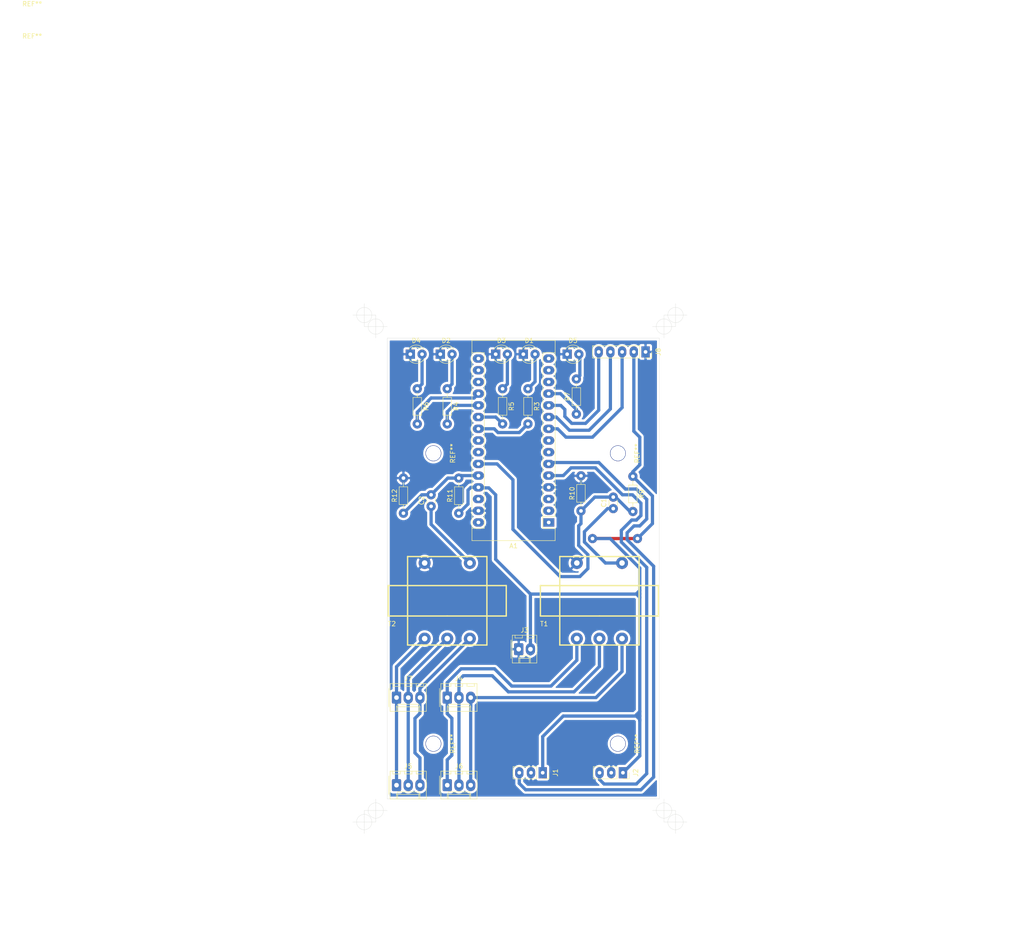
<source format=kicad_pcb>
(kicad_pcb (version 20171130) (host pcbnew "(5.1.6)-1")

  (general
    (thickness 1.6)
    (drawings 37)
    (tracks 197)
    (zones 0)
    (modules 33)
    (nets 43)
  )

  (page A4)
  (layers
    (0 F.Cu signal)
    (31 B.Cu signal)
    (32 B.Adhes user)
    (33 F.Adhes user)
    (34 B.Paste user)
    (35 F.Paste user)
    (36 B.SilkS user)
    (37 F.SilkS user)
    (38 B.Mask user)
    (39 F.Mask user)
    (40 Dwgs.User user)
    (41 Cmts.User user)
    (42 Eco1.User user)
    (43 Eco2.User user)
    (44 Edge.Cuts user)
    (45 Margin user)
    (46 B.CrtYd user)
    (47 F.CrtYd user)
    (48 B.Fab user)
    (49 F.Fab user)
  )

  (setup
    (last_trace_width 0.25)
    (user_trace_width 0.7)
    (user_trace_width 1)
    (trace_clearance 0.2)
    (zone_clearance 0.508)
    (zone_45_only no)
    (trace_min 0.2)
    (via_size 0.8)
    (via_drill 0.4)
    (via_min_size 0.4)
    (via_min_drill 0.3)
    (user_via 2 1)
    (uvia_size 0.3)
    (uvia_drill 0.1)
    (uvias_allowed no)
    (uvia_min_size 0.2)
    (uvia_min_drill 0.1)
    (edge_width 0.05)
    (segment_width 0.2)
    (pcb_text_width 0.3)
    (pcb_text_size 1.5 1.5)
    (mod_edge_width 0.12)
    (mod_text_size 1 1)
    (mod_text_width 0.15)
    (pad_size 2 2.6)
    (pad_drill 1)
    (pad_to_mask_clearance 0)
    (aux_axis_origin 74.5 66.5)
    (grid_origin 74.5 66.5)
    (visible_elements 7FFFFFFF)
    (pcbplotparams
      (layerselection 0x01000_fffffffe)
      (usegerberextensions false)
      (usegerberattributes true)
      (usegerberadvancedattributes true)
      (creategerberjobfile true)
      (excludeedgelayer false)
      (linewidth 0.100000)
      (plotframeref false)
      (viasonmask false)
      (mode 1)
      (useauxorigin true)
      (hpglpennumber 1)
      (hpglpenspeed 20)
      (hpglpendiameter 15.000000)
      (psnegative true)
      (psa4output false)
      (plotreference true)
      (plotvalue true)
      (plotinvisibletext false)
      (padsonsilk false)
      (subtractmaskfromsilk false)
      (outputformat 2)
      (mirror false)
      (drillshape 0)
      (scaleselection 1)
      (outputdirectory "./"))
  )

  (net 0 "")
  (net 1 "Net-(A1-Pad1)")
  (net 2 "Net-(A1-Pad17)")
  (net 3 "Net-(A1-Pad2)")
  (net 4 "Net-(A1-Pad18)")
  (net 5 "Net-(A1-Pad3)")
  (net 6 GND)
  (net 7 AUDIO01)
  (net 8 RELÊ01)
  (net 9 AUDIO02)
  (net 10 RELÊ02)
  (net 11 "Net-(A1-Pad23)")
  (net 12 "Net-(A1-Pad24)")
  (net 13 ROT_A)
  (net 14 SWITCH)
  (net 15 ROT_B)
  (net 16 VCC)
  (net 17 POWER)
  (net 18 "Net-(A1-Pad28)")
  (net 19 "Net-(A1-Pad13)")
  (net 20 "Net-(A1-Pad14)")
  (net 21 "Net-(A1-Pad15)")
  (net 22 "Net-(A1-Pad16)")
  (net 23 "Net-(C1-Pad1)")
  (net 24 "Net-(C2-Pad1)")
  (net 25 "Net-(D1-Pad2)")
  (net 26 "Net-(D2-Pad2)")
  (net 27 "Net-(D3-Pad2)")
  (net 28 "Net-(D4-Pad2)")
  (net 29 "Net-(D5-Pad2)")
  (net 30 "Net-(J4-Pad1)")
  (net 31 "Net-(J4-Pad2)")
  (net 32 "Net-(J4-Pad3)")
  (net 33 "Net-(J5-Pad1)")
  (net 34 "Net-(J5-Pad2)")
  (net 35 "Net-(J5-Pad3)")
  (net 36 RELÊ02_LED)
  (net 37 SEL_VOX02_LED)
  (net 38 RELÊ01_LED)
  (net 39 SEL_VOX01_LED)
  (net 40 "Net-(A1-Pad7)")
  (net 41 "Net-(A1-Pad8)")
  (net 42 "Net-(A1-Pad30)")

  (net_class Default "This is the default net class."
    (clearance 0.2)
    (trace_width 0.25)
    (via_dia 0.8)
    (via_drill 0.4)
    (uvia_dia 0.3)
    (uvia_drill 0.1)
    (add_net AUDIO01)
    (add_net AUDIO02)
    (add_net GND)
    (add_net "Net-(A1-Pad1)")
    (add_net "Net-(A1-Pad13)")
    (add_net "Net-(A1-Pad14)")
    (add_net "Net-(A1-Pad15)")
    (add_net "Net-(A1-Pad16)")
    (add_net "Net-(A1-Pad17)")
    (add_net "Net-(A1-Pad18)")
    (add_net "Net-(A1-Pad2)")
    (add_net "Net-(A1-Pad23)")
    (add_net "Net-(A1-Pad24)")
    (add_net "Net-(A1-Pad28)")
    (add_net "Net-(A1-Pad3)")
    (add_net "Net-(A1-Pad30)")
    (add_net "Net-(A1-Pad7)")
    (add_net "Net-(A1-Pad8)")
    (add_net "Net-(C1-Pad1)")
    (add_net "Net-(C2-Pad1)")
    (add_net "Net-(D1-Pad2)")
    (add_net "Net-(D2-Pad2)")
    (add_net "Net-(D3-Pad2)")
    (add_net "Net-(D4-Pad2)")
    (add_net "Net-(D5-Pad2)")
    (add_net "Net-(J4-Pad1)")
    (add_net "Net-(J4-Pad2)")
    (add_net "Net-(J4-Pad3)")
    (add_net "Net-(J5-Pad1)")
    (add_net "Net-(J5-Pad2)")
    (add_net "Net-(J5-Pad3)")
    (add_net POWER)
    (add_net RELÊ01)
    (add_net RELÊ01_LED)
    (add_net RELÊ02)
    (add_net RELÊ02_LED)
    (add_net ROT_A)
    (add_net ROT_B)
    (add_net SEL_VOX01_LED)
    (add_net SEL_VOX02_LED)
    (add_net SWITCH)
    (add_net VCC)
  )

  (module DiagramaVOX:Transformer_Audio (layer F.Cu) (tedit 611BE247) (tstamp 61194CA6)
    (at 123 126 180)
    (path /60CBA7F5)
    (fp_text reference T1 (at 12 -5) (layer F.SilkS)
      (effects (font (size 1 1) (thickness 0.15)))
    )
    (fp_text value Transformer_1P_SS (at 16 5) (layer F.Fab)
      (effects (font (size 1 1) (thickness 0.15)))
    )
    (fp_line (start -8.6 -9.6) (end -8.6 9.6) (layer F.SilkS) (width 0.3))
    (fp_line (start 8.6 9.6) (end -8.6 9.6) (layer F.SilkS) (width 0.3))
    (fp_line (start 8.6 -9.6) (end 8.6 9.6) (layer F.SilkS) (width 0.3))
    (fp_line (start -8.6 -9.6) (end 8.6 -9.6) (layer F.SilkS) (width 0.3))
    (fp_line (start -12.8 -3.3) (end 0 -3.3) (layer F.SilkS) (width 0.3))
    (fp_line (start -12.8 3.3) (end -12.8 -3.3) (layer F.SilkS) (width 0.3))
    (fp_line (start 12.8 3.3) (end -12.8 3.3) (layer F.SilkS) (width 0.3))
    (fp_line (start 12.8 -3.3) (end 12.8 3.3) (layer F.SilkS) (width 0.3))
    (fp_line (start 0 -3.3) (end 12.8 -3.3) (layer F.SilkS) (width 0.3))
    (pad 2 thru_hole circle (at 4.9 8.2 180) (size 2.6 2.6) (drill 1.2) (layers *.Cu *.Mask)
      (net 6 GND))
    (pad 1 thru_hole circle (at -4.9 8.2 180) (size 2.6 2.6) (drill 1.2) (layers *.Cu *.Mask)
      (net 23 "Net-(C1-Pad1)"))
    (pad 3 thru_hole circle (at 4.9 -8.2 180) (size 2.6 2.6) (drill 1.2) (layers *.Cu *.Mask)
      (net 30 "Net-(J4-Pad1)"))
    (pad 5 thru_hole circle (at -4.9 -8.2 180) (size 2.6 2.6) (drill 1.2) (layers *.Cu *.Mask)
      (net 32 "Net-(J4-Pad3)"))
    (pad 4 thru_hole circle (at 0 -8.2 180) (size 2.6 2.6) (drill 1.2) (layers *.Cu *.Mask)
      (net 31 "Net-(J4-Pad2)"))
    (model ${KIPRJMOD}/trafo.step
      (at (xyz 0 0 0))
      (scale (xyz 1 1 1))
      (rotate (xyz 0 0 0))
    )
  )

  (module Module:Arduino_Nano (layer F.Cu) (tedit 612BF2E5) (tstamp 611946B9)
    (at 112 109 180)
    (descr "Arduino Nano, http://www.mouser.com/pdfdocs/Gravitech_Arduino_Nano3_0.pdf")
    (tags "Arduino Nano")
    (path /60E7480B)
    (fp_text reference A1 (at 7.62 -5.08) (layer F.SilkS)
      (effects (font (size 1 1) (thickness 0.15)))
    )
    (fp_text value Arduino_Nano_v3.x (at 8.89 19.05 90) (layer F.Fab)
      (effects (font (size 1 1) (thickness 0.15)))
    )
    (fp_line (start 1.27 1.27) (end 1.27 -1.27) (layer F.SilkS) (width 0.12))
    (fp_line (start 1.27 -1.27) (end -1.4 -1.27) (layer F.SilkS) (width 0.12))
    (fp_line (start -1.4 1.27) (end -1.4 39.5) (layer F.SilkS) (width 0.12))
    (fp_line (start -1.4 -3.94) (end -1.4 -1.27) (layer F.SilkS) (width 0.12))
    (fp_line (start 13.97 -1.27) (end 16.64 -1.27) (layer F.SilkS) (width 0.12))
    (fp_line (start 13.97 -1.27) (end 13.97 36.83) (layer F.SilkS) (width 0.12))
    (fp_line (start 13.97 36.83) (end 16.64 36.83) (layer F.SilkS) (width 0.12))
    (fp_line (start 1.27 1.27) (end -1.4 1.27) (layer F.SilkS) (width 0.12))
    (fp_line (start 1.27 1.27) (end 1.27 36.83) (layer F.SilkS) (width 0.12))
    (fp_line (start 1.27 36.83) (end -1.4 36.83) (layer F.SilkS) (width 0.12))
    (fp_line (start 3.81 31.75) (end 11.43 31.75) (layer F.Fab) (width 0.1))
    (fp_line (start 11.43 31.75) (end 11.43 41.91) (layer F.Fab) (width 0.1))
    (fp_line (start 11.43 41.91) (end 3.81 41.91) (layer F.Fab) (width 0.1))
    (fp_line (start 3.81 41.91) (end 3.81 31.75) (layer F.Fab) (width 0.1))
    (fp_line (start -1.4 39.5) (end 16.64 39.5) (layer F.SilkS) (width 0.12))
    (fp_line (start 16.64 39.5) (end 16.64 -3.94) (layer F.SilkS) (width 0.12))
    (fp_line (start 16.64 -3.94) (end -1.4 -3.94) (layer F.SilkS) (width 0.12))
    (fp_line (start 16.51 39.37) (end -1.27 39.37) (layer F.Fab) (width 0.1))
    (fp_line (start -1.27 39.37) (end -1.27 -2.54) (layer F.Fab) (width 0.1))
    (fp_line (start -1.27 -2.54) (end 0 -3.81) (layer F.Fab) (width 0.1))
    (fp_line (start 0 -3.81) (end 16.51 -3.81) (layer F.Fab) (width 0.1))
    (fp_line (start 16.51 -3.81) (end 16.51 39.37) (layer F.Fab) (width 0.1))
    (fp_line (start -1.53 -4.06) (end 16.75 -4.06) (layer F.CrtYd) (width 0.05))
    (fp_line (start -1.53 -4.06) (end -1.53 42.16) (layer F.CrtYd) (width 0.05))
    (fp_line (start 16.75 42.16) (end 16.75 -4.06) (layer F.CrtYd) (width 0.05))
    (fp_line (start 16.75 42.16) (end -1.53 42.16) (layer F.CrtYd) (width 0.05))
    (fp_text user %R (at 6.35 19.05 90) (layer F.Fab)
      (effects (font (size 1 1) (thickness 0.15)))
    )
    (pad 1 thru_hole rect (at 0 0 180) (size 2.4 1.8) (drill 0.8) (layers *.Cu *.Mask)
      (net 1 "Net-(A1-Pad1)"))
    (pad 17 thru_hole oval (at 15.24 33.02 180) (size 2.4 1.8) (drill 0.8) (layers *.Cu *.Mask)
      (net 2 "Net-(A1-Pad17)"))
    (pad 2 thru_hole oval (at 0 2.54 180) (size 2.4 1.8) (drill 0.8) (layers *.Cu *.Mask)
      (net 3 "Net-(A1-Pad2)"))
    (pad 18 thru_hole oval (at 15.24 30.48 180) (size 2.4 1.8) (drill 0.8) (layers *.Cu *.Mask)
      (net 4 "Net-(A1-Pad18)"))
    (pad 3 thru_hole oval (at 0 5.08 180) (size 2.4 1.8) (drill 0.8) (layers *.Cu *.Mask)
      (net 5 "Net-(A1-Pad3)"))
    (pad 19 thru_hole oval (at 15.24 27.94 180) (size 2.4 1.8) (drill 0.8) (layers *.Cu *.Mask)
      (net 36 RELÊ02_LED))
    (pad 4 thru_hole oval (at 0 7.62 180) (size 2.4 1.8) (drill 0.8) (layers *.Cu *.Mask)
      (net 6 GND))
    (pad 20 thru_hole oval (at 15.24 25.4 180) (size 2.4 1.8) (drill 0.8) (layers *.Cu *.Mask)
      (net 37 SEL_VOX02_LED))
    (pad 5 thru_hole oval (at 0 10.16 180) (size 2.4 1.8) (drill 0.8) (layers *.Cu *.Mask)
      (net 10 RELÊ02))
    (pad 21 thru_hole oval (at 15.24 22.86 180) (size 2.4 1.8) (drill 0.8) (layers *.Cu *.Mask)
      (net 38 RELÊ01_LED))
    (pad 6 thru_hole oval (at 0 12.7 180) (size 2.4 1.8) (drill 0.8) (layers *.Cu *.Mask)
      (net 8 RELÊ01))
    (pad 22 thru_hole oval (at 15.24 20.32 180) (size 2.4 1.8) (drill 0.8) (layers *.Cu *.Mask)
      (net 39 SEL_VOX01_LED))
    (pad 7 thru_hole oval (at 0 15.24 180) (size 2.4 1.8) (drill 0.8) (layers *.Cu *.Mask)
      (net 40 "Net-(A1-Pad7)"))
    (pad 23 thru_hole oval (at 15.24 17.78 180) (size 2.4 1.8) (drill 0.8) (layers *.Cu *.Mask)
      (net 11 "Net-(A1-Pad23)"))
    (pad 8 thru_hole oval (at 0 17.78 180) (size 2.4 1.8) (drill 0.8) (layers *.Cu *.Mask)
      (net 41 "Net-(A1-Pad8)"))
    (pad 24 thru_hole oval (at 15.24 15.24 180) (size 2.4 1.8) (drill 0.8) (layers *.Cu *.Mask)
      (net 12 "Net-(A1-Pad24)"))
    (pad 9 thru_hole oval (at 0 20.32 180) (size 2.4 1.8) (drill 0.8) (layers *.Cu *.Mask)
      (net 14 SWITCH))
    (pad 25 thru_hole oval (at 15.24 12.7 180) (size 2.4 1.8) (drill 0.8) (layers *.Cu *.Mask)
      (net 7 AUDIO01))
    (pad 10 thru_hole oval (at 0 22.86 180) (size 2.4 1.8) (drill 0.8) (layers *.Cu *.Mask)
      (net 13 ROT_A))
    (pad 26 thru_hole oval (at 15.24 10.16 180) (size 2.4 1.8) (drill 0.8) (layers *.Cu *.Mask)
      (net 9 AUDIO02))
    (pad 11 thru_hole oval (at 0 25.4 180) (size 2.4 1.8) (drill 0.8) (layers *.Cu *.Mask)
      (net 15 ROT_B))
    (pad 27 thru_hole oval (at 15.24 7.62 180) (size 2.4 1.8) (drill 0.8) (layers *.Cu *.Mask)
      (net 16 VCC))
    (pad 12 thru_hole oval (at 0 27.94 180) (size 2.4 1.8) (drill 0.8) (layers *.Cu *.Mask)
      (net 17 POWER))
    (pad 28 thru_hole oval (at 15.24 5.08 180) (size 2.4 1.8) (drill 0.8) (layers *.Cu *.Mask)
      (net 18 "Net-(A1-Pad28)"))
    (pad 13 thru_hole oval (at 0 30.48 180) (size 2.4 1.8) (drill 0.8) (layers *.Cu *.Mask)
      (net 19 "Net-(A1-Pad13)"))
    (pad 29 thru_hole oval (at 15.24 2.54 180) (size 2.4 1.8) (drill 0.8) (layers *.Cu *.Mask)
      (net 6 GND))
    (pad 14 thru_hole oval (at 0 33.02 180) (size 2.4 1.8) (drill 0.8) (layers *.Cu *.Mask)
      (net 20 "Net-(A1-Pad14)"))
    (pad 30 thru_hole oval (at 15.24 0 180) (size 2.4 1.8) (drill 0.8) (layers *.Cu *.Mask)
      (net 42 "Net-(A1-Pad30)"))
    (pad 15 thru_hole oval (at 0 35.56 180) (size 2.4 1.8) (drill 0.8) (layers *.Cu *.Mask)
      (net 21 "Net-(A1-Pad15)"))
    (pad 16 thru_hole oval (at 15.24 35.56 180) (size 2.4 1.8) (drill 0.8) (layers *.Cu *.Mask)
      (net 22 "Net-(A1-Pad16)"))
    (model "${KIPRJMOD}/Arduino NanoV3 + Female Headers.step"
      (offset (xyz -1.35 4.1 12.5))
      (scale (xyz 1 1 0.995))
      (rotate (xyz 90 0 90))
    )
  )

  (module MountingHole:MountingHole_3.2mm_M3 (layer F.Cu) (tedit 611BE271) (tstamp 611742AD)
    (at 127 94 270)
    (descr "Mounting Hole 3.2mm, no annular, M3")
    (tags "mounting hole 3.2mm no annular m3")
    (attr virtual)
    (fp_text reference REF** (at 0 -4.2 90) (layer F.SilkS)
      (effects (font (size 1 1) (thickness 0.15)))
    )
    (fp_text value MountingHole_3.2mm_M3 (at 0 4.2 90) (layer F.Fab)
      (effects (font (size 1 1) (thickness 0.15)))
    )
    (fp_circle (center 0 0) (end 3.45 0) (layer F.CrtYd) (width 0.05))
    (fp_circle (center 0 0) (end 3.2 0) (layer Cmts.User) (width 0.15))
    (fp_text user %R (at 0.3 0 90) (layer F.Fab)
      (effects (font (size 1 1) (thickness 0.15)))
    )
    (pad "" np_thru_hole circle (at 0 0 270) (size 3.4 3.4) (drill 3.2) (layers *.Cu *.Mask))
  )

  (module Capacitor_THT:C_Disc_D3.0mm_W1.6mm_P2.50mm (layer F.Cu) (tedit 612128B5) (tstamp 6117FA53)
    (at 126 106 90)
    (descr "C, Disc series, Radial, pin pitch=2.50mm, , diameter*width=3.0*1.6mm^2, Capacitor, http://www.vishay.com/docs/45233/krseries.pdf")
    (tags "C Disc series Radial pin pitch 2.50mm  diameter 3.0mm width 1.6mm Capacitor")
    (path /60CBB5C0)
    (fp_text reference C1 (at 1.25 -2.05 90) (layer F.SilkS)
      (effects (font (size 1 1) (thickness 0.15)))
    )
    (fp_text value 22nF (at 1.25 2.05 90) (layer F.Fab)
      (effects (font (size 1 1) (thickness 0.15)))
    )
    (fp_line (start 3.55 -1.05) (end -1.05 -1.05) (layer F.CrtYd) (width 0.05))
    (fp_line (start 3.55 1.05) (end 3.55 -1.05) (layer F.CrtYd) (width 0.05))
    (fp_line (start -1.05 1.05) (end 3.55 1.05) (layer F.CrtYd) (width 0.05))
    (fp_line (start -1.05 -1.05) (end -1.05 1.05) (layer F.CrtYd) (width 0.05))
    (fp_line (start 0.621 0.92) (end 1.879 0.92) (layer F.SilkS) (width 0.12))
    (fp_line (start 0.621 -0.92) (end 1.879 -0.92) (layer F.SilkS) (width 0.12))
    (fp_line (start 2.75 -0.8) (end -0.25 -0.8) (layer F.Fab) (width 0.1))
    (fp_line (start 2.75 0.8) (end 2.75 -0.8) (layer F.Fab) (width 0.1))
    (fp_line (start -0.25 0.8) (end 2.75 0.8) (layer F.Fab) (width 0.1))
    (fp_line (start -0.25 -0.8) (end -0.25 0.8) (layer F.Fab) (width 0.1))
    (fp_text user %R (at 1.25 0 90) (layer F.Fab)
      (effects (font (size 0.6 0.6) (thickness 0.09)))
    )
    (pad 2 thru_hole circle (at 2.5 0 90) (size 2 2) (drill 0.8) (layers *.Cu *.Mask)
      (net 7 AUDIO01))
    (pad 1 thru_hole circle (at 0 0 90) (size 2 2) (drill 0.8) (layers *.Cu *.Mask)
      (net 23 "Net-(C1-Pad1)"))
    (model ${KISYS3DMOD}/Capacitor_THT.3dshapes/C_Disc_D3.0mm_W1.6mm_P2.50mm.wrl
      (at (xyz 0 0 0))
      (scale (xyz 1 1 1))
      (rotate (xyz 0 0 0))
    )
  )

  (module DiagramaVOX:Transformer_Audio (layer F.Cu) (tedit 611BE222) (tstamp 61195193)
    (at 90 126 180)
    (path /60DB6EC9)
    (fp_text reference T2 (at 12 -5) (layer F.SilkS)
      (effects (font (size 1 1) (thickness 0.15)))
    )
    (fp_text value Transformer_1P_SS (at 16 5) (layer F.Fab)
      (effects (font (size 1 1) (thickness 0.15)))
    )
    (fp_line (start 0 -3.3) (end 12.8 -3.3) (layer F.SilkS) (width 0.3))
    (fp_line (start 12.8 -3.3) (end 12.8 3.3) (layer F.SilkS) (width 0.3))
    (fp_line (start 12.8 3.3) (end -12.8 3.3) (layer F.SilkS) (width 0.3))
    (fp_line (start -12.8 3.3) (end -12.8 -3.3) (layer F.SilkS) (width 0.3))
    (fp_line (start -12.8 -3.3) (end 0 -3.3) (layer F.SilkS) (width 0.3))
    (fp_line (start -8.6 -9.6) (end 8.6 -9.6) (layer F.SilkS) (width 0.3))
    (fp_line (start 8.6 -9.6) (end 8.6 9.6) (layer F.SilkS) (width 0.3))
    (fp_line (start 8.6 9.6) (end -8.6 9.6) (layer F.SilkS) (width 0.3))
    (fp_line (start -8.6 -9.6) (end -8.6 9.6) (layer F.SilkS) (width 0.3))
    (pad 4 thru_hole circle (at 0 -8.2 180) (size 2.6 2.6) (drill 1.2) (layers *.Cu *.Mask)
      (net 34 "Net-(J5-Pad2)"))
    (pad 5 thru_hole circle (at -4.9 -8.2 180) (size 2.6 2.6) (drill 1.2) (layers *.Cu *.Mask)
      (net 35 "Net-(J5-Pad3)"))
    (pad 3 thru_hole circle (at 4.9 -8.2 180) (size 2.6 2.6) (drill 1.2) (layers *.Cu *.Mask)
      (net 33 "Net-(J5-Pad1)"))
    (pad 1 thru_hole circle (at -4.9 8.2 180) (size 2.6 2.6) (drill 1.2) (layers *.Cu *.Mask)
      (net 24 "Net-(C2-Pad1)"))
    (pad 2 thru_hole circle (at 4.9 8.2 180) (size 2.6 2.6) (drill 1.2) (layers *.Cu *.Mask)
      (net 6 GND))
    (model ${KIPRJMOD}/trafo.step
      (at (xyz 0 0 0))
      (scale (xyz 1 1 1))
      (rotate (xyz 0 0 0))
    )
  )

  (module Connector_PinSocket_2.54mm:PinSocket_1x03_P2.54mm_Vertical (layer F.Cu) (tedit 612BF367) (tstamp 61223ADC)
    (at 110.7 163.3 270)
    (descr "Through hole straight socket strip, 1x03, 2.54mm pitch, single row (from Kicad 4.0.7), script generated")
    (tags "Through hole socket strip THT 1x03 2.54mm single row")
    (path /60CDDB2E)
    (fp_text reference J1 (at 0 -2.77 90) (layer F.SilkS)
      (effects (font (size 1 1) (thickness 0.15)))
    )
    (fp_text value "TO RELAY" (at 0 7.85 90) (layer F.Fab)
      (effects (font (size 1 1) (thickness 0.15)))
    )
    (fp_line (start -1.8 6.85) (end -1.8 -1.8) (layer F.CrtYd) (width 0.05))
    (fp_line (start 1.75 6.85) (end -1.8 6.85) (layer F.CrtYd) (width 0.05))
    (fp_line (start 1.75 -1.8) (end 1.75 6.85) (layer F.CrtYd) (width 0.05))
    (fp_line (start -1.8 -1.8) (end 1.75 -1.8) (layer F.CrtYd) (width 0.05))
    (fp_line (start 0 -1.33) (end 1.33 -1.33) (layer F.SilkS) (width 0.12))
    (fp_line (start 1.33 -1.33) (end 1.33 0) (layer F.SilkS) (width 0.12))
    (fp_line (start 1.33 1.27) (end 1.33 6.41) (layer F.SilkS) (width 0.12))
    (fp_line (start -1.33 6.41) (end 1.33 6.41) (layer F.SilkS) (width 0.12))
    (fp_line (start -1.33 1.27) (end -1.33 6.41) (layer F.SilkS) (width 0.12))
    (fp_line (start -1.33 1.27) (end 1.33 1.27) (layer F.SilkS) (width 0.12))
    (fp_line (start -1.27 6.35) (end -1.27 -1.27) (layer F.Fab) (width 0.1))
    (fp_line (start 1.27 6.35) (end -1.27 6.35) (layer F.Fab) (width 0.1))
    (fp_line (start 1.27 -0.635) (end 1.27 6.35) (layer F.Fab) (width 0.1))
    (fp_line (start 0.635 -1.27) (end 1.27 -0.635) (layer F.Fab) (width 0.1))
    (fp_line (start -1.27 -1.27) (end 0.635 -1.27) (layer F.Fab) (width 0.1))
    (fp_text user %R (at 0 2.54) (layer F.Fab)
      (effects (font (size 1 1) (thickness 0.15)))
    )
    (pad 3 thru_hole oval (at 0 5.08 270) (size 2.4 1.8) (drill 0.8) (layers *.Cu *.Mask)
      (net 8 RELÊ01))
    (pad 2 thru_hole oval (at 0 2.54 270) (size 2.4 1.8) (drill 0.8) (layers *.Cu *.Mask)
      (net 6 GND))
    (pad 1 thru_hole rect (at 0 0 270) (size 2.4 1.8) (drill 0.8) (layers *.Cu *.Mask)
      (net 16 VCC))
    (model ${KIPRJMOD}/relay_board.step
      (at (xyz 0 0 0))
      (scale (xyz 1 1 1))
      (rotate (xyz 0 0 0))
    )
  )

  (module Connector_PinSocket_2.54mm:PinSocket_1x05_P2.54mm_Vertical (layer F.Cu) (tedit 612BF30E) (tstamp 6117F852)
    (at 133 72 270)
    (descr "Through hole straight socket strip, 1x05, 2.54mm pitch, single row (from Kicad 4.0.7), script generated")
    (tags "Through hole socket strip THT 1x05 2.54mm single row")
    (path /6118CAD6)
    (fp_text reference J8 (at 0 -2.77 90) (layer F.SilkS)
      (effects (font (size 1 1) (thickness 0.15)))
    )
    (fp_text value Conn_01x05_Female (at 0 12.93 90) (layer F.Fab)
      (effects (font (size 1 1) (thickness 0.15)))
    )
    (fp_line (start -1.8 11.9) (end -1.8 -1.8) (layer F.CrtYd) (width 0.05))
    (fp_line (start 1.75 11.9) (end -1.8 11.9) (layer F.CrtYd) (width 0.05))
    (fp_line (start 1.75 -1.8) (end 1.75 11.9) (layer F.CrtYd) (width 0.05))
    (fp_line (start -1.8 -1.8) (end 1.75 -1.8) (layer F.CrtYd) (width 0.05))
    (fp_line (start 0 -1.33) (end 1.33 -1.33) (layer F.SilkS) (width 0.12))
    (fp_line (start 1.33 -1.33) (end 1.33 0) (layer F.SilkS) (width 0.12))
    (fp_line (start 1.33 1.27) (end 1.33 11.49) (layer F.SilkS) (width 0.12))
    (fp_line (start -1.33 11.49) (end 1.33 11.49) (layer F.SilkS) (width 0.12))
    (fp_line (start -1.33 1.27) (end -1.33 11.49) (layer F.SilkS) (width 0.12))
    (fp_line (start -1.33 1.27) (end 1.33 1.27) (layer F.SilkS) (width 0.12))
    (fp_line (start -1.27 11.43) (end -1.27 -1.27) (layer F.Fab) (width 0.1))
    (fp_line (start 1.27 11.43) (end -1.27 11.43) (layer F.Fab) (width 0.1))
    (fp_line (start 1.27 -0.635) (end 1.27 11.43) (layer F.Fab) (width 0.1))
    (fp_line (start 0.635 -1.27) (end 1.27 -0.635) (layer F.Fab) (width 0.1))
    (fp_line (start -1.27 -1.27) (end 0.635 -1.27) (layer F.Fab) (width 0.1))
    (fp_text user %R (at 0 5.08) (layer F.Fab)
      (effects (font (size 1 1) (thickness 0.15)))
    )
    (pad 1 thru_hole rect (at 0 0 270) (size 2.4 1.8) (drill 0.8) (layers *.Cu *.Mask)
      (net 6 GND))
    (pad 2 thru_hole oval (at 0 2.54 270) (size 2.4 1.8) (drill 0.8) (layers *.Cu *.Mask)
      (net 16 VCC))
    (pad 3 thru_hole oval (at 0 5.08 270) (size 2.4 1.8) (drill 0.8) (layers *.Cu *.Mask)
      (net 14 SWITCH))
    (pad 4 thru_hole oval (at 0 7.62 270) (size 2.4 1.8) (drill 0.8) (layers *.Cu *.Mask)
      (net 13 ROT_A))
    (pad 5 thru_hole oval (at 0 10.16 270) (size 2.4 1.8) (drill 0.8) (layers *.Cu *.Mask)
      (net 15 ROT_B))
    (model "${KIPRJMOD}/rotary encoder.step"
      (offset (xyz 0 -10.15 0))
      (scale (xyz 1 1 1))
      (rotate (xyz 0 0 180))
    )
  )

  (module MountingHole:MountingHole_3.2mm_M3 (layer F.Cu) (tedit 611BE27A) (tstamp 611742CA)
    (at 87 157 270)
    (descr "Mounting Hole 3.2mm, no annular, M3")
    (tags "mounting hole 3.2mm no annular m3")
    (attr virtual)
    (fp_text reference REF** (at 0 -4.2 90) (layer F.SilkS)
      (effects (font (size 1 1) (thickness 0.15)))
    )
    (fp_text value MountingHole_3.2mm_M3 (at 0 4.2 90) (layer F.Fab)
      (effects (font (size 1 1) (thickness 0.15)))
    )
    (fp_circle (center 0 0) (end 3.45 0) (layer F.CrtYd) (width 0.05))
    (fp_circle (center 0 0) (end 3.2 0) (layer Cmts.User) (width 0.15))
    (fp_text user %R (at 0.3 0 90) (layer F.Fab)
      (effects (font (size 1 1) (thickness 0.15)))
    )
    (pad "" np_thru_hole circle (at 0 0 270) (size 3.4 3.4) (drill 3.2) (layers *.Cu *.Mask))
  )

  (module MountingHole:MountingHole_3.2mm_M3 locked (layer F.Cu) (tedit 611BE281) (tstamp 6122382F)
    (at 127 157 270)
    (descr "Mounting Hole 3.2mm, no annular, M3")
    (tags "mounting hole 3.2mm no annular m3")
    (attr virtual)
    (fp_text reference REF** (at 0 -4.2 90) (layer F.SilkS)
      (effects (font (size 1 1) (thickness 0.15)))
    )
    (fp_text value MountingHole_3.2mm_M3 (at 0 4.2 90) (layer F.Fab)
      (effects (font (size 1 1) (thickness 0.15)))
    )
    (fp_circle (center 0 0) (end 3.45 0) (layer F.CrtYd) (width 0.05))
    (fp_circle (center 0 0) (end 3.2 0) (layer Cmts.User) (width 0.15))
    (fp_text user %R (at 0.3 0 90) (layer F.Fab)
      (effects (font (size 1 1) (thickness 0.15)))
    )
    (pad "" np_thru_hole circle (at 0 0 270) (size 3.4 3.4) (drill 3.2) (layers *.Cu *.Mask))
  )

  (module MountingHole:MountingHole_3.2mm_M3 (layer F.Cu) (tedit 611BE25F) (tstamp 61174273)
    (at 87 94 270)
    (descr "Mounting Hole 3.2mm, no annular, M3")
    (tags "mounting hole 3.2mm no annular m3")
    (attr virtual)
    (fp_text reference REF** (at 0 -4.2 90) (layer F.SilkS)
      (effects (font (size 1 1) (thickness 0.15)))
    )
    (fp_text value MountingHole_3.2mm_M3 (at 0 4.2 90) (layer F.Fab)
      (effects (font (size 1 1) (thickness 0.15)))
    )
    (fp_circle (center 0 0) (end 3.45 0) (layer F.CrtYd) (width 0.05))
    (fp_circle (center 0 0) (end 3.2 0) (layer Cmts.User) (width 0.15))
    (fp_text user %R (at 0.3 0 90) (layer F.Fab)
      (effects (font (size 1 1) (thickness 0.15)))
    )
    (pad "" np_thru_hole circle (at 0 0 270) (size 3.4 3.4) (drill 3.2) (layers *.Cu *.Mask))
  )

  (module Transformer_Audio (layer F.Cu) (tedit 6116CF41) (tstamp 611715FE)
    (at 0 0)
    (fp_text reference REF** (at 0 3.5) (layer F.SilkS)
      (effects (font (size 1 1) (thickness 0.15)))
    )
    (fp_text value Transformer_Audio (at 0 4) (layer F.Fab)
      (effects (font (size 1 1) (thickness 0.15)))
    )
  )

  (module Transformer_Audio (layer F.Cu) (tedit 6116CF41) (tstamp 611715F8)
    (at 0 0)
    (fp_text reference REF** (at 0 -3.5) (layer F.SilkS)
      (effects (font (size 1 1) (thickness 0.15)))
    )
    (fp_text value Transformer_Audio (at 0 4) (layer F.Fab)
      (effects (font (size 1 1) (thickness 0.15)))
    )
  )

  (module Capacitor_THT:C_Disc_D3.0mm_W1.6mm_P2.50mm (layer F.Cu) (tedit 61212904) (tstamp 61194BE9)
    (at 86.5 105.5 90)
    (descr "C, Disc series, Radial, pin pitch=2.50mm, , diameter*width=3.0*1.6mm^2, Capacitor, http://www.vishay.com/docs/45233/krseries.pdf")
    (tags "C Disc series Radial pin pitch 2.50mm  diameter 3.0mm width 1.6mm Capacitor")
    (path /60DB71C5)
    (fp_text reference C2 (at 1.25 -2.05 90) (layer F.SilkS)
      (effects (font (size 1 1) (thickness 0.15)))
    )
    (fp_text value 22nF (at 1.25 2.05 90) (layer F.Fab)
      (effects (font (size 1 1) (thickness 0.15)))
    )
    (fp_line (start -0.25 -0.8) (end -0.25 0.8) (layer F.Fab) (width 0.1))
    (fp_line (start -0.25 0.8) (end 2.75 0.8) (layer F.Fab) (width 0.1))
    (fp_line (start 2.75 0.8) (end 2.75 -0.8) (layer F.Fab) (width 0.1))
    (fp_line (start 2.75 -0.8) (end -0.25 -0.8) (layer F.Fab) (width 0.1))
    (fp_line (start 0.621 -0.92) (end 1.879 -0.92) (layer F.SilkS) (width 0.12))
    (fp_line (start 0.621 0.92) (end 1.879 0.92) (layer F.SilkS) (width 0.12))
    (fp_line (start -1.05 -1.05) (end -1.05 1.05) (layer F.CrtYd) (width 0.05))
    (fp_line (start -1.05 1.05) (end 3.55 1.05) (layer F.CrtYd) (width 0.05))
    (fp_line (start 3.55 1.05) (end 3.55 -1.05) (layer F.CrtYd) (width 0.05))
    (fp_line (start 3.55 -1.05) (end -1.05 -1.05) (layer F.CrtYd) (width 0.05))
    (fp_text user %R (at 1.25 0 270) (layer F.Fab)
      (effects (font (size 0.6 0.6) (thickness 0.09)))
    )
    (pad 1 thru_hole circle (at 0 0 90) (size 2 2) (drill 0.8) (layers *.Cu *.Mask)
      (net 24 "Net-(C2-Pad1)"))
    (pad 2 thru_hole circle (at 2.5 0 90) (size 2 2) (drill 0.8) (layers *.Cu *.Mask)
      (net 9 AUDIO02))
    (model ${KISYS3DMOD}/Capacitor_THT.3dshapes/C_Disc_D3.0mm_W1.6mm_P2.50mm.wrl
      (at (xyz 0 0 0))
      (scale (xyz 1 1 1))
      (rotate (xyz 0 0 0))
    )
  )

  (module LED_THT:LED_D3.0mm (layer F.Cu) (tedit 612BF320) (tstamp 6117267B)
    (at 106.5 72.5)
    (descr "LED, diameter 3.0mm, 2 pins")
    (tags "LED diameter 3.0mm 2 pins")
    (path /60E6563F)
    (fp_text reference D1 (at 1.27 -2.96) (layer F.SilkS)
      (effects (font (size 1 1) (thickness 0.15)))
    )
    (fp_text value VOX01 (at 1.27 2.96) (layer F.Fab)
      (effects (font (size 1 1) (thickness 0.15)))
    )
    (fp_circle (center 1.27 0) (end 2.77 0) (layer F.Fab) (width 0.1))
    (fp_line (start -0.23 -1.16619) (end -0.23 1.16619) (layer F.Fab) (width 0.1))
    (fp_line (start -0.29 -1.236) (end -0.29 -1.08) (layer F.SilkS) (width 0.12))
    (fp_line (start -0.29 1.08) (end -0.29 1.236) (layer F.SilkS) (width 0.12))
    (fp_line (start -1.15 -2.25) (end -1.15 2.25) (layer F.CrtYd) (width 0.05))
    (fp_line (start -1.15 2.25) (end 3.7 2.25) (layer F.CrtYd) (width 0.05))
    (fp_line (start 3.7 2.25) (end 3.7 -2.25) (layer F.CrtYd) (width 0.05))
    (fp_line (start 3.7 -2.25) (end -1.15 -2.25) (layer F.CrtYd) (width 0.05))
    (fp_arc (start 1.27 0) (end -0.23 -1.16619) (angle 284.3) (layer F.Fab) (width 0.1))
    (fp_arc (start 1.27 0) (end -0.29 -1.235516) (angle 108.8) (layer F.SilkS) (width 0.12))
    (fp_arc (start 1.27 0) (end -0.29 1.235516) (angle -108.8) (layer F.SilkS) (width 0.12))
    (fp_arc (start 1.27 0) (end 0.229039 -1.08) (angle 87.9) (layer F.SilkS) (width 0.12))
    (fp_arc (start 1.27 0) (end 0.229039 1.08) (angle -87.9) (layer F.SilkS) (width 0.12))
    (pad 1 thru_hole rect (at 0 0) (size 2 2) (drill 0.8) (layers *.Cu *.Mask)
      (net 6 GND))
    (pad 2 thru_hole circle (at 2.54 0) (size 2 2) (drill 0.8) (layers *.Cu *.Mask)
      (net 25 "Net-(D1-Pad2)"))
    (model ${KISYS3DMOD}/LED_THT.3dshapes/LED_D3.0mm_Horizontal_O3.81mm_Z2.0mm.wrl
      (offset (xyz 2.5 0 -1))
      (scale (xyz 1 1 1))
      (rotate (xyz 0 0 180))
    )
  )

  (module LED_THT:LED_D3.0mm (layer F.Cu) (tedit 612BF337) (tstamp 6117268E)
    (at 88.5 72.5)
    (descr "LED, diameter 3.0mm, 2 pins")
    (tags "LED diameter 3.0mm 2 pins")
    (path /60E163B7)
    (fp_text reference D2 (at 1.27 -2.96) (layer F.SilkS)
      (effects (font (size 1 1) (thickness 0.15)))
    )
    (fp_text value VOX02 (at 1.27 2.96) (layer F.Fab)
      (effects (font (size 1 1) (thickness 0.15)))
    )
    (fp_line (start 3.7 -2.25) (end -1.15 -2.25) (layer F.CrtYd) (width 0.05))
    (fp_line (start 3.7 2.25) (end 3.7 -2.25) (layer F.CrtYd) (width 0.05))
    (fp_line (start -1.15 2.25) (end 3.7 2.25) (layer F.CrtYd) (width 0.05))
    (fp_line (start -1.15 -2.25) (end -1.15 2.25) (layer F.CrtYd) (width 0.05))
    (fp_line (start -0.29 1.08) (end -0.29 1.236) (layer F.SilkS) (width 0.12))
    (fp_line (start -0.29 -1.236) (end -0.29 -1.08) (layer F.SilkS) (width 0.12))
    (fp_line (start -0.23 -1.16619) (end -0.23 1.16619) (layer F.Fab) (width 0.1))
    (fp_circle (center 1.27 0) (end 2.77 0) (layer F.Fab) (width 0.1))
    (fp_arc (start 1.27 0) (end 0.229039 1.08) (angle -87.9) (layer F.SilkS) (width 0.12))
    (fp_arc (start 1.27 0) (end 0.229039 -1.08) (angle 87.9) (layer F.SilkS) (width 0.12))
    (fp_arc (start 1.27 0) (end -0.29 1.235516) (angle -108.8) (layer F.SilkS) (width 0.12))
    (fp_arc (start 1.27 0) (end -0.29 -1.235516) (angle 108.8) (layer F.SilkS) (width 0.12))
    (fp_arc (start 1.27 0) (end -0.23 -1.16619) (angle 284.3) (layer F.Fab) (width 0.1))
    (pad 2 thru_hole circle (at 2.54 0) (size 2 2) (drill 0.8) (layers *.Cu *.Mask)
      (net 26 "Net-(D2-Pad2)"))
    (pad 1 thru_hole rect (at 0 0) (size 2 2) (drill 0.8) (layers *.Cu *.Mask)
      (net 6 GND))
    (model ${KISYS3DMOD}/LED_THT.3dshapes/LED_D3.0mm_Horizontal_O3.81mm_Z2.0mm.wrl
      (offset (xyz 2.5 0 -1))
      (scale (xyz 1 1 1))
      (rotate (xyz 0 0 180))
    )
  )

  (module LED_THT:LED_D3.0mm (layer F.Cu) (tedit 612BF32B) (tstamp 6119449B)
    (at 100.5 72.5)
    (descr "LED, diameter 3.0mm, 2 pins")
    (tags "LED diameter 3.0mm 2 pins")
    (path /60CBDFDC)
    (fp_text reference D3 (at 1.27 -2.96) (layer F.SilkS)
      (effects (font (size 1 1) (thickness 0.15)))
    )
    (fp_text value RELÊ01 (at 1.27 2.96) (layer F.Fab)
      (effects (font (size 1 1) (thickness 0.15)))
    )
    (fp_line (start 3.7 -2.25) (end -1.15 -2.25) (layer F.CrtYd) (width 0.05))
    (fp_line (start 3.7 2.25) (end 3.7 -2.25) (layer F.CrtYd) (width 0.05))
    (fp_line (start -1.15 2.25) (end 3.7 2.25) (layer F.CrtYd) (width 0.05))
    (fp_line (start -1.15 -2.25) (end -1.15 2.25) (layer F.CrtYd) (width 0.05))
    (fp_line (start -0.29 1.08) (end -0.29 1.236) (layer F.SilkS) (width 0.12))
    (fp_line (start -0.29 -1.236) (end -0.29 -1.08) (layer F.SilkS) (width 0.12))
    (fp_line (start -0.23 -1.16619) (end -0.23 1.16619) (layer F.Fab) (width 0.1))
    (fp_circle (center 1.27 0) (end 2.77 0) (layer F.Fab) (width 0.1))
    (fp_arc (start 1.27 0) (end 0.229039 1.08) (angle -87.9) (layer F.SilkS) (width 0.12))
    (fp_arc (start 1.27 0) (end 0.229039 -1.08) (angle 87.9) (layer F.SilkS) (width 0.12))
    (fp_arc (start 1.27 0) (end -0.29 1.235516) (angle -108.8) (layer F.SilkS) (width 0.12))
    (fp_arc (start 1.27 0) (end -0.29 -1.235516) (angle 108.8) (layer F.SilkS) (width 0.12))
    (fp_arc (start 1.27 0) (end -0.23 -1.16619) (angle 284.3) (layer F.Fab) (width 0.1))
    (pad 2 thru_hole circle (at 2.54 0) (size 2 2) (drill 0.8) (layers *.Cu *.Mask)
      (net 27 "Net-(D3-Pad2)"))
    (pad 1 thru_hole rect (at 0 0) (size 2 2) (drill 0.8) (layers *.Cu *.Mask)
      (net 6 GND))
    (model ${KISYS3DMOD}/LED_THT.3dshapes/LED_D3.0mm_Horizontal_O3.81mm_Z2.0mm.wrl
      (offset (xyz 2.5 0 -1))
      (scale (xyz 1 1 1))
      (rotate (xyz 0 0 180))
    )
  )

  (module LED_THT:LED_D3.0mm (layer F.Cu) (tedit 612BF342) (tstamp 611726B4)
    (at 82 72.5)
    (descr "LED, diameter 3.0mm, 2 pins")
    (tags "LED diameter 3.0mm 2 pins")
    (path /60DAC350)
    (fp_text reference D4 (at 1.27 -2.96) (layer F.SilkS)
      (effects (font (size 1 1) (thickness 0.15)))
    )
    (fp_text value RELÊ02 (at 1.27 2.96) (layer F.Fab)
      (effects (font (size 1 1) (thickness 0.15)))
    )
    (fp_circle (center 1.27 0) (end 2.77 0) (layer F.Fab) (width 0.1))
    (fp_line (start -0.23 -1.16619) (end -0.23 1.16619) (layer F.Fab) (width 0.1))
    (fp_line (start -0.29 -1.236) (end -0.29 -1.08) (layer F.SilkS) (width 0.12))
    (fp_line (start -0.29 1.08) (end -0.29 1.236) (layer F.SilkS) (width 0.12))
    (fp_line (start -1.15 -2.25) (end -1.15 2.25) (layer F.CrtYd) (width 0.05))
    (fp_line (start -1.15 2.25) (end 3.7 2.25) (layer F.CrtYd) (width 0.05))
    (fp_line (start 3.7 2.25) (end 3.7 -2.25) (layer F.CrtYd) (width 0.05))
    (fp_line (start 3.7 -2.25) (end -1.15 -2.25) (layer F.CrtYd) (width 0.05))
    (fp_arc (start 1.27 0) (end -0.23 -1.16619) (angle 284.3) (layer F.Fab) (width 0.1))
    (fp_arc (start 1.27 0) (end -0.29 -1.235516) (angle 108.8) (layer F.SilkS) (width 0.12))
    (fp_arc (start 1.27 0) (end -0.29 1.235516) (angle -108.8) (layer F.SilkS) (width 0.12))
    (fp_arc (start 1.27 0) (end 0.229039 -1.08) (angle 87.9) (layer F.SilkS) (width 0.12))
    (fp_arc (start 1.27 0) (end 0.229039 1.08) (angle -87.9) (layer F.SilkS) (width 0.12))
    (pad 1 thru_hole rect (at 0 0) (size 2 2) (drill 0.8) (layers *.Cu *.Mask)
      (net 6 GND))
    (pad 2 thru_hole circle (at 2.54 0) (size 2 2) (drill 0.8) (layers *.Cu *.Mask)
      (net 28 "Net-(D4-Pad2)"))
    (model ${KISYS3DMOD}/LED_THT.3dshapes/LED_D3.0mm_Horizontal_O3.81mm_Z2.0mm.wrl
      (offset (xyz 2.5 0 -1))
      (scale (xyz 1 1 1))
      (rotate (xyz 0 0 180))
    )
  )

  (module LED_THT:LED_D3.0mm (layer F.Cu) (tedit 612BF2F0) (tstamp 611726C7)
    (at 116 72.5)
    (descr "LED, diameter 3.0mm, 2 pins")
    (tags "LED diameter 3.0mm 2 pins")
    (path /60CBD7C1)
    (fp_text reference D5 (at 1.27 -2.96) (layer F.SilkS)
      (effects (font (size 1 1) (thickness 0.15)))
    )
    (fp_text value POWER (at 1.27 2.96) (layer F.Fab)
      (effects (font (size 1 1) (thickness 0.15)))
    )
    (fp_circle (center 1.27 0) (end 2.77 0) (layer F.Fab) (width 0.1))
    (fp_line (start -0.23 -1.16619) (end -0.23 1.16619) (layer F.Fab) (width 0.1))
    (fp_line (start -0.29 -1.236) (end -0.29 -1.08) (layer F.SilkS) (width 0.12))
    (fp_line (start -0.29 1.08) (end -0.29 1.236) (layer F.SilkS) (width 0.12))
    (fp_line (start -1.15 -2.25) (end -1.15 2.25) (layer F.CrtYd) (width 0.05))
    (fp_line (start -1.15 2.25) (end 3.7 2.25) (layer F.CrtYd) (width 0.05))
    (fp_line (start 3.7 2.25) (end 3.7 -2.25) (layer F.CrtYd) (width 0.05))
    (fp_line (start 3.7 -2.25) (end -1.15 -2.25) (layer F.CrtYd) (width 0.05))
    (fp_arc (start 1.27 0) (end -0.23 -1.16619) (angle 284.3) (layer F.Fab) (width 0.1))
    (fp_arc (start 1.27 0) (end -0.29 -1.235516) (angle 108.8) (layer F.SilkS) (width 0.12))
    (fp_arc (start 1.27 0) (end -0.29 1.235516) (angle -108.8) (layer F.SilkS) (width 0.12))
    (fp_arc (start 1.27 0) (end 0.229039 -1.08) (angle 87.9) (layer F.SilkS) (width 0.12))
    (fp_arc (start 1.27 0) (end 0.229039 1.08) (angle -87.9) (layer F.SilkS) (width 0.12))
    (pad 1 thru_hole rect (at 0 0) (size 2 2) (drill 0.8) (layers *.Cu *.Mask)
      (net 6 GND))
    (pad 2 thru_hole circle (at 2.54 0) (size 2 2) (drill 0.8) (layers *.Cu *.Mask)
      (net 29 "Net-(D5-Pad2)"))
    (model ${KISYS3DMOD}/LED_THT.3dshapes/LED_D3.0mm_Horizontal_O3.81mm_Z2.0mm.wrl
      (offset (xyz 2.5 0 -1))
      (scale (xyz 1 1 1))
      (rotate (xyz 0 0 180))
    )
  )

  (module Connector_PinSocket_2.54mm:PinSocket_1x03_P2.54mm_Vertical (layer F.Cu) (tedit 612BF377) (tstamp 61223B1E)
    (at 128.1 163.3 270)
    (descr "Through hole straight socket strip, 1x03, 2.54mm pitch, single row (from Kicad 4.0.7), script generated")
    (tags "Through hole socket strip THT 1x03 2.54mm single row")
    (path /60E4AAD5)
    (fp_text reference J2 (at 0 -2.77 90) (layer F.SilkS)
      (effects (font (size 1 1) (thickness 0.15)))
    )
    (fp_text value "TO RELAY" (at 0 7.85 90) (layer F.Fab)
      (effects (font (size 1 1) (thickness 0.15)))
    )
    (fp_line (start -1.27 -1.27) (end 0.635 -1.27) (layer F.Fab) (width 0.1))
    (fp_line (start 0.635 -1.27) (end 1.27 -0.635) (layer F.Fab) (width 0.1))
    (fp_line (start 1.27 -0.635) (end 1.27 6.35) (layer F.Fab) (width 0.1))
    (fp_line (start 1.27 6.35) (end -1.27 6.35) (layer F.Fab) (width 0.1))
    (fp_line (start -1.27 6.35) (end -1.27 -1.27) (layer F.Fab) (width 0.1))
    (fp_line (start -1.33 1.27) (end 1.33 1.27) (layer F.SilkS) (width 0.12))
    (fp_line (start -1.33 1.27) (end -1.33 6.41) (layer F.SilkS) (width 0.12))
    (fp_line (start -1.33 6.41) (end 1.33 6.41) (layer F.SilkS) (width 0.12))
    (fp_line (start 1.33 1.27) (end 1.33 6.41) (layer F.SilkS) (width 0.12))
    (fp_line (start 1.33 -1.33) (end 1.33 0) (layer F.SilkS) (width 0.12))
    (fp_line (start 0 -1.33) (end 1.33 -1.33) (layer F.SilkS) (width 0.12))
    (fp_line (start -1.8 -1.8) (end 1.75 -1.8) (layer F.CrtYd) (width 0.05))
    (fp_line (start 1.75 -1.8) (end 1.75 6.85) (layer F.CrtYd) (width 0.05))
    (fp_line (start 1.75 6.85) (end -1.8 6.85) (layer F.CrtYd) (width 0.05))
    (fp_line (start -1.8 6.85) (end -1.8 -1.8) (layer F.CrtYd) (width 0.05))
    (fp_text user %R (at 0 2.54) (layer F.Fab)
      (effects (font (size 1 1) (thickness 0.15)))
    )
    (pad 1 thru_hole rect (at 0 0 270) (size 2.4 1.8) (drill 0.8) (layers *.Cu *.Mask)
      (net 16 VCC))
    (pad 2 thru_hole oval (at 0 2.54 270) (size 2.4 1.8) (drill 0.8) (layers *.Cu *.Mask)
      (net 6 GND))
    (pad 3 thru_hole oval (at 0 5.08 270) (size 2.4 1.8) (drill 0.8) (layers *.Cu *.Mask)
      (net 10 RELÊ02))
    (model ${KIPRJMOD}/relay_board.step
      (at (xyz 0 0 0))
      (scale (xyz 1 1 1))
      (rotate (xyz 0 0 0))
    )
  )

  (module Connector_Molex:Molex_KK-254_AE-6410-02A_1x02_P2.54mm_Vertical (layer F.Cu) (tedit 612BF390) (tstamp 6117FE97)
    (at 105.5 136.5)
    (descr "Molex KK-254 Interconnect System, old/engineering part number: AE-6410-02A example for new part number: 22-27-2021, 2 Pins (http://www.molex.com/pdm_docs/sd/022272021_sd.pdf), generated with kicad-footprint-generator")
    (tags "connector Molex KK-254 vertical")
    (path /60E45E71)
    (fp_text reference J3 (at 1.27 -4.12) (layer F.SilkS)
      (effects (font (size 1 1) (thickness 0.15)))
    )
    (fp_text value "TO POWER CONNECTOR" (at 1.27 4.08) (layer F.Fab)
      (effects (font (size 1 1) (thickness 0.15)))
    )
    (fp_line (start -1.27 -2.92) (end -1.27 2.88) (layer F.Fab) (width 0.1))
    (fp_line (start -1.27 2.88) (end 3.81 2.88) (layer F.Fab) (width 0.1))
    (fp_line (start 3.81 2.88) (end 3.81 -2.92) (layer F.Fab) (width 0.1))
    (fp_line (start 3.81 -2.92) (end -1.27 -2.92) (layer F.Fab) (width 0.1))
    (fp_line (start -1.38 -3.03) (end -1.38 2.99) (layer F.SilkS) (width 0.12))
    (fp_line (start -1.38 2.99) (end 3.92 2.99) (layer F.SilkS) (width 0.12))
    (fp_line (start 3.92 2.99) (end 3.92 -3.03) (layer F.SilkS) (width 0.12))
    (fp_line (start 3.92 -3.03) (end -1.38 -3.03) (layer F.SilkS) (width 0.12))
    (fp_line (start -1.67 -2) (end -1.67 2) (layer F.SilkS) (width 0.12))
    (fp_line (start -1.27 -0.5) (end -0.562893 0) (layer F.Fab) (width 0.1))
    (fp_line (start -0.562893 0) (end -1.27 0.5) (layer F.Fab) (width 0.1))
    (fp_line (start 0 2.99) (end 0 1.99) (layer F.SilkS) (width 0.12))
    (fp_line (start 0 1.99) (end 2.54 1.99) (layer F.SilkS) (width 0.12))
    (fp_line (start 2.54 1.99) (end 2.54 2.99) (layer F.SilkS) (width 0.12))
    (fp_line (start 0 1.99) (end 0.25 1.46) (layer F.SilkS) (width 0.12))
    (fp_line (start 0.25 1.46) (end 2.29 1.46) (layer F.SilkS) (width 0.12))
    (fp_line (start 2.29 1.46) (end 2.54 1.99) (layer F.SilkS) (width 0.12))
    (fp_line (start 0.25 2.99) (end 0.25 1.99) (layer F.SilkS) (width 0.12))
    (fp_line (start 2.29 2.99) (end 2.29 1.99) (layer F.SilkS) (width 0.12))
    (fp_line (start -0.8 -3.03) (end -0.8 -2.43) (layer F.SilkS) (width 0.12))
    (fp_line (start -0.8 -2.43) (end 0.8 -2.43) (layer F.SilkS) (width 0.12))
    (fp_line (start 0.8 -2.43) (end 0.8 -3.03) (layer F.SilkS) (width 0.12))
    (fp_line (start 1.74 -3.03) (end 1.74 -2.43) (layer F.SilkS) (width 0.12))
    (fp_line (start 1.74 -2.43) (end 3.34 -2.43) (layer F.SilkS) (width 0.12))
    (fp_line (start 3.34 -2.43) (end 3.34 -3.03) (layer F.SilkS) (width 0.12))
    (fp_line (start -1.77 -3.42) (end -1.77 3.38) (layer F.CrtYd) (width 0.05))
    (fp_line (start -1.77 3.38) (end 4.31 3.38) (layer F.CrtYd) (width 0.05))
    (fp_line (start 4.31 3.38) (end 4.31 -3.42) (layer F.CrtYd) (width 0.05))
    (fp_line (start 4.31 -3.42) (end -1.77 -3.42) (layer F.CrtYd) (width 0.05))
    (fp_text user %R (at 1.27 -2.22) (layer F.Fab)
      (effects (font (size 1 1) (thickness 0.15)))
    )
    (pad 1 thru_hole roundrect (at 0 0) (size 2 2.6) (drill 1) (layers *.Cu *.Mask) (roundrect_rratio 0.144)
      (net 6 GND))
    (pad 2 thru_hole oval (at 2.54 0) (size 2 2.6) (drill 1) (layers *.Cu *.Mask)
      (net 16 VCC))
    (model ${KISYS3DMOD}/Connector_Molex.3dshapes/Molex_KK-254_AE-6410-02A_1x02_P2.54mm_Vertical.wrl
      (at (xyz 0 0 0))
      (scale (xyz 1 1 1))
      (rotate (xyz 0 0 0))
    )
  )

  (module Connector_Molex:Molex_KK-254_AE-6410-03A_1x03_P2.54mm_Vertical (layer F.Cu) (tedit 612BFCC1) (tstamp 61172760)
    (at 90 147)
    (descr "Molex KK-254 Interconnect System, old/engineering part number: AE-6410-03A example for new part number: 22-27-2031, 3 Pins (http://www.molex.com/pdm_docs/sd/022272021_sd.pdf), generated with kicad-footprint-generator")
    (tags "connector Molex KK-254 vertical")
    (path /60E1E02A)
    (fp_text reference J4 (at 2.54 -4.12) (layer F.SilkS)
      (effects (font (size 1 1) (thickness 0.15)))
    )
    (fp_text value "TO XLR" (at 2.54 4.08) (layer F.Fab)
      (effects (font (size 1 1) (thickness 0.15)))
    )
    (fp_line (start -1.27 -2.92) (end -1.27 2.88) (layer F.Fab) (width 0.1))
    (fp_line (start -1.27 2.88) (end 6.35 2.88) (layer F.Fab) (width 0.1))
    (fp_line (start 6.35 2.88) (end 6.35 -2.92) (layer F.Fab) (width 0.1))
    (fp_line (start 6.35 -2.92) (end -1.27 -2.92) (layer F.Fab) (width 0.1))
    (fp_line (start -1.38 -3.03) (end -1.38 2.99) (layer F.SilkS) (width 0.12))
    (fp_line (start -1.38 2.99) (end 6.46 2.99) (layer F.SilkS) (width 0.12))
    (fp_line (start 6.46 2.99) (end 6.46 -3.03) (layer F.SilkS) (width 0.12))
    (fp_line (start 6.46 -3.03) (end -1.38 -3.03) (layer F.SilkS) (width 0.12))
    (fp_line (start -1.67 -2) (end -1.67 2) (layer F.SilkS) (width 0.12))
    (fp_line (start -1.27 -0.5) (end -0.562893 0) (layer F.Fab) (width 0.1))
    (fp_line (start -0.562893 0) (end -1.27 0.5) (layer F.Fab) (width 0.1))
    (fp_line (start 0 2.99) (end 0 1.99) (layer F.SilkS) (width 0.12))
    (fp_line (start 0 1.99) (end 5.08 1.99) (layer F.SilkS) (width 0.12))
    (fp_line (start 5.08 1.99) (end 5.08 2.99) (layer F.SilkS) (width 0.12))
    (fp_line (start 0 1.99) (end 0.25 1.46) (layer F.SilkS) (width 0.12))
    (fp_line (start 0.25 1.46) (end 4.83 1.46) (layer F.SilkS) (width 0.12))
    (fp_line (start 4.83 1.46) (end 5.08 1.99) (layer F.SilkS) (width 0.12))
    (fp_line (start 0.25 2.99) (end 0.25 1.99) (layer F.SilkS) (width 0.12))
    (fp_line (start 4.83 2.99) (end 4.83 1.99) (layer F.SilkS) (width 0.12))
    (fp_line (start -0.8 -3.03) (end -0.8 -2.43) (layer F.SilkS) (width 0.12))
    (fp_line (start -0.8 -2.43) (end 0.8 -2.43) (layer F.SilkS) (width 0.12))
    (fp_line (start 0.8 -2.43) (end 0.8 -3.03) (layer F.SilkS) (width 0.12))
    (fp_line (start 1.74 -3.03) (end 1.74 -2.43) (layer F.SilkS) (width 0.12))
    (fp_line (start 1.74 -2.43) (end 3.34 -2.43) (layer F.SilkS) (width 0.12))
    (fp_line (start 3.34 -2.43) (end 3.34 -3.03) (layer F.SilkS) (width 0.12))
    (fp_line (start 4.28 -3.03) (end 4.28 -2.43) (layer F.SilkS) (width 0.12))
    (fp_line (start 4.28 -2.43) (end 5.88 -2.43) (layer F.SilkS) (width 0.12))
    (fp_line (start 5.88 -2.43) (end 5.88 -3.03) (layer F.SilkS) (width 0.12))
    (fp_line (start -1.77 -3.42) (end -1.77 3.38) (layer F.CrtYd) (width 0.05))
    (fp_line (start -1.77 3.38) (end 6.85 3.38) (layer F.CrtYd) (width 0.05))
    (fp_line (start 6.85 3.38) (end 6.85 -3.42) (layer F.CrtYd) (width 0.05))
    (fp_line (start 6.85 -3.42) (end -1.77 -3.42) (layer F.CrtYd) (width 0.05))
    (fp_text user %R (at 2.54 -2.22) (layer F.Fab)
      (effects (font (size 1 1) (thickness 0.15)))
    )
    (pad 1 thru_hole roundrect (at 0 0) (size 2 2.6) (drill 1) (layers *.Cu *.Mask) (roundrect_rratio 0.144)
      (net 30 "Net-(J4-Pad1)"))
    (pad 2 thru_hole oval (at 2.54 0) (size 2 2.6) (drill 1) (layers *.Cu *.Mask)
      (net 31 "Net-(J4-Pad2)"))
    (pad 3 thru_hole oval (at 5.08 0) (size 2 2.6) (drill 1) (layers *.Cu *.Mask)
      (net 32 "Net-(J4-Pad3)"))
    (model ${KISYS3DMOD}/Connector_Molex.3dshapes/Molex_KK-254_AE-6410-03A_1x03_P2.54mm_Vertical.wrl
      (at (xyz 0 0 0))
      (scale (xyz 1 1 1))
      (rotate (xyz 0 0 0))
    )
  )

  (module Connector_Molex:Molex_KK-254_AE-6410-03A_1x03_P2.54mm_Vertical (layer F.Cu) (tedit 612BF3B4) (tstamp 61172788)
    (at 79 166)
    (descr "Molex KK-254 Interconnect System, old/engineering part number: AE-6410-03A example for new part number: 22-27-2031, 3 Pins (http://www.molex.com/pdm_docs/sd/022272021_sd.pdf), generated with kicad-footprint-generator")
    (tags "connector Molex KK-254 vertical")
    (path /60E26788)
    (fp_text reference J5 (at 2.54 -4.12) (layer F.SilkS)
      (effects (font (size 1 1) (thickness 0.15)))
    )
    (fp_text value "TO XLR" (at 2.54 4.08) (layer F.Fab)
      (effects (font (size 1 1) (thickness 0.15)))
    )
    (fp_line (start -1.27 -2.92) (end -1.27 2.88) (layer F.Fab) (width 0.1))
    (fp_line (start -1.27 2.88) (end 6.35 2.88) (layer F.Fab) (width 0.1))
    (fp_line (start 6.35 2.88) (end 6.35 -2.92) (layer F.Fab) (width 0.1))
    (fp_line (start 6.35 -2.92) (end -1.27 -2.92) (layer F.Fab) (width 0.1))
    (fp_line (start -1.38 -3.03) (end -1.38 2.99) (layer F.SilkS) (width 0.12))
    (fp_line (start -1.38 2.99) (end 6.46 2.99) (layer F.SilkS) (width 0.12))
    (fp_line (start 6.46 2.99) (end 6.46 -3.03) (layer F.SilkS) (width 0.12))
    (fp_line (start 6.46 -3.03) (end -1.38 -3.03) (layer F.SilkS) (width 0.12))
    (fp_line (start -1.67 -2) (end -1.67 2) (layer F.SilkS) (width 0.12))
    (fp_line (start -1.27 -0.5) (end -0.562893 0) (layer F.Fab) (width 0.1))
    (fp_line (start -0.562893 0) (end -1.27 0.5) (layer F.Fab) (width 0.1))
    (fp_line (start 0 2.99) (end 0 1.99) (layer F.SilkS) (width 0.12))
    (fp_line (start 0 1.99) (end 5.08 1.99) (layer F.SilkS) (width 0.12))
    (fp_line (start 5.08 1.99) (end 5.08 2.99) (layer F.SilkS) (width 0.12))
    (fp_line (start 0 1.99) (end 0.25 1.46) (layer F.SilkS) (width 0.12))
    (fp_line (start 0.25 1.46) (end 4.83 1.46) (layer F.SilkS) (width 0.12))
    (fp_line (start 4.83 1.46) (end 5.08 1.99) (layer F.SilkS) (width 0.12))
    (fp_line (start 0.25 2.99) (end 0.25 1.99) (layer F.SilkS) (width 0.12))
    (fp_line (start 4.83 2.99) (end 4.83 1.99) (layer F.SilkS) (width 0.12))
    (fp_line (start -0.8 -3.03) (end -0.8 -2.43) (layer F.SilkS) (width 0.12))
    (fp_line (start -0.8 -2.43) (end 0.8 -2.43) (layer F.SilkS) (width 0.12))
    (fp_line (start 0.8 -2.43) (end 0.8 -3.03) (layer F.SilkS) (width 0.12))
    (fp_line (start 1.74 -3.03) (end 1.74 -2.43) (layer F.SilkS) (width 0.12))
    (fp_line (start 1.74 -2.43) (end 3.34 -2.43) (layer F.SilkS) (width 0.12))
    (fp_line (start 3.34 -2.43) (end 3.34 -3.03) (layer F.SilkS) (width 0.12))
    (fp_line (start 4.28 -3.03) (end 4.28 -2.43) (layer F.SilkS) (width 0.12))
    (fp_line (start 4.28 -2.43) (end 5.88 -2.43) (layer F.SilkS) (width 0.12))
    (fp_line (start 5.88 -2.43) (end 5.88 -3.03) (layer F.SilkS) (width 0.12))
    (fp_line (start -1.77 -3.42) (end -1.77 3.38) (layer F.CrtYd) (width 0.05))
    (fp_line (start -1.77 3.38) (end 6.85 3.38) (layer F.CrtYd) (width 0.05))
    (fp_line (start 6.85 3.38) (end 6.85 -3.42) (layer F.CrtYd) (width 0.05))
    (fp_line (start 6.85 -3.42) (end -1.77 -3.42) (layer F.CrtYd) (width 0.05))
    (fp_text user %R (at 2.54 -2.22) (layer F.Fab)
      (effects (font (size 1 1) (thickness 0.15)))
    )
    (pad 1 thru_hole roundrect (at 0 0) (size 2 2.6) (drill 1) (layers *.Cu *.Mask) (roundrect_rratio 0.144)
      (net 33 "Net-(J5-Pad1)"))
    (pad 2 thru_hole oval (at 2.54 0) (size 2 2.6) (drill 1) (layers *.Cu *.Mask)
      (net 34 "Net-(J5-Pad2)"))
    (pad 3 thru_hole oval (at 5.08 0) (size 2 2.6) (drill 1) (layers *.Cu *.Mask)
      (net 35 "Net-(J5-Pad3)"))
    (model ${KISYS3DMOD}/Connector_Molex.3dshapes/Molex_KK-254_AE-6410-03A_1x03_P2.54mm_Vertical.wrl
      (at (xyz 0 0 0))
      (scale (xyz 1 1 1))
      (rotate (xyz 0 0 0))
    )
  )

  (module Connector_Molex:Molex_KK-254_AE-6410-03A_1x03_P2.54mm_Vertical (layer F.Cu) (tedit 612BF3C5) (tstamp 611727B0)
    (at 90 166)
    (descr "Molex KK-254 Interconnect System, old/engineering part number: AE-6410-03A example for new part number: 22-27-2031, 3 Pins (http://www.molex.com/pdm_docs/sd/022272021_sd.pdf), generated with kicad-footprint-generator")
    (tags "connector Molex KK-254 vertical")
    (path /60E1FC96)
    (fp_text reference J6 (at 2.54 -4.12) (layer F.SilkS)
      (effects (font (size 1 1) (thickness 0.15)))
    )
    (fp_text value "TO XLR" (at 2.54 4.08) (layer F.Fab)
      (effects (font (size 1 1) (thickness 0.15)))
    )
    (fp_line (start 6.85 -3.42) (end -1.77 -3.42) (layer F.CrtYd) (width 0.05))
    (fp_line (start 6.85 3.38) (end 6.85 -3.42) (layer F.CrtYd) (width 0.05))
    (fp_line (start -1.77 3.38) (end 6.85 3.38) (layer F.CrtYd) (width 0.05))
    (fp_line (start -1.77 -3.42) (end -1.77 3.38) (layer F.CrtYd) (width 0.05))
    (fp_line (start 5.88 -2.43) (end 5.88 -3.03) (layer F.SilkS) (width 0.12))
    (fp_line (start 4.28 -2.43) (end 5.88 -2.43) (layer F.SilkS) (width 0.12))
    (fp_line (start 4.28 -3.03) (end 4.28 -2.43) (layer F.SilkS) (width 0.12))
    (fp_line (start 3.34 -2.43) (end 3.34 -3.03) (layer F.SilkS) (width 0.12))
    (fp_line (start 1.74 -2.43) (end 3.34 -2.43) (layer F.SilkS) (width 0.12))
    (fp_line (start 1.74 -3.03) (end 1.74 -2.43) (layer F.SilkS) (width 0.12))
    (fp_line (start 0.8 -2.43) (end 0.8 -3.03) (layer F.SilkS) (width 0.12))
    (fp_line (start -0.8 -2.43) (end 0.8 -2.43) (layer F.SilkS) (width 0.12))
    (fp_line (start -0.8 -3.03) (end -0.8 -2.43) (layer F.SilkS) (width 0.12))
    (fp_line (start 4.83 2.99) (end 4.83 1.99) (layer F.SilkS) (width 0.12))
    (fp_line (start 0.25 2.99) (end 0.25 1.99) (layer F.SilkS) (width 0.12))
    (fp_line (start 4.83 1.46) (end 5.08 1.99) (layer F.SilkS) (width 0.12))
    (fp_line (start 0.25 1.46) (end 4.83 1.46) (layer F.SilkS) (width 0.12))
    (fp_line (start 0 1.99) (end 0.25 1.46) (layer F.SilkS) (width 0.12))
    (fp_line (start 5.08 1.99) (end 5.08 2.99) (layer F.SilkS) (width 0.12))
    (fp_line (start 0 1.99) (end 5.08 1.99) (layer F.SilkS) (width 0.12))
    (fp_line (start 0 2.99) (end 0 1.99) (layer F.SilkS) (width 0.12))
    (fp_line (start -0.562893 0) (end -1.27 0.5) (layer F.Fab) (width 0.1))
    (fp_line (start -1.27 -0.5) (end -0.562893 0) (layer F.Fab) (width 0.1))
    (fp_line (start -1.67 -2) (end -1.67 2) (layer F.SilkS) (width 0.12))
    (fp_line (start 6.46 -3.03) (end -1.38 -3.03) (layer F.SilkS) (width 0.12))
    (fp_line (start 6.46 2.99) (end 6.46 -3.03) (layer F.SilkS) (width 0.12))
    (fp_line (start -1.38 2.99) (end 6.46 2.99) (layer F.SilkS) (width 0.12))
    (fp_line (start -1.38 -3.03) (end -1.38 2.99) (layer F.SilkS) (width 0.12))
    (fp_line (start 6.35 -2.92) (end -1.27 -2.92) (layer F.Fab) (width 0.1))
    (fp_line (start 6.35 2.88) (end 6.35 -2.92) (layer F.Fab) (width 0.1))
    (fp_line (start -1.27 2.88) (end 6.35 2.88) (layer F.Fab) (width 0.1))
    (fp_line (start -1.27 -2.92) (end -1.27 2.88) (layer F.Fab) (width 0.1))
    (fp_text user %R (at 2.54 -2.22) (layer F.Fab)
      (effects (font (size 1 1) (thickness 0.15)))
    )
    (pad 3 thru_hole oval (at 5.08 0) (size 2 2.6) (drill 1) (layers *.Cu *.Mask)
      (net 32 "Net-(J4-Pad3)"))
    (pad 2 thru_hole oval (at 2.54 0) (size 2 2.6) (drill 1) (layers *.Cu *.Mask)
      (net 31 "Net-(J4-Pad2)"))
    (pad 1 thru_hole roundrect (at 0 0) (size 2 2.6) (drill 1) (layers *.Cu *.Mask) (roundrect_rratio 0.144)
      (net 30 "Net-(J4-Pad1)"))
    (model ${KISYS3DMOD}/Connector_Molex.3dshapes/Molex_KK-254_AE-6410-03A_1x03_P2.54mm_Vertical.wrl
      (at (xyz 0 0 0))
      (scale (xyz 1 1 1))
      (rotate (xyz 0 0 0))
    )
  )

  (module Connector_Molex:Molex_KK-254_AE-6410-03A_1x03_P2.54mm_Vertical (layer F.Cu) (tedit 612BF3A1) (tstamp 611727D8)
    (at 79 147)
    (descr "Molex KK-254 Interconnect System, old/engineering part number: AE-6410-03A example for new part number: 22-27-2031, 3 Pins (http://www.molex.com/pdm_docs/sd/022272021_sd.pdf), generated with kicad-footprint-generator")
    (tags "connector Molex KK-254 vertical")
    (path /60E26B40)
    (fp_text reference J7 (at 2.54 -4.12) (layer F.SilkS)
      (effects (font (size 1 1) (thickness 0.15)))
    )
    (fp_text value "TO XLR" (at 2.54 4.08) (layer F.Fab)
      (effects (font (size 1 1) (thickness 0.15)))
    )
    (fp_line (start 6.85 -3.42) (end -1.77 -3.42) (layer F.CrtYd) (width 0.05))
    (fp_line (start 6.85 3.38) (end 6.85 -3.42) (layer F.CrtYd) (width 0.05))
    (fp_line (start -1.77 3.38) (end 6.85 3.38) (layer F.CrtYd) (width 0.05))
    (fp_line (start -1.77 -3.42) (end -1.77 3.38) (layer F.CrtYd) (width 0.05))
    (fp_line (start 5.88 -2.43) (end 5.88 -3.03) (layer F.SilkS) (width 0.12))
    (fp_line (start 4.28 -2.43) (end 5.88 -2.43) (layer F.SilkS) (width 0.12))
    (fp_line (start 4.28 -3.03) (end 4.28 -2.43) (layer F.SilkS) (width 0.12))
    (fp_line (start 3.34 -2.43) (end 3.34 -3.03) (layer F.SilkS) (width 0.12))
    (fp_line (start 1.74 -2.43) (end 3.34 -2.43) (layer F.SilkS) (width 0.12))
    (fp_line (start 1.74 -3.03) (end 1.74 -2.43) (layer F.SilkS) (width 0.12))
    (fp_line (start 0.8 -2.43) (end 0.8 -3.03) (layer F.SilkS) (width 0.12))
    (fp_line (start -0.8 -2.43) (end 0.8 -2.43) (layer F.SilkS) (width 0.12))
    (fp_line (start -0.8 -3.03) (end -0.8 -2.43) (layer F.SilkS) (width 0.12))
    (fp_line (start 4.83 2.99) (end 4.83 1.99) (layer F.SilkS) (width 0.12))
    (fp_line (start 0.25 2.99) (end 0.25 1.99) (layer F.SilkS) (width 0.12))
    (fp_line (start 4.83 1.46) (end 5.08 1.99) (layer F.SilkS) (width 0.12))
    (fp_line (start 0.25 1.46) (end 4.83 1.46) (layer F.SilkS) (width 0.12))
    (fp_line (start 0 1.99) (end 0.25 1.46) (layer F.SilkS) (width 0.12))
    (fp_line (start 5.08 1.99) (end 5.08 2.99) (layer F.SilkS) (width 0.12))
    (fp_line (start 0 1.99) (end 5.08 1.99) (layer F.SilkS) (width 0.12))
    (fp_line (start 0 2.99) (end 0 1.99) (layer F.SilkS) (width 0.12))
    (fp_line (start -0.562893 0) (end -1.27 0.5) (layer F.Fab) (width 0.1))
    (fp_line (start -1.27 -0.5) (end -0.562893 0) (layer F.Fab) (width 0.1))
    (fp_line (start -1.67 -2) (end -1.67 2) (layer F.SilkS) (width 0.12))
    (fp_line (start 6.46 -3.03) (end -1.38 -3.03) (layer F.SilkS) (width 0.12))
    (fp_line (start 6.46 2.99) (end 6.46 -3.03) (layer F.SilkS) (width 0.12))
    (fp_line (start -1.38 2.99) (end 6.46 2.99) (layer F.SilkS) (width 0.12))
    (fp_line (start -1.38 -3.03) (end -1.38 2.99) (layer F.SilkS) (width 0.12))
    (fp_line (start 6.35 -2.92) (end -1.27 -2.92) (layer F.Fab) (width 0.1))
    (fp_line (start 6.35 2.88) (end 6.35 -2.92) (layer F.Fab) (width 0.1))
    (fp_line (start -1.27 2.88) (end 6.35 2.88) (layer F.Fab) (width 0.1))
    (fp_line (start -1.27 -2.92) (end -1.27 2.88) (layer F.Fab) (width 0.1))
    (fp_text user %R (at 2.54 -2.22) (layer F.Fab)
      (effects (font (size 1 1) (thickness 0.15)))
    )
    (pad 3 thru_hole oval (at 5.08 0) (size 2 2.6) (drill 1) (layers *.Cu *.Mask)
      (net 35 "Net-(J5-Pad3)"))
    (pad 2 thru_hole oval (at 2.54 0) (size 2 2.6) (drill 1) (layers *.Cu *.Mask)
      (net 34 "Net-(J5-Pad2)"))
    (pad 1 thru_hole roundrect (at 0 0) (size 2 2.6) (drill 1) (layers *.Cu *.Mask) (roundrect_rratio 0.144)
      (net 33 "Net-(J5-Pad1)"))
    (model ${KISYS3DMOD}/Connector_Molex.3dshapes/Molex_KK-254_AE-6410-03A_1x03_P2.54mm_Vertical.wrl
      (at (xyz 0 0 0))
      (scale (xyz 1 1 1))
      (rotate (xyz 0 0 0))
    )
  )

  (module Resistor_THT:R_Axial_DIN0204_L3.6mm_D1.6mm_P7.62mm_Horizontal (layer F.Cu) (tedit 61212999) (tstamp 61218321)
    (at 107.5 80 270)
    (descr "Resistor, Axial_DIN0204 series, Axial, Horizontal, pin pitch=7.62mm, 0.167W, length*diameter=3.6*1.6mm^2, http://cdn-reichelt.de/documents/datenblatt/B400/1_4W%23YAG.pdf")
    (tags "Resistor Axial_DIN0204 series Axial Horizontal pin pitch 7.62mm 0.167W length 3.6mm diameter 1.6mm")
    (path /60E6522F)
    (fp_text reference R3 (at 3.81 -1.92 90) (layer F.SilkS)
      (effects (font (size 1 1) (thickness 0.15)))
    )
    (fp_text value 3K3 (at 3.81 1.92 90) (layer F.Fab)
      (effects (font (size 1 1) (thickness 0.15)))
    )
    (fp_line (start 2.01 -0.8) (end 2.01 0.8) (layer F.Fab) (width 0.1))
    (fp_line (start 2.01 0.8) (end 5.61 0.8) (layer F.Fab) (width 0.1))
    (fp_line (start 5.61 0.8) (end 5.61 -0.8) (layer F.Fab) (width 0.1))
    (fp_line (start 5.61 -0.8) (end 2.01 -0.8) (layer F.Fab) (width 0.1))
    (fp_line (start 0 0) (end 2.01 0) (layer F.Fab) (width 0.1))
    (fp_line (start 7.62 0) (end 5.61 0) (layer F.Fab) (width 0.1))
    (fp_line (start 1.89 -0.92) (end 1.89 0.92) (layer F.SilkS) (width 0.12))
    (fp_line (start 1.89 0.92) (end 5.73 0.92) (layer F.SilkS) (width 0.12))
    (fp_line (start 5.73 0.92) (end 5.73 -0.92) (layer F.SilkS) (width 0.12))
    (fp_line (start 5.73 -0.92) (end 1.89 -0.92) (layer F.SilkS) (width 0.12))
    (fp_line (start 0.94 0) (end 1.89 0) (layer F.SilkS) (width 0.12))
    (fp_line (start 6.68 0) (end 5.73 0) (layer F.SilkS) (width 0.12))
    (fp_line (start -0.95 -1.05) (end -0.95 1.05) (layer F.CrtYd) (width 0.05))
    (fp_line (start -0.95 1.05) (end 8.57 1.05) (layer F.CrtYd) (width 0.05))
    (fp_line (start 8.57 1.05) (end 8.57 -1.05) (layer F.CrtYd) (width 0.05))
    (fp_line (start 8.57 -1.05) (end -0.95 -1.05) (layer F.CrtYd) (width 0.05))
    (fp_text user %R (at 3.81 0 90) (layer F.Fab)
      (effects (font (size 0.72 0.72) (thickness 0.108)))
    )
    (pad 2 thru_hole oval (at 7.62 0 270) (size 2 2) (drill 0.8) (layers *.Cu *.Mask)
      (net 39 SEL_VOX01_LED))
    (pad 1 thru_hole circle (at 0 0 270) (size 2 2) (drill 0.8) (layers *.Cu *.Mask)
      (net 25 "Net-(D1-Pad2)"))
    (model ${KISYS3DMOD}/Resistor_THT.3dshapes/R_Axial_DIN0204_L3.6mm_D1.6mm_P7.62mm_Horizontal.wrl
      (at (xyz 0 0 0))
      (scale (xyz 1 1 1))
      (rotate (xyz 0 0 0))
    )
  )

  (module Resistor_THT:R_Axial_DIN0204_L3.6mm_D1.6mm_P7.62mm_Horizontal (layer F.Cu) (tedit 61212967) (tstamp 61218337)
    (at 90 80 270)
    (descr "Resistor, Axial_DIN0204 series, Axial, Horizontal, pin pitch=7.62mm, 0.167W, length*diameter=3.6*1.6mm^2, http://cdn-reichelt.de/documents/datenblatt/B400/1_4W%23YAG.pdf")
    (tags "Resistor Axial_DIN0204 series Axial Horizontal pin pitch 7.62mm 0.167W length 3.6mm diameter 1.6mm")
    (path /60E15FCB)
    (fp_text reference R4 (at 3.81 -1.92 90) (layer F.SilkS)
      (effects (font (size 1 1) (thickness 0.15)))
    )
    (fp_text value 3K3 (at 3.81 1.92 90) (layer F.Fab)
      (effects (font (size 1 1) (thickness 0.15)))
    )
    (fp_line (start 8.57 -1.05) (end -0.95 -1.05) (layer F.CrtYd) (width 0.05))
    (fp_line (start 8.57 1.05) (end 8.57 -1.05) (layer F.CrtYd) (width 0.05))
    (fp_line (start -0.95 1.05) (end 8.57 1.05) (layer F.CrtYd) (width 0.05))
    (fp_line (start -0.95 -1.05) (end -0.95 1.05) (layer F.CrtYd) (width 0.05))
    (fp_line (start 6.68 0) (end 5.73 0) (layer F.SilkS) (width 0.12))
    (fp_line (start 0.94 0) (end 1.89 0) (layer F.SilkS) (width 0.12))
    (fp_line (start 5.73 -0.92) (end 1.89 -0.92) (layer F.SilkS) (width 0.12))
    (fp_line (start 5.73 0.92) (end 5.73 -0.92) (layer F.SilkS) (width 0.12))
    (fp_line (start 1.89 0.92) (end 5.73 0.92) (layer F.SilkS) (width 0.12))
    (fp_line (start 1.89 -0.92) (end 1.89 0.92) (layer F.SilkS) (width 0.12))
    (fp_line (start 7.62 0) (end 5.61 0) (layer F.Fab) (width 0.1))
    (fp_line (start 0 0) (end 2.01 0) (layer F.Fab) (width 0.1))
    (fp_line (start 5.61 -0.8) (end 2.01 -0.8) (layer F.Fab) (width 0.1))
    (fp_line (start 5.61 0.8) (end 5.61 -0.8) (layer F.Fab) (width 0.1))
    (fp_line (start 2.01 0.8) (end 5.61 0.8) (layer F.Fab) (width 0.1))
    (fp_line (start 2.01 -0.8) (end 2.01 0.8) (layer F.Fab) (width 0.1))
    (fp_text user %R (at 3.81 0 90) (layer F.Fab)
      (effects (font (size 0.72 0.72) (thickness 0.108)))
    )
    (pad 1 thru_hole circle (at 0 0 270) (size 2 2) (drill 0.8) (layers *.Cu *.Mask)
      (net 26 "Net-(D2-Pad2)"))
    (pad 2 thru_hole oval (at 7.62 0 270) (size 2 2) (drill 0.8) (layers *.Cu *.Mask)
      (net 37 SEL_VOX02_LED))
    (model ${KISYS3DMOD}/Resistor_THT.3dshapes/R_Axial_DIN0204_L3.6mm_D1.6mm_P7.62mm_Horizontal.wrl
      (at (xyz 0 0 0))
      (scale (xyz 1 1 1))
      (rotate (xyz 0 0 0))
    )
  )

  (module Resistor_THT:R_Axial_DIN0204_L3.6mm_D1.6mm_P7.62mm_Horizontal (layer F.Cu) (tedit 61212982) (tstamp 6121834D)
    (at 102 80 270)
    (descr "Resistor, Axial_DIN0204 series, Axial, Horizontal, pin pitch=7.62mm, 0.167W, length*diameter=3.6*1.6mm^2, http://cdn-reichelt.de/documents/datenblatt/B400/1_4W%23YAG.pdf")
    (tags "Resistor Axial_DIN0204 series Axial Horizontal pin pitch 7.62mm 0.167W length 3.6mm diameter 1.6mm")
    (path /60CBC3C5)
    (fp_text reference R5 (at 3.81 -1.92 90) (layer F.SilkS)
      (effects (font (size 1 1) (thickness 0.15)))
    )
    (fp_text value 3K3 (at 3.81 1.92 90) (layer F.Fab)
      (effects (font (size 1 1) (thickness 0.15)))
    )
    (fp_line (start 8.57 -1.05) (end -0.95 -1.05) (layer F.CrtYd) (width 0.05))
    (fp_line (start 8.57 1.05) (end 8.57 -1.05) (layer F.CrtYd) (width 0.05))
    (fp_line (start -0.95 1.05) (end 8.57 1.05) (layer F.CrtYd) (width 0.05))
    (fp_line (start -0.95 -1.05) (end -0.95 1.05) (layer F.CrtYd) (width 0.05))
    (fp_line (start 6.68 0) (end 5.73 0) (layer F.SilkS) (width 0.12))
    (fp_line (start 0.94 0) (end 1.89 0) (layer F.SilkS) (width 0.12))
    (fp_line (start 5.73 -0.92) (end 1.89 -0.92) (layer F.SilkS) (width 0.12))
    (fp_line (start 5.73 0.92) (end 5.73 -0.92) (layer F.SilkS) (width 0.12))
    (fp_line (start 1.89 0.92) (end 5.73 0.92) (layer F.SilkS) (width 0.12))
    (fp_line (start 1.89 -0.92) (end 1.89 0.92) (layer F.SilkS) (width 0.12))
    (fp_line (start 7.62 0) (end 5.61 0) (layer F.Fab) (width 0.1))
    (fp_line (start 0 0) (end 2.01 0) (layer F.Fab) (width 0.1))
    (fp_line (start 5.61 -0.8) (end 2.01 -0.8) (layer F.Fab) (width 0.1))
    (fp_line (start 5.61 0.8) (end 5.61 -0.8) (layer F.Fab) (width 0.1))
    (fp_line (start 2.01 0.8) (end 5.61 0.8) (layer F.Fab) (width 0.1))
    (fp_line (start 2.01 -0.8) (end 2.01 0.8) (layer F.Fab) (width 0.1))
    (fp_text user %R (at 3.81 0 90) (layer F.Fab)
      (effects (font (size 0.72 0.72) (thickness 0.108)))
    )
    (pad 1 thru_hole circle (at 0 0 270) (size 2 2) (drill 0.8) (layers *.Cu *.Mask)
      (net 27 "Net-(D3-Pad2)"))
    (pad 2 thru_hole oval (at 7.62 0 270) (size 2 2) (drill 0.8) (layers *.Cu *.Mask)
      (net 38 RELÊ01_LED))
    (model ${KISYS3DMOD}/Resistor_THT.3dshapes/R_Axial_DIN0204_L3.6mm_D1.6mm_P7.62mm_Horizontal.wrl
      (at (xyz 0 0 0))
      (scale (xyz 1 1 1))
      (rotate (xyz 0 0 0))
    )
  )

  (module Resistor_THT:R_Axial_DIN0204_L3.6mm_D1.6mm_P7.62mm_Horizontal (layer F.Cu) (tedit 61212954) (tstamp 61218363)
    (at 83.5 80 270)
    (descr "Resistor, Axial_DIN0204 series, Axial, Horizontal, pin pitch=7.62mm, 0.167W, length*diameter=3.6*1.6mm^2, http://cdn-reichelt.de/documents/datenblatt/B400/1_4W%23YAG.pdf")
    (tags "Resistor Axial_DIN0204 series Axial Horizontal pin pitch 7.62mm 0.167W length 3.6mm diameter 1.6mm")
    (path /60DAC0B6)
    (fp_text reference R6 (at 3.81 -1.92 90) (layer F.SilkS)
      (effects (font (size 1 1) (thickness 0.15)))
    )
    (fp_text value 3K3 (at 3.81 1.92 90) (layer F.Fab)
      (effects (font (size 1 1) (thickness 0.15)))
    )
    (fp_line (start 8.57 -1.05) (end -0.95 -1.05) (layer F.CrtYd) (width 0.05))
    (fp_line (start 8.57 1.05) (end 8.57 -1.05) (layer F.CrtYd) (width 0.05))
    (fp_line (start -0.95 1.05) (end 8.57 1.05) (layer F.CrtYd) (width 0.05))
    (fp_line (start -0.95 -1.05) (end -0.95 1.05) (layer F.CrtYd) (width 0.05))
    (fp_line (start 6.68 0) (end 5.73 0) (layer F.SilkS) (width 0.12))
    (fp_line (start 0.94 0) (end 1.89 0) (layer F.SilkS) (width 0.12))
    (fp_line (start 5.73 -0.92) (end 1.89 -0.92) (layer F.SilkS) (width 0.12))
    (fp_line (start 5.73 0.92) (end 5.73 -0.92) (layer F.SilkS) (width 0.12))
    (fp_line (start 1.89 0.92) (end 5.73 0.92) (layer F.SilkS) (width 0.12))
    (fp_line (start 1.89 -0.92) (end 1.89 0.92) (layer F.SilkS) (width 0.12))
    (fp_line (start 7.62 0) (end 5.61 0) (layer F.Fab) (width 0.1))
    (fp_line (start 0 0) (end 2.01 0) (layer F.Fab) (width 0.1))
    (fp_line (start 5.61 -0.8) (end 2.01 -0.8) (layer F.Fab) (width 0.1))
    (fp_line (start 5.61 0.8) (end 5.61 -0.8) (layer F.Fab) (width 0.1))
    (fp_line (start 2.01 0.8) (end 5.61 0.8) (layer F.Fab) (width 0.1))
    (fp_line (start 2.01 -0.8) (end 2.01 0.8) (layer F.Fab) (width 0.1))
    (fp_text user %R (at 3.81 0 90) (layer F.Fab)
      (effects (font (size 0.72 0.72) (thickness 0.108)))
    )
    (pad 1 thru_hole circle (at 0 0 270) (size 2 2) (drill 0.8) (layers *.Cu *.Mask)
      (net 28 "Net-(D4-Pad2)"))
    (pad 2 thru_hole oval (at 7.62 0 270) (size 2 2) (drill 0.8) (layers *.Cu *.Mask)
      (net 36 RELÊ02_LED))
    (model ${KISYS3DMOD}/Resistor_THT.3dshapes/R_Axial_DIN0204_L3.6mm_D1.6mm_P7.62mm_Horizontal.wrl
      (at (xyz 0 0 0))
      (scale (xyz 1 1 1))
      (rotate (xyz 0 0 0))
    )
  )

  (module Resistor_THT:R_Axial_DIN0204_L3.6mm_D1.6mm_P7.62mm_Horizontal (layer F.Cu) (tedit 612129B1) (tstamp 61218379)
    (at 118 85.5 90)
    (descr "Resistor, Axial_DIN0204 series, Axial, Horizontal, pin pitch=7.62mm, 0.167W, length*diameter=3.6*1.6mm^2, http://cdn-reichelt.de/documents/datenblatt/B400/1_4W%23YAG.pdf")
    (tags "Resistor Axial_DIN0204 series Axial Horizontal pin pitch 7.62mm 0.167W length 3.6mm diameter 1.6mm")
    (path /60CBCFEC)
    (fp_text reference R7 (at 3.81 -1.92 90) (layer F.SilkS)
      (effects (font (size 1 1) (thickness 0.15)))
    )
    (fp_text value 3K3 (at 3.81 1.92 90) (layer F.Fab)
      (effects (font (size 1 1) (thickness 0.15)))
    )
    (fp_line (start 2.01 -0.8) (end 2.01 0.8) (layer F.Fab) (width 0.1))
    (fp_line (start 2.01 0.8) (end 5.61 0.8) (layer F.Fab) (width 0.1))
    (fp_line (start 5.61 0.8) (end 5.61 -0.8) (layer F.Fab) (width 0.1))
    (fp_line (start 5.61 -0.8) (end 2.01 -0.8) (layer F.Fab) (width 0.1))
    (fp_line (start 0 0) (end 2.01 0) (layer F.Fab) (width 0.1))
    (fp_line (start 7.62 0) (end 5.61 0) (layer F.Fab) (width 0.1))
    (fp_line (start 1.89 -0.92) (end 1.89 0.92) (layer F.SilkS) (width 0.12))
    (fp_line (start 1.89 0.92) (end 5.73 0.92) (layer F.SilkS) (width 0.12))
    (fp_line (start 5.73 0.92) (end 5.73 -0.92) (layer F.SilkS) (width 0.12))
    (fp_line (start 5.73 -0.92) (end 1.89 -0.92) (layer F.SilkS) (width 0.12))
    (fp_line (start 0.94 0) (end 1.89 0) (layer F.SilkS) (width 0.12))
    (fp_line (start 6.68 0) (end 5.73 0) (layer F.SilkS) (width 0.12))
    (fp_line (start -0.95 -1.05) (end -0.95 1.05) (layer F.CrtYd) (width 0.05))
    (fp_line (start -0.95 1.05) (end 8.57 1.05) (layer F.CrtYd) (width 0.05))
    (fp_line (start 8.57 1.05) (end 8.57 -1.05) (layer F.CrtYd) (width 0.05))
    (fp_line (start 8.57 -1.05) (end -0.95 -1.05) (layer F.CrtYd) (width 0.05))
    (fp_text user %R (at 3.81 0 90) (layer F.Fab)
      (effects (font (size 0.72 0.72) (thickness 0.108)))
    )
    (pad 2 thru_hole oval (at 7.62 0 90) (size 2 2) (drill 0.8) (layers *.Cu *.Mask)
      (net 29 "Net-(D5-Pad2)"))
    (pad 1 thru_hole circle (at 0 0 90) (size 2 2) (drill 0.8) (layers *.Cu *.Mask)
      (net 17 POWER))
    (model ${KISYS3DMOD}/Resistor_THT.3dshapes/R_Axial_DIN0204_L3.6mm_D1.6mm_P7.62mm_Horizontal.wrl
      (at (xyz 0 0 0))
      (scale (xyz 1 1 1))
      (rotate (xyz 0 0 0))
    )
  )

  (module Resistor_THT:R_Axial_DIN0204_L3.6mm_D1.6mm_P7.62mm_Horizontal (layer F.Cu) (tedit 612128EA) (tstamp 6121838F)
    (at 92.5 107 90)
    (descr "Resistor, Axial_DIN0204 series, Axial, Horizontal, pin pitch=7.62mm, 0.167W, length*diameter=3.6*1.6mm^2, http://cdn-reichelt.de/documents/datenblatt/B400/1_4W%23YAG.pdf")
    (tags "Resistor Axial_DIN0204 series Axial Horizontal pin pitch 7.62mm 0.167W length 3.6mm diameter 1.6mm")
    (path /60DB71CF)
    (fp_text reference R11 (at 3.81 -1.92 90) (layer F.SilkS)
      (effects (font (size 1 1) (thickness 0.15)))
    )
    (fp_text value 100K (at 3.81 1.92 90) (layer F.Fab)
      (effects (font (size 1 1) (thickness 0.15)))
    )
    (fp_line (start 8.57 -1.05) (end -0.95 -1.05) (layer F.CrtYd) (width 0.05))
    (fp_line (start 8.57 1.05) (end 8.57 -1.05) (layer F.CrtYd) (width 0.05))
    (fp_line (start -0.95 1.05) (end 8.57 1.05) (layer F.CrtYd) (width 0.05))
    (fp_line (start -0.95 -1.05) (end -0.95 1.05) (layer F.CrtYd) (width 0.05))
    (fp_line (start 6.68 0) (end 5.73 0) (layer F.SilkS) (width 0.12))
    (fp_line (start 0.94 0) (end 1.89 0) (layer F.SilkS) (width 0.12))
    (fp_line (start 5.73 -0.92) (end 1.89 -0.92) (layer F.SilkS) (width 0.12))
    (fp_line (start 5.73 0.92) (end 5.73 -0.92) (layer F.SilkS) (width 0.12))
    (fp_line (start 1.89 0.92) (end 5.73 0.92) (layer F.SilkS) (width 0.12))
    (fp_line (start 1.89 -0.92) (end 1.89 0.92) (layer F.SilkS) (width 0.12))
    (fp_line (start 7.62 0) (end 5.61 0) (layer F.Fab) (width 0.1))
    (fp_line (start 0 0) (end 2.01 0) (layer F.Fab) (width 0.1))
    (fp_line (start 5.61 -0.8) (end 2.01 -0.8) (layer F.Fab) (width 0.1))
    (fp_line (start 5.61 0.8) (end 5.61 -0.8) (layer F.Fab) (width 0.1))
    (fp_line (start 2.01 0.8) (end 5.61 0.8) (layer F.Fab) (width 0.1))
    (fp_line (start 2.01 -0.8) (end 2.01 0.8) (layer F.Fab) (width 0.1))
    (fp_text user %R (at 3.81 0 90) (layer F.Fab)
      (effects (font (size 0.72 0.72) (thickness 0.108)))
    )
    (pad 1 thru_hole circle (at 0 0 90) (size 2 2) (drill 0.8) (layers *.Cu *.Mask)
      (net 16 VCC))
    (pad 2 thru_hole oval (at 7.62 0 90) (size 2 2) (drill 0.8) (layers *.Cu *.Mask)
      (net 9 AUDIO02))
    (model ${KISYS3DMOD}/Resistor_THT.3dshapes/R_Axial_DIN0204_L3.6mm_D1.6mm_P7.62mm_Horizontal.wrl
      (at (xyz 0 0 0))
      (scale (xyz 1 1 1))
      (rotate (xyz 0 0 0))
    )
  )

  (module Resistor_THT:R_Axial_DIN0204_L3.6mm_D1.6mm_P7.62mm_Horizontal (layer F.Cu) (tedit 61212935) (tstamp 612183A5)
    (at 80.5 107 90)
    (descr "Resistor, Axial_DIN0204 series, Axial, Horizontal, pin pitch=7.62mm, 0.167W, length*diameter=3.6*1.6mm^2, http://cdn-reichelt.de/documents/datenblatt/B400/1_4W%23YAG.pdf")
    (tags "Resistor Axial_DIN0204 series Axial Horizontal pin pitch 7.62mm 0.167W length 3.6mm diameter 1.6mm")
    (path /60DB71D9)
    (fp_text reference R12 (at 3.81 -1.92 90) (layer F.SilkS)
      (effects (font (size 1 1) (thickness 0.15)))
    )
    (fp_text value 100K (at 3.81 1.92 90) (layer F.Fab)
      (effects (font (size 1 1) (thickness 0.15)))
    )
    (fp_line (start 2.01 -0.8) (end 2.01 0.8) (layer F.Fab) (width 0.1))
    (fp_line (start 2.01 0.8) (end 5.61 0.8) (layer F.Fab) (width 0.1))
    (fp_line (start 5.61 0.8) (end 5.61 -0.8) (layer F.Fab) (width 0.1))
    (fp_line (start 5.61 -0.8) (end 2.01 -0.8) (layer F.Fab) (width 0.1))
    (fp_line (start 0 0) (end 2.01 0) (layer F.Fab) (width 0.1))
    (fp_line (start 7.62 0) (end 5.61 0) (layer F.Fab) (width 0.1))
    (fp_line (start 1.89 -0.92) (end 1.89 0.92) (layer F.SilkS) (width 0.12))
    (fp_line (start 1.89 0.92) (end 5.73 0.92) (layer F.SilkS) (width 0.12))
    (fp_line (start 5.73 0.92) (end 5.73 -0.92) (layer F.SilkS) (width 0.12))
    (fp_line (start 5.73 -0.92) (end 1.89 -0.92) (layer F.SilkS) (width 0.12))
    (fp_line (start 0.94 0) (end 1.89 0) (layer F.SilkS) (width 0.12))
    (fp_line (start 6.68 0) (end 5.73 0) (layer F.SilkS) (width 0.12))
    (fp_line (start -0.95 -1.05) (end -0.95 1.05) (layer F.CrtYd) (width 0.05))
    (fp_line (start -0.95 1.05) (end 8.57 1.05) (layer F.CrtYd) (width 0.05))
    (fp_line (start 8.57 1.05) (end 8.57 -1.05) (layer F.CrtYd) (width 0.05))
    (fp_line (start 8.57 -1.05) (end -0.95 -1.05) (layer F.CrtYd) (width 0.05))
    (fp_text user %R (at 3.81 0 90) (layer F.Fab)
      (effects (font (size 0.72 0.72) (thickness 0.108)))
    )
    (pad 2 thru_hole oval (at 7.62 0 90) (size 2 2) (drill 0.8) (layers *.Cu *.Mask)
      (net 6 GND))
    (pad 1 thru_hole circle (at 0 0 90) (size 2 2) (drill 0.8) (layers *.Cu *.Mask)
      (net 9 AUDIO02))
    (model ${KISYS3DMOD}/Resistor_THT.3dshapes/R_Axial_DIN0204_L3.6mm_D1.6mm_P7.62mm_Horizontal.wrl
      (at (xyz 0 0 0))
      (scale (xyz 1 1 1))
      (rotate (xyz 0 0 0))
    )
  )

  (module Resistor_THT:R_Axial_DIN0204_L3.6mm_D1.6mm_P7.62mm_Horizontal (layer F.Cu) (tedit 61212883) (tstamp 6121846B)
    (at 130.25 99 270)
    (descr "Resistor, Axial_DIN0204 series, Axial, Horizontal, pin pitch=7.62mm, 0.167W, length*diameter=3.6*1.6mm^2, http://cdn-reichelt.de/documents/datenblatt/B400/1_4W%23YAG.pdf")
    (tags "Resistor Axial_DIN0204 series Axial Horizontal pin pitch 7.62mm 0.167W length 3.6mm diameter 1.6mm")
    (path /60CBC021)
    (fp_text reference R9 (at 3.81 -1.92 90) (layer F.SilkS)
      (effects (font (size 1 1) (thickness 0.15)))
    )
    (fp_text value 100K (at 3.81 1.92 90) (layer F.Fab)
      (effects (font (size 1 1) (thickness 0.15)))
    )
    (fp_line (start 2.01 -0.8) (end 2.01 0.8) (layer F.Fab) (width 0.1))
    (fp_line (start 2.01 0.8) (end 5.61 0.8) (layer F.Fab) (width 0.1))
    (fp_line (start 5.61 0.8) (end 5.61 -0.8) (layer F.Fab) (width 0.1))
    (fp_line (start 5.61 -0.8) (end 2.01 -0.8) (layer F.Fab) (width 0.1))
    (fp_line (start 0 0) (end 2.01 0) (layer F.Fab) (width 0.1))
    (fp_line (start 7.62 0) (end 5.61 0) (layer F.Fab) (width 0.1))
    (fp_line (start 1.89 -0.92) (end 1.89 0.92) (layer F.SilkS) (width 0.12))
    (fp_line (start 1.89 0.92) (end 5.73 0.92) (layer F.SilkS) (width 0.12))
    (fp_line (start 5.73 0.92) (end 5.73 -0.92) (layer F.SilkS) (width 0.12))
    (fp_line (start 5.73 -0.92) (end 1.89 -0.92) (layer F.SilkS) (width 0.12))
    (fp_line (start 0.94 0) (end 1.89 0) (layer F.SilkS) (width 0.12))
    (fp_line (start 6.68 0) (end 5.73 0) (layer F.SilkS) (width 0.12))
    (fp_line (start -0.95 -1.05) (end -0.95 1.05) (layer F.CrtYd) (width 0.05))
    (fp_line (start -0.95 1.05) (end 8.57 1.05) (layer F.CrtYd) (width 0.05))
    (fp_line (start 8.57 1.05) (end 8.57 -1.05) (layer F.CrtYd) (width 0.05))
    (fp_line (start 8.57 -1.05) (end -0.95 -1.05) (layer F.CrtYd) (width 0.05))
    (fp_text user %R (at 3.81 0 90) (layer F.Fab)
      (effects (font (size 0.72 0.72) (thickness 0.108)))
    )
    (pad 2 thru_hole oval (at 7.62 0 270) (size 2 2) (drill 0.8) (layers *.Cu *.Mask)
      (net 7 AUDIO01))
    (pad 1 thru_hole circle (at 0 0 270) (size 2 2) (drill 0.8) (layers *.Cu *.Mask)
      (net 16 VCC))
    (model ${KISYS3DMOD}/Resistor_THT.3dshapes/R_Axial_DIN0204_L3.6mm_D1.6mm_P7.62mm_Horizontal.wrl
      (at (xyz 0 0 0))
      (scale (xyz 1 1 1))
      (rotate (xyz 0 0 0))
    )
  )

  (module Resistor_THT:R_Axial_DIN0204_L3.6mm_D1.6mm_P7.62mm_Horizontal (layer F.Cu) (tedit 612128CC) (tstamp 61218481)
    (at 119 106.5 90)
    (descr "Resistor, Axial_DIN0204 series, Axial, Horizontal, pin pitch=7.62mm, 0.167W, length*diameter=3.6*1.6mm^2, http://cdn-reichelt.de/documents/datenblatt/B400/1_4W%23YAG.pdf")
    (tags "Resistor Axial_DIN0204 series Axial Horizontal pin pitch 7.62mm 0.167W length 3.6mm diameter 1.6mm")
    (path /60CBCAE6)
    (fp_text reference R10 (at 3.81 -1.92 90) (layer F.SilkS)
      (effects (font (size 1 1) (thickness 0.15)))
    )
    (fp_text value 100K (at 3.81 1.92 90) (layer F.Fab)
      (effects (font (size 1 1) (thickness 0.15)))
    )
    (fp_line (start 8.57 -1.05) (end -0.95 -1.05) (layer F.CrtYd) (width 0.05))
    (fp_line (start 8.57 1.05) (end 8.57 -1.05) (layer F.CrtYd) (width 0.05))
    (fp_line (start -0.95 1.05) (end 8.57 1.05) (layer F.CrtYd) (width 0.05))
    (fp_line (start -0.95 -1.05) (end -0.95 1.05) (layer F.CrtYd) (width 0.05))
    (fp_line (start 6.68 0) (end 5.73 0) (layer F.SilkS) (width 0.12))
    (fp_line (start 0.94 0) (end 1.89 0) (layer F.SilkS) (width 0.12))
    (fp_line (start 5.73 -0.92) (end 1.89 -0.92) (layer F.SilkS) (width 0.12))
    (fp_line (start 5.73 0.92) (end 5.73 -0.92) (layer F.SilkS) (width 0.12))
    (fp_line (start 1.89 0.92) (end 5.73 0.92) (layer F.SilkS) (width 0.12))
    (fp_line (start 1.89 -0.92) (end 1.89 0.92) (layer F.SilkS) (width 0.12))
    (fp_line (start 7.62 0) (end 5.61 0) (layer F.Fab) (width 0.1))
    (fp_line (start 0 0) (end 2.01 0) (layer F.Fab) (width 0.1))
    (fp_line (start 5.61 -0.8) (end 2.01 -0.8) (layer F.Fab) (width 0.1))
    (fp_line (start 5.61 0.8) (end 5.61 -0.8) (layer F.Fab) (width 0.1))
    (fp_line (start 2.01 0.8) (end 5.61 0.8) (layer F.Fab) (width 0.1))
    (fp_line (start 2.01 -0.8) (end 2.01 0.8) (layer F.Fab) (width 0.1))
    (fp_text user %R (at 3.81 0 90) (layer F.Fab)
      (effects (font (size 0.72 0.72) (thickness 0.108)))
    )
    (pad 1 thru_hole circle (at 0 0 90) (size 2 2) (drill 0.8) (layers *.Cu *.Mask)
      (net 7 AUDIO01))
    (pad 2 thru_hole oval (at 7.62 0 90) (size 2 2) (drill 0.8) (layers *.Cu *.Mask)
      (net 6 GND))
    (model ${KISYS3DMOD}/Resistor_THT.3dshapes/R_Axial_DIN0204_L3.6mm_D1.6mm_P7.62mm_Horizontal.wrl
      (at (xyz 0 0 0))
      (scale (xyz 1 1 1))
      (rotate (xyz 0 0 0))
    )
  )

  (dimension 105 (width 0.15) (layer Dwgs.User)
    (gr_text "105,000 mm" (at 143.3 119 270) (layer Dwgs.User)
      (effects (font (size 1 1) (thickness 0.15)))
    )
    (feature1 (pts (xy 137 171.5) (xy 142.586421 171.5)))
    (feature2 (pts (xy 137 66.5) (xy 142.586421 66.5)))
    (crossbar (pts (xy 142 66.5) (xy 142 171.5)))
    (arrow1a (pts (xy 142 171.5) (xy 141.413579 170.373496)))
    (arrow1b (pts (xy 142 171.5) (xy 142.586421 170.373496)))
    (arrow2a (pts (xy 142 66.5) (xy 141.413579 67.626504)))
    (arrow2b (pts (xy 142 66.5) (xy 142.586421 67.626504)))
  )
  (dimension 62.5 (width 0.15) (layer Dwgs.User)
    (gr_text "62,500 mm" (at 105.75 57.7) (layer Dwgs.User)
      (effects (font (size 1 1) (thickness 0.15)))
    )
    (feature1 (pts (xy 137 66.5) (xy 137 58.413579)))
    (feature2 (pts (xy 74.5 66.5) (xy 74.5 58.413579)))
    (crossbar (pts (xy 74.5 59) (xy 137 59)))
    (arrow1a (pts (xy 137 59) (xy 135.873496 59.586421)))
    (arrow1b (pts (xy 137 59) (xy 135.873496 58.413579)))
    (arrow2a (pts (xy 74.5 59) (xy 75.626504 59.586421)))
    (arrow2b (pts (xy 74.5 59) (xy 75.626504 58.413579)))
  )
  (target plus (at 139.5 174) (size 5) (width 0.05) (layer Edge.Cuts) (tstamp 612C0AC1))
  (target plus (at 72 174) (size 5) (width 0.05) (layer Edge.Cuts) (tstamp 612C0AC0))
  (target plus (at 139.5 64) (size 5) (width 0.05) (layer Edge.Cuts) (tstamp 612C0ABF))
  (target plus (at 72 64) (size 5) (width 0.05) (layer Edge.Cuts))
  (target plus (at 74.5 171.5) (size 5) (width 0.05) (layer Edge.Cuts) (tstamp 6128D333))
  (target plus (at 137 171.5) (size 5) (width 0.05) (layer Edge.Cuts) (tstamp 6128D332))
  (target plus (at 137 66.5) (size 5) (width 0.05) (layer Edge.Cuts) (tstamp 6128D331))
  (target plus (at 74.5 66.5) (size 5) (width 0.05) (layer Edge.Cuts))
  (gr_line (start 136 169) (end 136 69) (layer Edge.Cuts) (width 0.05) (tstamp 612237B0))
  (gr_line (start 117.3 191.7) (end 117.3 172.9) (layer Dwgs.User) (width 0.15) (tstamp 61223B5A))
  (gr_line (start 134.3 160.5) (end 134.3 201.5) (layer Dwgs.User) (width 0.15) (tstamp 61223B5D))
  (gr_line (start 117.3 201.5) (end 117.3 160.5) (layer Dwgs.User) (width 0.15) (tstamp 61223B7B))
  (gr_line (start 134.3 191.7) (end 117.3 191.7) (layer Dwgs.User) (width 0.15) (tstamp 61223B51))
  (gr_line (start 117.3 160.5) (end 134.3 160.5) (layer Dwgs.User) (width 0.15) (tstamp 61223B6C))
  (gr_line (start 117.3 199.3) (end 134.3 199.3) (layer Dwgs.User) (width 0.15) (tstamp 61223B66))
  (gr_line (start 134.3 199.3) (end 134.3 191.7) (layer Dwgs.User) (width 0.15) (tstamp 61223B60))
  (gr_line (start 117.3 201.5) (end 117.3 199.3) (layer Dwgs.User) (width 0.15) (tstamp 61223B78))
  (gr_line (start 134.3 201.5) (end 117.3 201.5) (layer Dwgs.User) (width 0.15) (tstamp 61223B4E))
  (gr_line (start 117.3 172.9) (end 134.3 172.9) (layer Dwgs.User) (width 0.15) (tstamp 61223B54))
  (gr_line (start 99.9 172.9) (end 116.9 172.9) (layer Dwgs.User) (width 0.15) (tstamp 61223B81))
  (gr_line (start 99.9 191.7) (end 99.9 172.9) (layer Dwgs.User) (width 0.15) (tstamp 61223B4B))
  (gr_line (start 116.9 191.7) (end 99.9 191.7) (layer Dwgs.User) (width 0.15) (tstamp 61223B57))
  (gr_line (start 116.9 199.3) (end 116.9 191.7) (layer Dwgs.User) (width 0.15) (tstamp 61223B7E))
  (gr_line (start 99.9 199.3) (end 116.9 199.3) (layer Dwgs.User) (width 0.15) (tstamp 61223B69))
  (gr_line (start 99.9 201.5) (end 99.9 199.3) (layer Dwgs.User) (width 0.15) (tstamp 61223B75))
  (gr_line (start 99.9 201.5) (end 99.9 160.5) (layer Dwgs.User) (width 0.15) (tstamp 61223B72))
  (gr_line (start 116.9 201.5) (end 99.9 201.5) (layer Dwgs.User) (width 0.15) (tstamp 61223B6F))
  (gr_line (start 116.9 160.5) (end 116.9 201.5) (layer Dwgs.User) (width 0.15) (tstamp 61223B63))
  (gr_line (start 99.9 160.5) (end 116.9 160.5) (layer Dwgs.User) (width 0.15) (tstamp 61223B84))
  (gr_line (start 77 169) (end 136 169) (layer Edge.Cuts) (width 0.05) (tstamp 612239D7))
  (gr_line (start 77 69) (end 77 169) (layer Edge.Cuts) (width 0.05))
  (gr_line (start 136 69) (end 77 69) (layer Edge.Cuts) (width 0.05))
  (gr_line (start 215 69) (end 65 69) (layer Dwgs.User) (width 0.15) (tstamp 611742D0))
  (gr_line (start 65 169) (end 215 169) (layer Dwgs.User) (width 0.15) (tstamp 61223A62))
  (gr_line (start 65 69) (end 65 169) (layer Dwgs.User) (width 0.15))

  (segment (start 126.5 103.5) (end 126 103.5) (width 0.7) (layer B.Cu) (net 7))
  (segment (start 129.62 106.62) (end 130.25 106.62) (width 0.7) (layer B.Cu) (net 7))
  (segment (start 126.5 103.5) (end 129.62 106.62) (width 0.7) (layer B.Cu) (net 7))
  (segment (start 100.8 96.3) (end 96.76 96.3) (width 0.7) (layer B.Cu) (net 7))
  (segment (start 104.25 110.5) (end 104.25 99.75) (width 0.7) (layer B.Cu) (net 7))
  (segment (start 114.5 120.75) (end 104.25 110.5) (width 0.7) (layer B.Cu) (net 7))
  (segment (start 118.75 120.75) (end 114.5 120.75) (width 0.7) (layer B.Cu) (net 7))
  (segment (start 120.5 119) (end 118.75 120.75) (width 0.7) (layer B.Cu) (net 7))
  (segment (start 119 109.25) (end 118.5 109.75) (width 0.7) (layer B.Cu) (net 7))
  (segment (start 119 106.5) (end 119 109.25) (width 0.7) (layer B.Cu) (net 7))
  (segment (start 118.5 109.75) (end 118.5 114) (width 0.7) (layer B.Cu) (net 7))
  (segment (start 104.25 99.75) (end 100.8 96.3) (width 0.7) (layer B.Cu) (net 7))
  (segment (start 118.5 114) (end 120.5 116) (width 0.7) (layer B.Cu) (net 7))
  (segment (start 120.5 116) (end 120.5 119) (width 0.7) (layer B.Cu) (net 7))
  (segment (start 122 103.5) (end 119 106.5) (width 0.7) (layer B.Cu) (net 7))
  (segment (start 126 103.5) (end 122 103.5) (width 0.7) (layer B.Cu) (net 7))
  (segment (start 107 167) (end 105.62 165.62) (width 0.7) (layer B.Cu) (net 8))
  (segment (start 134.75 164.25) (end 132 167) (width 0.7) (layer B.Cu) (net 8))
  (segment (start 134.75 118.5) (end 134.75 164.25) (width 0.7) (layer B.Cu) (net 8))
  (segment (start 112 96.3) (end 112.3 96) (width 0.7) (layer B.Cu) (net 8))
  (segment (start 112.3 96) (end 122.875 96) (width 0.7) (layer B.Cu) (net 8))
  (segment (start 132 167) (end 107 167) (width 0.7) (layer B.Cu) (net 8))
  (segment (start 133.25 104) (end 133.25 108.25) (width 0.7) (layer B.Cu) (net 8))
  (segment (start 133.25 108.25) (end 131.75 109.75) (width 0.7) (layer B.Cu) (net 8))
  (segment (start 130.5 109.75) (end 129 111.25) (width 0.7) (layer B.Cu) (net 8))
  (segment (start 105.62 165.62) (end 105.62 163.3) (width 0.7) (layer B.Cu) (net 8))
  (segment (start 131.75 109.75) (end 130.5 109.75) (width 0.7) (layer B.Cu) (net 8))
  (segment (start 129 111.25) (end 129 112.75) (width 0.7) (layer B.Cu) (net 8))
  (segment (start 129 112.75) (end 134.75 118.5) (width 0.7) (layer B.Cu) (net 8))
  (segment (start 128.625 101.75) (end 131 101.75) (width 0.7) (layer B.Cu) (net 8))
  (segment (start 131 101.75) (end 133.25 104) (width 0.7) (layer B.Cu) (net 8))
  (segment (start 122.875 96) (end 128.625 101.75) (width 0.7) (layer B.Cu) (net 8))
  (segment (start 95.58 98.84) (end 96.76 98.84) (width 0.7) (layer B.Cu) (net 9))
  (segment (start 86.5 103) (end 87.5 102) (width 0.7) (layer B.Cu) (net 9))
  (segment (start 93.04 98.84) (end 92.5 99.38) (width 0.7) (layer B.Cu) (net 9))
  (segment (start 96.76 98.84) (end 93.04 98.84) (width 0.7) (layer B.Cu) (net 9))
  (segment (start 90.12 99.38) (end 87.5 102) (width 0.7) (layer B.Cu) (net 9))
  (segment (start 92.5 99.38) (end 90.12 99.38) (width 0.7) (layer B.Cu) (net 9))
  (segment (start 84.5 103) (end 86.5 103) (width 0.7) (layer B.Cu) (net 9))
  (segment (start 80.5 107) (end 84.5 103) (width 0.7) (layer B.Cu) (net 9))
  (segment (start 123.02 164.77) (end 123.02 163.3) (width 0.7) (layer B.Cu) (net 10))
  (segment (start 131 165.75) (end 124 165.75) (width 0.7) (layer B.Cu) (net 10))
  (segment (start 133.25 163.5) (end 131 165.75) (width 0.7) (layer B.Cu) (net 10))
  (segment (start 133.25 118.75) (end 133.25 163.5) (width 0.7) (layer B.Cu) (net 10))
  (segment (start 127.75 113.25) (end 133.25 118.75) (width 0.7) (layer B.Cu) (net 10))
  (segment (start 124 165.75) (end 123.02 164.77) (width 0.7) (layer B.Cu) (net 10))
  (segment (start 116.84999 97.15001) (end 122.150009 97.15001) (width 0.7) (layer B.Cu) (net 10))
  (segment (start 112 98.84) (end 115.16 98.84) (width 0.7) (layer B.Cu) (net 10))
  (segment (start 132 107.5) (end 131.01999 108.48001) (width 0.7) (layer B.Cu) (net 10))
  (segment (start 127.75 110.727194) (end 127.75 113.25) (width 0.7) (layer B.Cu) (net 10))
  (segment (start 132 104.829377) (end 132 107.5) (width 0.7) (layer B.Cu) (net 10))
  (segment (start 131.01999 108.48001) (end 129.997184 108.48001) (width 0.7) (layer B.Cu) (net 10))
  (segment (start 115.16 98.84) (end 116.84999 97.15001) (width 0.7) (layer B.Cu) (net 10))
  (segment (start 129.997184 108.48001) (end 127.75 110.727194) (width 0.7) (layer B.Cu) (net 10))
  (segment (start 127.999999 103) (end 130.170623 103) (width 0.7) (layer B.Cu) (net 10))
  (segment (start 130.170623 103) (end 132 104.829377) (width 0.7) (layer B.Cu) (net 10))
  (segment (start 122.150009 97.15001) (end 127.999999 103) (width 0.7) (layer B.Cu) (net 10))
  (segment (start 125.38 84.37) (end 125.38 72) (width 0.7) (layer B.Cu) (net 13))
  (segment (start 120.75 89) (end 125.38 84.37) (width 0.7) (layer B.Cu) (net 13))
  (segment (start 116.5 89) (end 120.75 89) (width 0.7) (layer B.Cu) (net 13))
  (segment (start 112 86.14) (end 113.64 86.14) (width 0.7) (layer B.Cu) (net 13))
  (segment (start 113.64 86.14) (end 116.5 89) (width 0.7) (layer B.Cu) (net 13))
  (segment (start 121.5 90.5) (end 127.92 84.08) (width 0.7) (layer B.Cu) (net 14))
  (segment (start 115.75 90.5) (end 121.5 90.5) (width 0.7) (layer B.Cu) (net 14))
  (segment (start 112 88.68) (end 113.93 88.68) (width 0.7) (layer B.Cu) (net 14))
  (segment (start 127.92 84.08) (end 127.92 72) (width 0.7) (layer B.Cu) (net 14))
  (segment (start 113.93 88.68) (end 115.75 90.5) (width 0.7) (layer B.Cu) (net 14))
  (segment (start 122.84 84.66) (end 122.84 72) (width 0.7) (layer B.Cu) (net 15))
  (segment (start 120 87.5) (end 122.84 84.66) (width 0.7) (layer B.Cu) (net 15))
  (segment (start 114.6 83.6) (end 115.5 84.5) (width 0.7) (layer B.Cu) (net 15))
  (segment (start 112 83.6) (end 114.6 83.6) (width 0.7) (layer B.Cu) (net 15))
  (segment (start 117 87.5) (end 120 87.5) (width 0.7) (layer B.Cu) (net 15))
  (segment (start 115.5 84.5) (end 115.5 86) (width 0.7) (layer B.Cu) (net 15))
  (segment (start 115.5 86) (end 117 87.5) (width 0.7) (layer B.Cu) (net 15))
  (segment (start 92.5 107) (end 94.5 105) (width 0.7) (layer B.Cu) (net 16))
  (segment (start 94.5 105) (end 94.5 102) (width 0.7) (layer B.Cu) (net 16))
  (segment (start 95.12 101.38) (end 96.76 101.38) (width 0.7) (layer B.Cu) (net 16))
  (segment (start 94.5 102) (end 95.12 101.38) (width 0.7) (layer B.Cu) (net 16))
  (segment (start 96.88 101.5) (end 96.76 101.38) (width 0.7) (layer B.Cu) (net 16))
  (segment (start 108.04 136.5) (end 108.04 137.54) (width 0.7) (layer B.Cu) (net 16))
  (segment (start 100.5 117) (end 100.5 103) (width 0.7) (layer B.Cu) (net 16))
  (segment (start 100.5 103) (end 99 101.5) (width 0.7) (layer B.Cu) (net 16))
  (segment (start 99 101.5) (end 96.88 101.5) (width 0.7) (layer B.Cu) (net 16))
  (segment (start 108.04 124.54) (end 100.5 117) (width 0.7) (layer B.Cu) (net 16))
  (segment (start 108.04 136.5) (end 108.04 124.54) (width 0.7) (layer B.Cu) (net 16))
  (segment (start 130.46 72) (end 130.46 89.21) (width 0.7) (layer B.Cu) (net 16))
  (segment (start 130.46 89.21) (end 131.75 90.5) (width 0.7) (layer B.Cu) (net 16))
  (via (at 131.25 112.5) (size 2) (drill 0.8) (layers F.Cu B.Cu) (net 16))
  (segment (start 131.25 112.5) (end 121.5 112.5) (width 0.7) (layer F.Cu) (net 16))
  (via (at 121.5 112.5) (size 2) (drill 0.8) (layers F.Cu B.Cu) (net 16))
  (segment (start 130.25 99) (end 130.25 98) (width 0.7) (layer B.Cu) (net 16))
  (segment (start 131.75 96.5) (end 131.75 90.5) (width 0.7) (layer B.Cu) (net 16))
  (segment (start 131.25 112.5) (end 134.5 109.25) (width 0.7) (layer B.Cu) (net 16))
  (segment (start 134.5 109.25) (end 134.5 103.25) (width 0.7) (layer B.Cu) (net 16))
  (segment (start 110.7 163.3) (end 110.7 155.449996) (width 0.7) (layer B.Cu) (net 16))
  (segment (start 131.75 159.65) (end 128.1 163.3) (width 0.7) (layer B.Cu) (net 16))
  (segment (start 125.338002 112.5) (end 131.75 118.911998) (width 0.7) (layer B.Cu) (net 16))
  (segment (start 121.5 112.5) (end 125.338002 112.5) (width 0.7) (layer B.Cu) (net 16))
  (segment (start 131.71 124.54) (end 131.75 124.5) (width 0.7) (layer B.Cu) (net 16))
  (segment (start 108.04 124.54) (end 131.04 124.54) (width 0.7) (layer B.Cu) (net 16))
  (segment (start 131.04 124.54) (end 131.04 124.46) (width 0.7) (layer B.Cu) (net 16))
  (segment (start 131.75 118.911998) (end 131.75 123.75) (width 0.7) (layer B.Cu) (net 16))
  (segment (start 131.04 124.46) (end 131.75 123.75) (width 0.7) (layer B.Cu) (net 16))
  (segment (start 131.04 124.54) (end 131.71 124.54) (width 0.7) (layer B.Cu) (net 16))
  (segment (start 131.75 123.75) (end 131.75 124.5) (width 0.7) (layer B.Cu) (net 16))
  (segment (start 131.04 124.54) (end 131.75 125.25) (width 0.7) (layer B.Cu) (net 16))
  (segment (start 131.75 124.5) (end 131.75 125.25) (width 0.7) (layer B.Cu) (net 16))
  (segment (start 110.7 155.449996) (end 115.149996 151) (width 0.7) (layer B.Cu) (net 16))
  (segment (start 131 150.75) (end 131.75 150) (width 0.7) (layer B.Cu) (net 16))
  (segment (start 115.149996 151) (end 131 151) (width 0.7) (layer B.Cu) (net 16))
  (segment (start 131 151) (end 131.75 151) (width 0.7) (layer B.Cu) (net 16))
  (segment (start 131.75 125.25) (end 131.75 150) (width 0.7) (layer B.Cu) (net 16))
  (segment (start 131 151) (end 131 150.75) (width 0.7) (layer B.Cu) (net 16))
  (segment (start 131.75 150) (end 131.75 151) (width 0.7) (layer B.Cu) (net 16))
  (segment (start 131.75 151.75) (end 131.75 152) (width 0.7) (layer B.Cu) (net 16))
  (segment (start 131 151) (end 131.75 151.75) (width 0.7) (layer B.Cu) (net 16))
  (segment (start 131.75 151) (end 131.75 152) (width 0.7) (layer B.Cu) (net 16))
  (segment (start 131.75 152) (end 131.75 159.65) (width 0.7) (layer B.Cu) (net 16))
  (segment (start 130.25 98) (end 131.75 96.5) (width 0.7) (layer B.Cu) (net 16))
  (segment (start 134.5 103.25) (end 130.25 99) (width 0.7) (layer B.Cu) (net 16))
  (segment (start 112 81.06) (end 114.56 81.06) (width 0.7) (layer B.Cu) (net 17))
  (segment (start 118 84.5) (end 118 85.5) (width 0.7) (layer B.Cu) (net 17))
  (segment (start 114.56 81.06) (end 118 84.5) (width 0.7) (layer B.Cu) (net 17))
  (segment (start 119.75 111) (end 124.75 106) (width 0.7) (layer B.Cu) (net 23))
  (segment (start 119.75 113.25) (end 119.75 111) (width 0.7) (layer B.Cu) (net 23))
  (segment (start 124.75 106) (end 126 106) (width 0.7) (layer B.Cu) (net 23))
  (segment (start 127.9 117.8) (end 124.3 117.8) (width 0.7) (layer B.Cu) (net 23))
  (segment (start 124.3 117.8) (end 119.75 113.25) (width 0.7) (layer B.Cu) (net 23))
  (segment (start 86.5 109.4) (end 86.5 105.5) (width 0.7) (layer B.Cu) (net 24))
  (segment (start 94.9 117.8) (end 86.5 109.4) (width 0.7) (layer B.Cu) (net 24))
  (segment (start 109.04 78.46) (end 109.04 72.5) (width 0.7) (layer B.Cu) (net 25))
  (segment (start 107.5 80) (end 109.04 78.46) (width 0.7) (layer B.Cu) (net 25))
  (segment (start 91.04 78.96) (end 91.04 72.5) (width 0.7) (layer B.Cu) (net 26))
  (segment (start 90 80) (end 91.04 78.96) (width 0.7) (layer B.Cu) (net 26))
  (segment (start 103.04 78.96) (end 103.04 72.5) (width 0.7) (layer B.Cu) (net 27))
  (segment (start 102 80) (end 103.04 78.96) (width 0.7) (layer B.Cu) (net 27))
  (segment (start 84.54 78.96) (end 84.54 72.5) (width 0.7) (layer B.Cu) (net 28))
  (segment (start 83.5 80) (end 84.54 78.96) (width 0.7) (layer B.Cu) (net 28))
  (segment (start 118 77.88) (end 118.75 77.13) (width 0.7) (layer B.Cu) (net 29))
  (segment (start 118.75 72.71) (end 118.54 72.5) (width 0.7) (layer B.Cu) (net 29))
  (segment (start 118.75 77.13) (end 118.75 72.71) (width 0.7) (layer B.Cu) (net 29))
  (segment (start 90 166) (end 90 160.5) (width 0.7) (layer B.Cu) (net 30))
  (segment (start 90 160.5) (end 91 159.5) (width 0.7) (layer B.Cu) (net 30))
  (segment (start 91 159.5) (end 91 151.5) (width 0.7) (layer B.Cu) (net 30))
  (segment (start 90 150.5) (end 90 147) (width 0.7) (layer B.Cu) (net 30))
  (segment (start 91 151.5) (end 90 150.5) (width 0.7) (layer B.Cu) (net 30))
  (segment (start 112.5 144.5) (end 118.1 138.9) (width 0.7) (layer B.Cu) (net 30))
  (segment (start 90 143.75) (end 93 140.75) (width 0.7) (layer B.Cu) (net 30))
  (segment (start 118.1 138.9) (end 118.1 134.2) (width 0.7) (layer B.Cu) (net 30))
  (segment (start 90 147) (end 90 143.75) (width 0.7) (layer B.Cu) (net 30))
  (segment (start 93 140.75) (end 100.25 140.75) (width 0.7) (layer B.Cu) (net 30))
  (segment (start 104 144.5) (end 112.5 144.5) (width 0.7) (layer B.Cu) (net 30))
  (segment (start 100.25 140.75) (end 104 144.5) (width 0.7) (layer B.Cu) (net 30))
  (segment (start 92.54 165.630872) (end 92.54 147) (width 0.7) (layer B.Cu) (net 31))
  (segment (start 92.54 166) (end 92.54 165.630872) (width 0.7) (layer B.Cu) (net 31))
  (segment (start 92.54 143.21) (end 92.54 147) (width 0.7) (layer B.Cu) (net 31))
  (segment (start 93.5 142.25) (end 92.54 143.21) (width 0.7) (layer B.Cu) (net 31))
  (segment (start 99.75 142.25) (end 93.5 142.25) (width 0.7) (layer B.Cu) (net 31))
  (segment (start 99.75 142.25) (end 103.25 145.75) (width 0.7) (layer B.Cu) (net 31))
  (segment (start 103.25 145.75) (end 117.5 145.75) (width 0.7) (layer B.Cu) (net 31))
  (segment (start 123 140.25) (end 123 134.2) (width 0.7) (layer B.Cu) (net 31))
  (segment (start 117.5 145.75) (end 123 140.25) (width 0.7) (layer B.Cu) (net 31))
  (segment (start 95.08 166) (end 95.08 147) (width 0.7) (layer B.Cu) (net 32))
  (segment (start 95.08 147) (end 95.5 147) (width 0.7) (layer B.Cu) (net 32))
  (segment (start 95.08 149) (end 95.08 147) (width 0.7) (layer B.Cu) (net 32))
  (segment (start 95.08 147) (end 122.25 147) (width 0.7) (layer B.Cu) (net 32))
  (segment (start 127.9 141.35) (end 127.9 134.2) (width 0.7) (layer B.Cu) (net 32))
  (segment (start 122.25 147) (end 127.9 141.35) (width 0.7) (layer B.Cu) (net 32))
  (segment (start 79 166) (end 79 147) (width 0.7) (layer B.Cu) (net 33))
  (segment (start 79 140.3) (end 85.1 134.2) (width 0.7) (layer B.Cu) (net 33))
  (segment (start 79 147) (end 79 140.3) (width 0.7) (layer B.Cu) (net 33))
  (segment (start 81.54 166) (end 81.54 147) (width 0.7) (layer B.Cu) (net 34))
  (segment (start 81.54 142.66) (end 90 134.2) (width 0.7) (layer B.Cu) (net 34))
  (segment (start 81.54 147) (end 81.54 142.66) (width 0.7) (layer B.Cu) (net 34))
  (segment (start 84.08 166) (end 84.08 160.08) (width 0.7) (layer B.Cu) (net 35))
  (segment (start 84.08 160.08) (end 83 159) (width 0.7) (layer B.Cu) (net 35))
  (segment (start 83 159) (end 83 151.5) (width 0.7) (layer B.Cu) (net 35))
  (segment (start 84.08 150.42) (end 84.08 147) (width 0.7) (layer B.Cu) (net 35))
  (segment (start 83 151.5) (end 84.08 150.42) (width 0.7) (layer B.Cu) (net 35))
  (segment (start 84.08 145.02) (end 94.9 134.2) (width 0.7) (layer B.Cu) (net 35))
  (segment (start 84.08 147) (end 84.08 145.02) (width 0.7) (layer B.Cu) (net 35))
  (segment (start 95.82 82) (end 96.76 81.06) (width 0.7) (layer B.Cu) (net 36))
  (segment (start 86.5 82) (end 95.82 82) (width 0.7) (layer B.Cu) (net 36))
  (segment (start 83.5 85.08) (end 85.88001 82.69999) (width 0.7) (layer B.Cu) (net 36))
  (segment (start 85.88001 82.61999) (end 86.5 82) (width 0.7) (layer B.Cu) (net 36))
  (segment (start 85.88001 82.69999) (end 85.88001 82.61999) (width 0.7) (layer B.Cu) (net 36))
  (segment (start 83.5 85.08) (end 83.5 87.62) (width 0.7) (layer B.Cu) (net 36))
  (segment (start 90 85.08) (end 90 85) (width 0.7) (layer B.Cu) (net 37))
  (segment (start 91.4 83.6) (end 96.76 83.6) (width 0.7) (layer B.Cu) (net 37))
  (segment (start 90 85) (end 91.4 83.6) (width 0.7) (layer B.Cu) (net 37))
  (segment (start 90 85) (end 90 87.62) (width 0.7) (layer B.Cu) (net 37))
  (segment (start 100.52 86.14) (end 102 87.62) (width 0.7) (layer B.Cu) (net 38))
  (segment (start 96.76 86.14) (end 100.52 86.14) (width 0.7) (layer B.Cu) (net 38))
  (segment (start 101 89.5) (end 105.62 89.5) (width 0.7) (layer B.Cu) (net 39))
  (segment (start 96.76 88.68) (end 100.18 88.68) (width 0.7) (layer B.Cu) (net 39))
  (segment (start 105.62 89.5) (end 107.5 87.62) (width 0.7) (layer B.Cu) (net 39))
  (segment (start 100.18 88.68) (end 101 89.5) (width 0.7) (layer B.Cu) (net 39))

  (zone (net 6) (net_name GND) (layer B.Cu) (tstamp 612C0AC5) (hatch edge 0.508)
    (connect_pads (clearance 0.508))
    (min_thickness 0.254)
    (fill yes (arc_segments 32) (thermal_gap 0.508) (thermal_bridge_width 0.508))
    (polygon
      (pts
        (xy 136 169) (xy 77 169) (xy 77 69) (xy 136 69)
      )
    )
    (filled_polygon
      (pts
        (xy 135.340001 102.731997) (xy 135.32296 102.700116) (xy 135.258223 102.621234) (xy 135.19987 102.55013) (xy 135.16229 102.519289)
        (xy 131.871567 99.228567) (xy 131.885 99.161033) (xy 131.885 98.838967) (xy 131.822168 98.523088) (xy 131.698918 98.225537)
        (xy 131.586183 98.056817) (xy 132.412284 97.230716) (xy 132.44987 97.19987) (xy 132.57296 97.049884) (xy 132.664424 96.878767)
        (xy 132.720747 96.693094) (xy 132.729826 96.600913) (xy 132.739765 96.500001) (xy 132.735 96.451621) (xy 132.735 90.548377)
        (xy 132.739765 90.499999) (xy 132.735 90.45162) (xy 132.720747 90.306906) (xy 132.664424 90.121233) (xy 132.57296 89.950116)
        (xy 132.44987 89.80013) (xy 132.412284 89.769284) (xy 131.445 88.802) (xy 131.445 73.477374) (xy 131.505505 73.42772)
        (xy 131.510498 73.44418) (xy 131.569463 73.554494) (xy 131.648815 73.651185) (xy 131.745506 73.730537) (xy 131.85582 73.789502)
        (xy 131.975518 73.825812) (xy 132.1 73.838072) (xy 132.71425 73.835) (xy 132.873 73.67625) (xy 132.873 72.127)
        (xy 133.127 72.127) (xy 133.127 73.67625) (xy 133.28575 73.835) (xy 133.9 73.838072) (xy 134.024482 73.825812)
        (xy 134.14418 73.789502) (xy 134.254494 73.730537) (xy 134.351185 73.651185) (xy 134.430537 73.554494) (xy 134.489502 73.44418)
        (xy 134.525812 73.324482) (xy 134.538072 73.2) (xy 134.535 72.28575) (xy 134.37625 72.127) (xy 133.127 72.127)
        (xy 132.873 72.127) (xy 132.853 72.127) (xy 132.853 71.873) (xy 132.873 71.873) (xy 132.873 70.32375)
        (xy 133.127 70.32375) (xy 133.127 71.873) (xy 134.37625 71.873) (xy 134.535 71.71425) (xy 134.538072 70.8)
        (xy 134.525812 70.675518) (xy 134.489502 70.55582) (xy 134.430537 70.445506) (xy 134.351185 70.348815) (xy 134.254494 70.269463)
        (xy 134.14418 70.210498) (xy 134.024482 70.174188) (xy 133.9 70.161928) (xy 133.28575 70.165) (xy 133.127 70.32375)
        (xy 132.873 70.32375) (xy 132.71425 70.165) (xy 132.1 70.161928) (xy 131.975518 70.174188) (xy 131.85582 70.210498)
        (xy 131.745506 70.269463) (xy 131.648815 70.348815) (xy 131.569463 70.445506) (xy 131.510498 70.55582) (xy 131.505505 70.57228)
        (xy 131.316927 70.417519) (xy 131.050261 70.274983) (xy 130.760913 70.18721) (xy 130.46 70.157573) (xy 130.159088 70.18721)
        (xy 129.86974 70.274983) (xy 129.603074 70.417519) (xy 129.369339 70.609339) (xy 129.19 70.827865) (xy 129.010661 70.609339)
        (xy 128.776927 70.417519) (xy 128.510261 70.274983) (xy 128.220913 70.18721) (xy 127.92 70.157573) (xy 127.619088 70.18721)
        (xy 127.32974 70.274983) (xy 127.063074 70.417519) (xy 126.829339 70.609339) (xy 126.65 70.827865) (xy 126.470661 70.609339)
        (xy 126.236927 70.417519) (xy 125.970261 70.274983) (xy 125.680913 70.18721) (xy 125.38 70.157573) (xy 125.079088 70.18721)
        (xy 124.78974 70.274983) (xy 124.523074 70.417519) (xy 124.289339 70.609339) (xy 124.11 70.827865) (xy 123.930661 70.609339)
        (xy 123.696927 70.417519) (xy 123.430261 70.274983) (xy 123.140913 70.18721) (xy 122.84 70.157573) (xy 122.539088 70.18721)
        (xy 122.24974 70.274983) (xy 121.983074 70.417519) (xy 121.749339 70.609339) (xy 121.557519 70.843073) (xy 121.414983 71.109739)
        (xy 121.32721 71.399087) (xy 121.305 71.624592) (xy 121.305 72.375407) (xy 121.32721 72.600912) (xy 121.414983 72.89026)
        (xy 121.557519 73.156926) (xy 121.749339 73.390661) (xy 121.855001 73.477375) (xy 121.855 84.251999) (xy 119.592 86.515)
        (xy 119.288196 86.515) (xy 119.448918 86.274463) (xy 119.572168 85.976912) (xy 119.635 85.661033) (xy 119.635 85.338967)
        (xy 119.572168 85.023088) (xy 119.448918 84.725537) (xy 119.269987 84.457748) (xy 119.042252 84.230013) (xy 118.923315 84.150542)
        (xy 118.914424 84.121233) (xy 118.82296 83.950116) (xy 118.73071 83.837709) (xy 118.69987 83.80013) (xy 118.66229 83.769289)
        (xy 115.290716 80.397716) (xy 115.25987 80.36013) (xy 115.109884 80.23704) (xy 114.938767 80.145576) (xy 114.753094 80.089253)
        (xy 114.60838 80.075) (xy 114.56 80.070235) (xy 114.51162 80.075) (xy 113.477374 80.075) (xy 113.390661 79.969339)
        (xy 113.172135 79.79) (xy 113.390661 79.610661) (xy 113.582481 79.376927) (xy 113.725017 79.110261) (xy 113.81279 78.820913)
        (xy 113.842427 78.52) (xy 113.81279 78.219087) (xy 113.725017 77.929739) (xy 113.582481 77.663073) (xy 113.390661 77.429339)
        (xy 113.172135 77.25) (xy 113.390661 77.070661) (xy 113.582481 76.836927) (xy 113.725017 76.570261) (xy 113.81279 76.280913)
        (xy 113.842427 75.98) (xy 113.81279 75.679087) (xy 113.725017 75.389739) (xy 113.582481 75.123073) (xy 113.390661 74.889339)
        (xy 113.172135 74.71) (xy 113.390661 74.530661) (xy 113.582481 74.296927) (xy 113.725017 74.030261) (xy 113.81279 73.740913)
        (xy 113.836517 73.5) (xy 114.361928 73.5) (xy 114.374188 73.624482) (xy 114.410498 73.74418) (xy 114.469463 73.854494)
        (xy 114.548815 73.951185) (xy 114.645506 74.030537) (xy 114.75582 74.089502) (xy 114.875518 74.125812) (xy 115 74.138072)
        (xy 115.71425 74.135) (xy 115.873 73.97625) (xy 115.873 72.627) (xy 114.52375 72.627) (xy 114.365 72.78575)
        (xy 114.361928 73.5) (xy 113.836517 73.5) (xy 113.842427 73.44) (xy 113.81279 73.139087) (xy 113.725017 72.849739)
        (xy 113.582481 72.583073) (xy 113.390661 72.349339) (xy 113.156927 72.157519) (xy 112.890261 72.014983) (xy 112.600913 71.92721)
        (xy 112.375408 71.905) (xy 111.624592 71.905) (xy 111.399087 71.92721) (xy 111.109739 72.014983) (xy 110.843073 72.157519)
        (xy 110.667559 72.301559) (xy 110.612168 72.023088) (xy 110.488918 71.725537) (xy 110.338219 71.5) (xy 114.361928 71.5)
        (xy 114.365 72.21425) (xy 114.52375 72.373) (xy 115.873 72.373) (xy 115.873 71.02375) (xy 116.127 71.02375)
        (xy 116.127 72.373) (xy 116.147 72.373) (xy 116.147 72.627) (xy 116.127 72.627) (xy 116.127 73.97625)
        (xy 116.28575 74.135) (xy 117 74.138072) (xy 117.124482 74.125812) (xy 117.24418 74.089502) (xy 117.354494 74.030537)
        (xy 117.451185 73.951185) (xy 117.530537 73.854494) (xy 117.555191 73.80837) (xy 117.765001 73.94856) (xy 117.765 76.259713)
        (xy 117.523088 76.307832) (xy 117.225537 76.431082) (xy 116.957748 76.610013) (xy 116.730013 76.837748) (xy 116.551082 77.105537)
        (xy 116.427832 77.403088) (xy 116.365 77.718967) (xy 116.365 78.041033) (xy 116.427832 78.356912) (xy 116.551082 78.654463)
        (xy 116.730013 78.922252) (xy 116.957748 79.149987) (xy 117.225537 79.328918) (xy 117.523088 79.452168) (xy 117.838967 79.515)
        (xy 118.161033 79.515) (xy 118.476912 79.452168) (xy 118.774463 79.328918) (xy 119.042252 79.149987) (xy 119.269987 78.922252)
        (xy 119.448918 78.654463) (xy 119.572168 78.356912) (xy 119.635 78.041033) (xy 119.635 77.718967) (xy 119.612508 77.605894)
        (xy 119.664424 77.508767) (xy 119.669271 77.49279) (xy 119.720747 77.323095) (xy 119.739765 77.130001) (xy 119.735 77.081621)
        (xy 119.735 73.617239) (xy 119.809987 73.542252) (xy 119.988918 73.274463) (xy 120.112168 72.976912) (xy 120.175 72.661033)
        (xy 120.175 72.338967) (xy 120.112168 72.023088) (xy 119.988918 71.725537) (xy 119.809987 71.457748) (xy 119.582252 71.230013)
        (xy 119.314463 71.051082) (xy 119.016912 70.927832) (xy 118.701033 70.865) (xy 118.378967 70.865) (xy 118.063088 70.927832)
        (xy 117.765537 71.051082) (xy 117.555191 71.19163) (xy 117.530537 71.145506) (xy 117.451185 71.048815) (xy 117.354494 70.969463)
        (xy 117.24418 70.910498) (xy 117.124482 70.874188) (xy 117 70.861928) (xy 116.28575 70.865) (xy 116.127 71.02375)
        (xy 115.873 71.02375) (xy 115.71425 70.865) (xy 115 70.861928) (xy 114.875518 70.874188) (xy 114.75582 70.910498)
        (xy 114.645506 70.969463) (xy 114.548815 71.048815) (xy 114.469463 71.145506) (xy 114.410498 71.25582) (xy 114.374188 71.375518)
        (xy 114.361928 71.5) (xy 110.338219 71.5) (xy 110.309987 71.457748) (xy 110.082252 71.230013) (xy 109.814463 71.051082)
        (xy 109.516912 70.927832) (xy 109.201033 70.865) (xy 108.878967 70.865) (xy 108.563088 70.927832) (xy 108.265537 71.051082)
        (xy 108.055191 71.19163) (xy 108.030537 71.145506) (xy 107.951185 71.048815) (xy 107.854494 70.969463) (xy 107.74418 70.910498)
        (xy 107.624482 70.874188) (xy 107.5 70.861928) (xy 106.78575 70.865) (xy 106.627 71.02375) (xy 106.627 72.373)
        (xy 106.647 72.373) (xy 106.647 72.627) (xy 106.627 72.627) (xy 106.627 73.97625) (xy 106.78575 74.135)
        (xy 107.5 74.138072) (xy 107.624482 74.125812) (xy 107.74418 74.089502) (xy 107.854494 74.030537) (xy 107.951185 73.951185)
        (xy 108.030537 73.854494) (xy 108.055001 73.808726) (xy 108.055 78.051999) (xy 107.728566 78.378433) (xy 107.661033 78.365)
        (xy 107.338967 78.365) (xy 107.023088 78.427832) (xy 106.725537 78.551082) (xy 106.457748 78.730013) (xy 106.230013 78.957748)
        (xy 106.051082 79.225537) (xy 105.927832 79.523088) (xy 105.865 79.838967) (xy 105.865 80.161033) (xy 105.927832 80.476912)
        (xy 106.051082 80.774463) (xy 106.230013 81.042252) (xy 106.457748 81.269987) (xy 106.725537 81.448918) (xy 107.023088 81.572168)
        (xy 107.338967 81.635) (xy 107.661033 81.635) (xy 107.976912 81.572168) (xy 108.274463 81.448918) (xy 108.542252 81.269987)
        (xy 108.769987 81.042252) (xy 108.948918 80.774463) (xy 109.072168 80.476912) (xy 109.135 80.161033) (xy 109.135 79.838967)
        (xy 109.121567 79.771434) (xy 109.70229 79.190711) (xy 109.73987 79.15987) (xy 109.86296 79.009884) (xy 109.954424 78.838767)
        (xy 110.010747 78.653094) (xy 110.025 78.50838) (xy 110.025 78.508379) (xy 110.029765 78.46) (xy 110.025 78.41162)
        (xy 110.025 73.808242) (xy 110.082252 73.769987) (xy 110.180406 73.671833) (xy 110.18721 73.740913) (xy 110.274983 74.030261)
        (xy 110.417519 74.296927) (xy 110.609339 74.530661) (xy 110.827865 74.71) (xy 110.609339 74.889339) (xy 110.417519 75.123073)
        (xy 110.274983 75.389739) (xy 110.18721 75.679087) (xy 110.157573 75.98) (xy 110.18721 76.280913) (xy 110.274983 76.570261)
        (xy 110.417519 76.836927) (xy 110.609339 77.070661) (xy 110.827865 77.25) (xy 110.609339 77.429339) (xy 110.417519 77.663073)
        (xy 110.274983 77.929739) (xy 110.18721 78.219087) (xy 110.157573 78.52) (xy 110.18721 78.820913) (xy 110.274983 79.110261)
        (xy 110.417519 79.376927) (xy 110.609339 79.610661) (xy 110.827865 79.79) (xy 110.609339 79.969339) (xy 110.417519 80.203073)
        (xy 110.274983 80.469739) (xy 110.18721 80.759087) (xy 110.157573 81.06) (xy 110.18721 81.360913) (xy 110.274983 81.650261)
        (xy 110.417519 81.916927) (xy 110.609339 82.150661) (xy 110.827865 82.33) (xy 110.609339 82.509339) (xy 110.417519 82.743073)
        (xy 110.274983 83.009739) (xy 110.18721 83.299087) (xy 110.157573 83.6) (xy 110.18721 83.900913) (xy 110.274983 84.190261)
        (xy 110.417519 84.456927) (xy 110.609339 84.690661) (xy 110.827865 84.87) (xy 110.609339 85.049339) (xy 110.417519 85.283073)
        (xy 110.274983 85.549739) (xy 110.18721 85.839087) (xy 110.157573 86.14) (xy 110.18721 86.440913) (xy 110.274983 86.730261)
        (xy 110.417519 86.996927) (xy 110.609339 87.230661) (xy 110.827865 87.41) (xy 110.609339 87.589339) (xy 110.417519 87.823073)
        (xy 110.274983 88.089739) (xy 110.18721 88.379087) (xy 110.157573 88.68) (xy 110.18721 88.980913) (xy 110.274983 89.270261)
        (xy 110.417519 89.536927) (xy 110.609339 89.770661) (xy 110.827865 89.95) (xy 110.609339 90.129339) (xy 110.417519 90.363073)
        (xy 110.274983 90.629739) (xy 110.18721 90.919087) (xy 110.157573 91.22) (xy 110.18721 91.520913) (xy 110.274983 91.810261)
        (xy 110.417519 92.076927) (xy 110.609339 92.310661) (xy 110.827865 92.49) (xy 110.609339 92.669339) (xy 110.417519 92.903073)
        (xy 110.274983 93.169739) (xy 110.18721 93.459087) (xy 110.157573 93.76) (xy 110.18721 94.060913) (xy 110.274983 94.350261)
        (xy 110.417519 94.616927) (xy 110.609339 94.850661) (xy 110.827865 95.03) (xy 110.609339 95.209339) (xy 110.417519 95.443073)
        (xy 110.274983 95.709739) (xy 110.18721 95.999087) (xy 110.157573 96.3) (xy 110.18721 96.600913) (xy 110.274983 96.890261)
        (xy 110.417519 97.156927) (xy 110.609339 97.390661) (xy 110.827865 97.57) (xy 110.609339 97.749339) (xy 110.417519 97.983073)
        (xy 110.274983 98.249739) (xy 110.18721 98.539087) (xy 110.157573 98.84) (xy 110.18721 99.140913) (xy 110.274983 99.430261)
        (xy 110.417519 99.696927) (xy 110.609339 99.930661) (xy 110.833691 100.114781) (xy 110.741604 100.174252) (xy 110.52479 100.384394)
        (xy 110.353138 100.632796) (xy 110.233245 100.909913) (xy 110.208964 101.01526) (xy 110.329622 101.253) (xy 111.873 101.253)
        (xy 111.873 101.233) (xy 112.127 101.233) (xy 112.127 101.253) (xy 113.670378 101.253) (xy 113.791036 101.01526)
        (xy 113.766755 100.909913) (xy 113.646862 100.632796) (xy 113.47521 100.384394) (xy 113.258396 100.174252) (xy 113.166309 100.114781)
        (xy 113.390661 99.930661) (xy 113.477374 99.825) (xy 115.11162 99.825) (xy 115.16 99.829765) (xy 115.20838 99.825)
        (xy 115.353094 99.810747) (xy 115.538767 99.754424) (xy 115.709884 99.66296) (xy 115.85987 99.53987) (xy 115.890716 99.502284)
        (xy 116.132565 99.260435) (xy 117.409871 99.260435) (xy 117.514644 99.563344) (xy 117.676499 99.839992) (xy 117.889215 100.079748)
        (xy 118.144618 100.273399) (xy 118.432893 100.413502) (xy 118.619566 100.470124) (xy 118.873 100.350777) (xy 118.873 99.007)
        (xy 119.127 99.007) (xy 119.127 100.350777) (xy 119.380434 100.470124) (xy 119.567107 100.413502) (xy 119.855382 100.273399)
        (xy 120.110785 100.079748) (xy 120.323501 99.839992) (xy 120.485356 99.563344) (xy 120.590129 99.260435) (xy 120.471315 99.007)
        (xy 119.127 99.007) (xy 118.873 99.007) (xy 117.528685 99.007) (xy 117.409871 99.260435) (xy 116.132565 99.260435)
        (xy 117.257991 98.13501) (xy 117.55071 98.13501) (xy 117.514644 98.196656) (xy 117.409871 98.499565) (xy 117.528685 98.753)
        (xy 118.873 98.753) (xy 118.873 98.733) (xy 119.127 98.733) (xy 119.127 98.753) (xy 120.471315 98.753)
        (xy 120.590129 98.499565) (xy 120.485356 98.196656) (xy 120.44929 98.13501) (xy 121.742009 98.13501) (xy 125.532883 101.925884)
        (xy 125.523088 101.927832) (xy 125.225537 102.051082) (xy 124.957748 102.230013) (xy 124.730013 102.457748) (xy 124.691758 102.515)
        (xy 122.04838 102.515) (xy 122 102.510235) (xy 121.95162 102.515) (xy 121.806906 102.529253) (xy 121.621233 102.585576)
        (xy 121.450116 102.67704) (xy 121.30013 102.80013) (xy 121.269289 102.83771) (xy 119.228566 104.878433) (xy 119.161033 104.865)
        (xy 118.838967 104.865) (xy 118.523088 104.927832) (xy 118.225537 105.051082) (xy 117.957748 105.230013) (xy 117.730013 105.457748)
        (xy 117.551082 105.725537) (xy 117.427832 106.023088) (xy 117.365 106.338967) (xy 117.365 106.661033) (xy 117.427832 106.976912)
        (xy 117.551082 107.274463) (xy 117.730013 107.542252) (xy 117.957748 107.769987) (xy 118.015 107.808242) (xy 118.015001 108.841999)
        (xy 117.837716 109.019284) (xy 117.80013 109.05013) (xy 117.67704 109.200116) (xy 117.622064 109.30297) (xy 117.585576 109.371234)
        (xy 117.529253 109.556907) (xy 117.510235 109.75) (xy 117.515 109.79838) (xy 117.515001 113.95161) (xy 117.510235 114)
        (xy 117.529253 114.193093) (xy 117.585576 114.378766) (xy 117.585577 114.378767) (xy 117.677041 114.549884) (xy 117.800131 114.69987)
        (xy 117.837711 114.730711) (xy 119.515 116.408) (xy 119.515 116.65979) (xy 119.449224 116.630381) (xy 118.279605 117.8)
        (xy 118.293748 117.814143) (xy 118.114143 117.993748) (xy 118.1 117.979605) (xy 116.930381 119.149224) (xy 117.062317 119.444312)
        (xy 117.403045 119.615159) (xy 117.770557 119.71625) (xy 118.150729 119.743701) (xy 118.393641 119.713359) (xy 118.342 119.765)
        (xy 114.908 119.765) (xy 112.993729 117.850729) (xy 116.156299 117.850729) (xy 116.203543 118.228951) (xy 116.323667 118.59069)
        (xy 116.455688 118.837683) (xy 116.750776 118.969619) (xy 117.920395 117.8) (xy 116.750776 116.630381) (xy 116.455688 116.762317)
        (xy 116.284841 117.103045) (xy 116.18375 117.470557) (xy 116.156299 117.850729) (xy 112.993729 117.850729) (xy 111.593776 116.450776)
        (xy 116.930381 116.450776) (xy 118.1 117.620395) (xy 119.269619 116.450776) (xy 119.137683 116.155688) (xy 118.796955 115.984841)
        (xy 118.429443 115.88375) (xy 118.049271 115.856299) (xy 117.671049 115.903543) (xy 117.30931 116.023667) (xy 117.062317 116.155688)
        (xy 116.930381 116.450776) (xy 111.593776 116.450776) (xy 105.235 110.092) (xy 105.235 103.92) (xy 110.157573 103.92)
        (xy 110.18721 104.220913) (xy 110.274983 104.510261) (xy 110.417519 104.776927) (xy 110.609339 105.010661) (xy 110.827865 105.19)
        (xy 110.609339 105.369339) (xy 110.417519 105.603073) (xy 110.274983 105.869739) (xy 110.18721 106.159087) (xy 110.157573 106.46)
        (xy 110.18721 106.760913) (xy 110.274983 107.050261) (xy 110.417519 107.316927) (xy 110.57228 107.505505) (xy 110.55582 107.510498)
        (xy 110.445506 107.569463) (xy 110.348815 107.648815) (xy 110.269463 107.745506) (xy 110.210498 107.85582) (xy 110.174188 107.975518)
        (xy 110.161928 108.1) (xy 110.161928 109.9) (xy 110.174188 110.024482) (xy 110.210498 110.14418) (xy 110.269463 110.254494)
        (xy 110.348815 110.351185) (xy 110.445506 110.430537) (xy 110.55582 110.489502) (xy 110.675518 110.525812) (xy 110.8 110.538072)
        (xy 113.2 110.538072) (xy 113.324482 110.525812) (xy 113.44418 110.489502) (xy 113.554494 110.430537) (xy 113.651185 110.351185)
        (xy 113.730537 110.254494) (xy 113.789502 110.14418) (xy 113.825812 110.024482) (xy 113.838072 109.9) (xy 113.838072 108.1)
        (xy 113.825812 107.975518) (xy 113.789502 107.85582) (xy 113.730537 107.745506) (xy 113.651185 107.648815) (xy 113.554494 107.569463)
        (xy 113.44418 107.510498) (xy 113.42772 107.505505) (xy 113.582481 107.316927) (xy 113.725017 107.050261) (xy 113.81279 106.760913)
        (xy 113.842427 106.46) (xy 113.81279 106.159087) (xy 113.725017 105.869739) (xy 113.582481 105.603073) (xy 113.390661 105.369339)
        (xy 113.172135 105.19) (xy 113.390661 105.010661) (xy 113.582481 104.776927) (xy 113.725017 104.510261) (xy 113.81279 104.220913)
        (xy 113.842427 103.92) (xy 113.81279 103.619087) (xy 113.725017 103.329739) (xy 113.582481 103.063073) (xy 113.390661 102.829339)
        (xy 113.166309 102.645219) (xy 113.258396 102.585748) (xy 113.47521 102.375606) (xy 113.646862 102.127204) (xy 113.766755 101.850087)
        (xy 113.791036 101.74474) (xy 113.670378 101.507) (xy 112.127 101.507) (xy 112.127 101.527) (xy 111.873 101.527)
        (xy 111.873 101.507) (xy 110.329622 101.507) (xy 110.208964 101.74474) (xy 110.233245 101.850087) (xy 110.353138 102.127204)
        (xy 110.52479 102.375606) (xy 110.741604 102.585748) (xy 110.833691 102.645219) (xy 110.609339 102.829339) (xy 110.417519 103.063073)
        (xy 110.274983 103.329739) (xy 110.18721 103.619087) (xy 110.157573 103.92) (xy 105.235 103.92) (xy 105.235 99.79838)
        (xy 105.239765 99.75) (xy 105.220747 99.556906) (xy 105.164424 99.371233) (xy 105.07296 99.200116) (xy 104.98071 99.087709)
        (xy 104.94987 99.05013) (xy 104.91229 99.019289) (xy 101.530716 95.637716) (xy 101.49987 95.60013) (xy 101.349884 95.47704)
        (xy 101.178767 95.385576) (xy 100.993094 95.329253) (xy 100.84838 95.315) (xy 100.8 95.310235) (xy 100.75162 95.315)
        (xy 98.237374 95.315) (xy 98.150661 95.209339) (xy 97.932135 95.03) (xy 98.150661 94.850661) (xy 98.342481 94.616927)
        (xy 98.485017 94.350261) (xy 98.57279 94.060913) (xy 98.602427 93.76) (xy 98.57279 93.459087) (xy 98.485017 93.169739)
        (xy 98.342481 92.903073) (xy 98.150661 92.669339) (xy 97.932135 92.49) (xy 98.150661 92.310661) (xy 98.342481 92.076927)
        (xy 98.485017 91.810261) (xy 98.57279 91.520913) (xy 98.602427 91.22) (xy 98.57279 90.919087) (xy 98.485017 90.629739)
        (xy 98.342481 90.363073) (xy 98.150661 90.129339) (xy 97.932135 89.95) (xy 98.150661 89.770661) (xy 98.237374 89.665)
        (xy 99.772 89.665) (xy 100.269284 90.162284) (xy 100.30013 90.19987) (xy 100.450116 90.32296) (xy 100.621233 90.414424)
        (xy 100.806906 90.470747) (xy 100.999999 90.489765) (xy 101.048379 90.485) (xy 105.57162 90.485) (xy 105.62 90.489765)
        (xy 105.66838 90.485) (xy 105.813094 90.470747) (xy 105.998767 90.414424) (xy 106.169884 90.32296) (xy 106.31987 90.19987)
        (xy 106.350716 90.162284) (xy 107.271433 89.241567) (xy 107.338967 89.255) (xy 107.661033 89.255) (xy 107.976912 89.192168)
        (xy 108.274463 89.068918) (xy 108.542252 88.889987) (xy 108.769987 88.662252) (xy 108.948918 88.394463) (xy 109.072168 88.096912)
        (xy 109.135 87.781033) (xy 109.135 87.458967) (xy 109.072168 87.143088) (xy 108.948918 86.845537) (xy 108.769987 86.577748)
        (xy 108.542252 86.350013) (xy 108.274463 86.171082) (xy 107.976912 86.047832) (xy 107.661033 85.985) (xy 107.338967 85.985)
        (xy 107.023088 86.047832) (xy 106.725537 86.171082) (xy 106.457748 86.350013) (xy 106.230013 86.577748) (xy 106.051082 86.845537)
        (xy 105.927832 87.143088) (xy 105.865 87.458967) (xy 105.865 87.781033) (xy 105.878433 87.848567) (xy 105.212 88.515)
        (xy 103.368378 88.515) (xy 103.448918 88.394463) (xy 103.572168 88.096912) (xy 103.635 87.781033) (xy 103.635 87.458967)
        (xy 103.572168 87.143088) (xy 103.448918 86.845537) (xy 103.269987 86.577748) (xy 103.042252 86.350013) (xy 102.774463 86.171082)
        (xy 102.476912 86.047832) (xy 102.161033 85.985) (xy 101.838967 85.985) (xy 101.771433 85.998433) (xy 101.250716 85.477716)
        (xy 101.21987 85.44013) (xy 101.069884 85.31704) (xy 100.898767 85.225576) (xy 100.713094 85.169253) (xy 100.56838 85.155)
        (xy 100.52 85.150235) (xy 100.47162 85.155) (xy 98.237374 85.155) (xy 98.150661 85.049339) (xy 97.932135 84.87)
        (xy 98.150661 84.690661) (xy 98.342481 84.456927) (xy 98.485017 84.190261) (xy 98.57279 83.900913) (xy 98.602427 83.6)
        (xy 98.57279 83.299087) (xy 98.485017 83.009739) (xy 98.342481 82.743073) (xy 98.150661 82.509339) (xy 97.932135 82.33)
        (xy 98.150661 82.150661) (xy 98.342481 81.916927) (xy 98.485017 81.650261) (xy 98.57279 81.360913) (xy 98.602427 81.06)
        (xy 98.57279 80.759087) (xy 98.485017 80.469739) (xy 98.342481 80.203073) (xy 98.150661 79.969339) (xy 97.991802 79.838967)
        (xy 100.365 79.838967) (xy 100.365 80.161033) (xy 100.427832 80.476912) (xy 100.551082 80.774463) (xy 100.730013 81.042252)
        (xy 100.957748 81.269987) (xy 101.225537 81.448918) (xy 101.523088 81.572168) (xy 101.838967 81.635) (xy 102.161033 81.635)
        (xy 102.476912 81.572168) (xy 102.774463 81.448918) (xy 103.042252 81.269987) (xy 103.269987 81.042252) (xy 103.448918 80.774463)
        (xy 103.572168 80.476912) (xy 103.635 80.161033) (xy 103.635 79.838967) (xy 103.621567 79.771433) (xy 103.702284 79.690716)
        (xy 103.73987 79.65987) (xy 103.86296 79.509884) (xy 103.954424 79.338767) (xy 104.010747 79.153094) (xy 104.025 79.00838)
        (xy 104.025 79.008379) (xy 104.029765 78.960001) (xy 104.025 78.911621) (xy 104.025 73.808242) (xy 104.082252 73.769987)
        (xy 104.309987 73.542252) (xy 104.338218 73.5) (xy 104.861928 73.5) (xy 104.874188 73.624482) (xy 104.910498 73.74418)
        (xy 104.969463 73.854494) (xy 105.048815 73.951185) (xy 105.145506 74.030537) (xy 105.25582 74.089502) (xy 105.375518 74.125812)
        (xy 105.5 74.138072) (xy 106.21425 74.135) (xy 106.373 73.97625) (xy 106.373 72.627) (xy 105.02375 72.627)
        (xy 104.865 72.78575) (xy 104.861928 73.5) (xy 104.338218 73.5) (xy 104.488918 73.274463) (xy 104.612168 72.976912)
        (xy 104.675 72.661033) (xy 104.675 72.338967) (xy 104.612168 72.023088) (xy 104.488918 71.725537) (xy 104.338219 71.5)
        (xy 104.861928 71.5) (xy 104.865 72.21425) (xy 105.02375 72.373) (xy 106.373 72.373) (xy 106.373 71.02375)
        (xy 106.21425 70.865) (xy 105.5 70.861928) (xy 105.375518 70.874188) (xy 105.25582 70.910498) (xy 105.145506 70.969463)
        (xy 105.048815 71.048815) (xy 104.969463 71.145506) (xy 104.910498 71.25582) (xy 104.874188 71.375518) (xy 104.861928 71.5)
        (xy 104.338219 71.5) (xy 104.309987 71.457748) (xy 104.082252 71.230013) (xy 103.814463 71.051082) (xy 103.516912 70.927832)
        (xy 103.201033 70.865) (xy 102.878967 70.865) (xy 102.563088 70.927832) (xy 102.265537 71.051082) (xy 102.055191 71.19163)
        (xy 102.030537 71.145506) (xy 101.951185 71.048815) (xy 101.854494 70.969463) (xy 101.74418 70.910498) (xy 101.624482 70.874188)
        (xy 101.5 70.861928) (xy 100.78575 70.865) (xy 100.627 71.02375) (xy 100.627 72.373) (xy 100.647 72.373)
        (xy 100.647 72.627) (xy 100.627 72.627) (xy 100.627 73.97625) (xy 100.78575 74.135) (xy 101.5 74.138072)
        (xy 101.624482 74.125812) (xy 101.74418 74.089502) (xy 101.854494 74.030537) (xy 101.951185 73.951185) (xy 102.030537 73.854494)
        (xy 102.055001 73.808726) (xy 102.055 78.365) (xy 101.838967 78.365) (xy 101.523088 78.427832) (xy 101.225537 78.551082)
        (xy 100.957748 78.730013) (xy 100.730013 78.957748) (xy 100.551082 79.225537) (xy 100.427832 79.523088) (xy 100.365 79.838967)
        (xy 97.991802 79.838967) (xy 97.932135 79.79) (xy 98.150661 79.610661) (xy 98.342481 79.376927) (xy 98.485017 79.110261)
        (xy 98.57279 78.820913) (xy 98.602427 78.52) (xy 98.57279 78.219087) (xy 98.485017 77.929739) (xy 98.342481 77.663073)
        (xy 98.150661 77.429339) (xy 97.932135 77.25) (xy 98.150661 77.070661) (xy 98.342481 76.836927) (xy 98.485017 76.570261)
        (xy 98.57279 76.280913) (xy 98.602427 75.98) (xy 98.57279 75.679087) (xy 98.485017 75.389739) (xy 98.342481 75.123073)
        (xy 98.150661 74.889339) (xy 97.932135 74.71) (xy 98.150661 74.530661) (xy 98.342481 74.296927) (xy 98.485017 74.030261)
        (xy 98.57279 73.740913) (xy 98.596517 73.5) (xy 98.861928 73.5) (xy 98.874188 73.624482) (xy 98.910498 73.74418)
        (xy 98.969463 73.854494) (xy 99.048815 73.951185) (xy 99.145506 74.030537) (xy 99.25582 74.089502) (xy 99.375518 74.125812)
        (xy 99.5 74.138072) (xy 100.21425 74.135) (xy 100.373 73.97625) (xy 100.373 72.627) (xy 99.02375 72.627)
        (xy 98.865 72.78575) (xy 98.861928 73.5) (xy 98.596517 73.5) (xy 98.602427 73.44) (xy 98.57279 73.139087)
        (xy 98.485017 72.849739) (xy 98.342481 72.583073) (xy 98.150661 72.349339) (xy 97.916927 72.157519) (xy 97.650261 72.014983)
        (xy 97.360913 71.92721) (xy 97.135408 71.905) (xy 96.384592 71.905) (xy 96.159087 71.92721) (xy 95.869739 72.014983)
        (xy 95.603073 72.157519) (xy 95.369339 72.349339) (xy 95.177519 72.583073) (xy 95.034983 72.849739) (xy 94.94721 73.139087)
        (xy 94.917573 73.44) (xy 94.94721 73.740913) (xy 95.034983 74.030261) (xy 95.177519 74.296927) (xy 95.369339 74.530661)
        (xy 95.587865 74.71) (xy 95.369339 74.889339) (xy 95.177519 75.123073) (xy 95.034983 75.389739) (xy 94.94721 75.679087)
        (xy 94.917573 75.98) (xy 94.94721 76.280913) (xy 95.034983 76.570261) (xy 95.177519 76.836927) (xy 95.369339 77.070661)
        (xy 95.587865 77.25) (xy 95.369339 77.429339) (xy 95.177519 77.663073) (xy 95.034983 77.929739) (xy 94.94721 78.219087)
        (xy 94.917573 78.52) (xy 94.94721 78.820913) (xy 95.034983 79.110261) (xy 95.177519 79.376927) (xy 95.369339 79.610661)
        (xy 95.587865 79.79) (xy 95.369339 79.969339) (xy 95.177519 80.203073) (xy 95.034983 80.469739) (xy 94.94721 80.759087)
        (xy 94.922005 81.015) (xy 91.288196 81.015) (xy 91.448918 80.774463) (xy 91.572168 80.476912) (xy 91.635 80.161033)
        (xy 91.635 79.838967) (xy 91.621567 79.771433) (xy 91.702284 79.690716) (xy 91.73987 79.65987) (xy 91.86296 79.509884)
        (xy 91.954424 79.338767) (xy 92.010747 79.153094) (xy 92.025 79.00838) (xy 92.025 79.008379) (xy 92.029765 78.960001)
        (xy 92.025 78.911621) (xy 92.025 73.808242) (xy 92.082252 73.769987) (xy 92.309987 73.542252) (xy 92.488918 73.274463)
        (xy 92.612168 72.976912) (xy 92.675 72.661033) (xy 92.675 72.338967) (xy 92.612168 72.023088) (xy 92.488918 71.725537)
        (xy 92.338219 71.5) (xy 98.861928 71.5) (xy 98.865 72.21425) (xy 99.02375 72.373) (xy 100.373 72.373)
        (xy 100.373 71.02375) (xy 100.21425 70.865) (xy 99.5 70.861928) (xy 99.375518 70.874188) (xy 99.25582 70.910498)
        (xy 99.145506 70.969463) (xy 99.048815 71.048815) (xy 98.969463 71.145506) (xy 98.910498 71.25582) (xy 98.874188 71.375518)
        (xy 98.861928 71.5) (xy 92.338219 71.5) (xy 92.309987 71.457748) (xy 92.082252 71.230013) (xy 91.814463 71.051082)
        (xy 91.516912 70.927832) (xy 91.201033 70.865) (xy 90.878967 70.865) (xy 90.563088 70.927832) (xy 90.265537 71.051082)
        (xy 90.055191 71.19163) (xy 90.030537 71.145506) (xy 89.951185 71.048815) (xy 89.854494 70.969463) (xy 89.74418 70.910498)
        (xy 89.624482 70.874188) (xy 89.5 70.861928) (xy 88.78575 70.865) (xy 88.627 71.02375) (xy 88.627 72.373)
        (xy 88.647 72.373) (xy 88.647 72.627) (xy 88.627 72.627) (xy 88.627 73.97625) (xy 88.78575 74.135)
        (xy 89.5 74.138072) (xy 89.624482 74.125812) (xy 89.74418 74.089502) (xy 89.854494 74.030537) (xy 89.951185 73.951185)
        (xy 90.030537 73.854494) (xy 90.055001 73.808726) (xy 90.055 78.365) (xy 89.838967 78.365) (xy 89.523088 78.427832)
        (xy 89.225537 78.551082) (xy 88.957748 78.730013) (xy 88.730013 78.957748) (xy 88.551082 79.225537) (xy 88.427832 79.523088)
        (xy 88.365 79.838967) (xy 88.365 80.161033) (xy 88.427832 80.476912) (xy 88.551082 80.774463) (xy 88.711804 81.015)
        (xy 86.548379 81.015) (xy 86.499999 81.010235) (xy 86.306905 81.029253) (xy 86.264054 81.042252) (xy 86.121233 81.085576)
        (xy 85.950116 81.17704) (xy 85.80013 81.30013) (xy 85.76928 81.337721) (xy 85.217726 81.889274) (xy 85.18014 81.92012)
        (xy 85.05705 82.070106) (xy 84.988332 82.198668) (xy 82.837716 84.349284) (xy 82.80013 84.38013) (xy 82.67704 84.530116)
        (xy 82.589927 84.693094) (xy 82.585576 84.701234) (xy 82.529253 84.886907) (xy 82.510235 85.08) (xy 82.515 85.128379)
        (xy 82.515 86.311758) (xy 82.457748 86.350013) (xy 82.230013 86.577748) (xy 82.051082 86.845537) (xy 81.927832 87.143088)
        (xy 81.865 87.458967) (xy 81.865 87.781033) (xy 81.927832 88.096912) (xy 82.051082 88.394463) (xy 82.230013 88.662252)
        (xy 82.457748 88.889987) (xy 82.725537 89.068918) (xy 83.023088 89.192168) (xy 83.338967 89.255) (xy 83.661033 89.255)
        (xy 83.976912 89.192168) (xy 84.274463 89.068918) (xy 84.542252 88.889987) (xy 84.769987 88.662252) (xy 84.948918 88.394463)
        (xy 85.072168 88.096912) (xy 85.135 87.781033) (xy 85.135 87.458967) (xy 85.072168 87.143088) (xy 84.948918 86.845537)
        (xy 84.769987 86.577748) (xy 84.542252 86.350013) (xy 84.485 86.311758) (xy 84.485 85.488) (xy 86.542294 83.430706)
        (xy 86.57988 83.39986) (xy 86.70297 83.249874) (xy 86.771688 83.121312) (xy 86.907999 82.985) (xy 90.621999 82.985)
        (xy 89.337715 84.269284) (xy 89.30013 84.30013) (xy 89.17704 84.450116) (xy 89.085576 84.621233) (xy 89.029253 84.806906)
        (xy 89.02181 84.882481) (xy 89.010235 85) (xy 89.015 85.04838) (xy 89.015001 86.311758) (xy 88.957748 86.350013)
        (xy 88.730013 86.577748) (xy 88.551082 86.845537) (xy 88.427832 87.143088) (xy 88.365 87.458967) (xy 88.365 87.781033)
        (xy 88.427832 88.096912) (xy 88.551082 88.394463) (xy 88.730013 88.662252) (xy 88.957748 88.889987) (xy 89.225537 89.068918)
        (xy 89.523088 89.192168) (xy 89.838967 89.255) (xy 90.161033 89.255) (xy 90.476912 89.192168) (xy 90.774463 89.068918)
        (xy 91.042252 88.889987) (xy 91.269987 88.662252) (xy 91.448918 88.394463) (xy 91.572168 88.096912) (xy 91.635 87.781033)
        (xy 91.635 87.458967) (xy 91.572168 87.143088) (xy 91.448918 86.845537) (xy 91.269987 86.577748) (xy 91.042252 86.350013)
        (xy 90.985 86.311758) (xy 90.985 85.408) (xy 91.808001 84.585) (xy 95.282626 84.585) (xy 95.369339 84.690661)
        (xy 95.587865 84.87) (xy 95.369339 85.049339) (xy 95.177519 85.283073) (xy 95.034983 85.549739) (xy 94.94721 85.839087)
        (xy 94.917573 86.14) (xy 94.94721 86.440913) (xy 95.034983 86.730261) (xy 95.177519 86.996927) (xy 95.369339 87.230661)
        (xy 95.587865 87.41) (xy 95.369339 87.589339) (xy 95.177519 87.823073) (xy 95.034983 88.089739) (xy 94.94721 88.379087)
        (xy 94.917573 88.68) (xy 94.94721 88.980913) (xy 95.034983 89.270261) (xy 95.177519 89.536927) (xy 95.369339 89.770661)
        (xy 95.587865 89.95) (xy 95.369339 90.129339) (xy 95.177519 90.363073) (xy 95.034983 90.629739) (xy 94.94721 90.919087)
        (xy 94.917573 91.22) (xy 94.94721 91.520913) (xy 95.034983 91.810261) (xy 95.177519 92.076927) (xy 95.369339 92.310661)
        (xy 95.587865 92.49) (xy 95.369339 92.669339) (xy 95.177519 92.903073) (xy 95.034983 93.169739) (xy 94.94721 93.459087)
        (xy 94.917573 93.76) (xy 94.94721 94.060913) (xy 95.034983 94.350261) (xy 95.177519 94.616927) (xy 95.369339 94.850661)
        (xy 95.587865 95.03) (xy 95.369339 95.209339) (xy 95.177519 95.443073) (xy 95.034983 95.709739) (xy 94.94721 95.999087)
        (xy 94.917573 96.3) (xy 94.94721 96.600913) (xy 95.034983 96.890261) (xy 95.177519 97.156927) (xy 95.369339 97.390661)
        (xy 95.587865 97.57) (xy 95.369339 97.749339) (xy 95.282626 97.855) (xy 93.090785 97.855) (xy 92.976912 97.807832)
        (xy 92.661033 97.745) (xy 92.338967 97.745) (xy 92.023088 97.807832) (xy 91.725537 97.931082) (xy 91.457748 98.110013)
        (xy 91.230013 98.337748) (xy 91.191758 98.395) (xy 90.16838 98.395) (xy 90.12 98.390235) (xy 90.07162 98.395)
        (xy 89.926906 98.409253) (xy 89.741233 98.465576) (xy 89.570116 98.55704) (xy 89.42013 98.68013) (xy 89.389289 98.71771)
        (xy 86.837714 101.269286) (xy 86.837709 101.26929) (xy 86.728566 101.378433) (xy 86.661033 101.365) (xy 86.338967 101.365)
        (xy 86.023088 101.427832) (xy 85.725537 101.551082) (xy 85.457748 101.730013) (xy 85.230013 101.957748) (xy 85.191758 102.015)
        (xy 84.548379 102.015) (xy 84.499999 102.010235) (xy 84.306905 102.029253) (xy 84.263929 102.04229) (xy 84.121233 102.085576)
        (xy 83.950116 102.17704) (xy 83.80013 102.30013) (xy 83.769284 102.337716) (xy 80.728567 105.378433) (xy 80.661033 105.365)
        (xy 80.338967 105.365) (xy 80.023088 105.427832) (xy 79.725537 105.551082) (xy 79.457748 105.730013) (xy 79.230013 105.957748)
        (xy 79.051082 106.225537) (xy 78.927832 106.523088) (xy 78.865 106.838967) (xy 78.865 107.161033) (xy 78.927832 107.476912)
        (xy 79.051082 107.774463) (xy 79.230013 108.042252) (xy 79.457748 108.269987) (xy 79.725537 108.448918) (xy 80.023088 108.572168)
        (xy 80.338967 108.635) (xy 80.661033 108.635) (xy 80.976912 108.572168) (xy 81.274463 108.448918) (xy 81.542252 108.269987)
        (xy 81.769987 108.042252) (xy 81.948918 107.774463) (xy 82.072168 107.476912) (xy 82.135 107.161033) (xy 82.135 106.838967)
        (xy 82.121567 106.771433) (xy 84.908 103.985) (xy 85.191758 103.985) (xy 85.230013 104.042252) (xy 85.437761 104.25)
        (xy 85.230013 104.457748) (xy 85.051082 104.725537) (xy 84.927832 105.023088) (xy 84.865 105.338967) (xy 84.865 105.661033)
        (xy 84.927832 105.976912) (xy 85.051082 106.274463) (xy 85.230013 106.542252) (xy 85.457748 106.769987) (xy 85.515001 106.808242)
        (xy 85.515 109.35162) (xy 85.510235 109.4) (xy 85.515 109.448379) (xy 85.529253 109.593093) (xy 85.585576 109.778766)
        (xy 85.67704 109.949884) (xy 85.80013 110.09987) (xy 85.837716 110.130716) (xy 93.023304 117.316305) (xy 92.965 117.609419)
        (xy 92.965 117.990581) (xy 93.039361 118.364419) (xy 93.185225 118.716566) (xy 93.396987 119.033491) (xy 93.666509 119.303013)
        (xy 93.983434 119.514775) (xy 94.335581 119.660639) (xy 94.709419 119.735) (xy 95.090581 119.735) (xy 95.464419 119.660639)
        (xy 95.816566 119.514775) (xy 96.133491 119.303013) (xy 96.403013 119.033491) (xy 96.614775 118.716566) (xy 96.760639 118.364419)
        (xy 96.835 117.990581) (xy 96.835 117.609419) (xy 96.760639 117.235581) (xy 96.614775 116.883434) (xy 96.403013 116.566509)
        (xy 96.133491 116.296987) (xy 95.816566 116.085225) (xy 95.464419 115.939361) (xy 95.090581 115.865) (xy 94.709419 115.865)
        (xy 94.416305 115.923304) (xy 87.493001 109) (xy 94.917573 109) (xy 94.94721 109.300913) (xy 95.034983 109.590261)
        (xy 95.177519 109.856927) (xy 95.369339 110.090661) (xy 95.603073 110.282481) (xy 95.869739 110.425017) (xy 96.159087 110.51279)
        (xy 96.384592 110.535) (xy 97.135408 110.535) (xy 97.360913 110.51279) (xy 97.650261 110.425017) (xy 97.916927 110.282481)
        (xy 98.150661 110.090661) (xy 98.342481 109.856927) (xy 98.485017 109.590261) (xy 98.57279 109.300913) (xy 98.602427 109)
        (xy 98.57279 108.699087) (xy 98.485017 108.409739) (xy 98.342481 108.143073) (xy 98.150661 107.909339) (xy 97.926309 107.725219)
        (xy 98.018396 107.665748) (xy 98.23521 107.455606) (xy 98.406862 107.207204) (xy 98.526755 106.930087) (xy 98.551036 106.82474)
        (xy 98.430378 106.587) (xy 96.887 106.587) (xy 96.887 106.607) (xy 96.633 106.607) (xy 96.633 106.587)
        (xy 95.089622 106.587) (xy 94.968964 106.82474) (xy 94.993245 106.930087) (xy 95.113138 107.207204) (xy 95.28479 107.455606)
        (xy 95.501604 107.665748) (xy 95.593691 107.725219) (xy 95.369339 107.909339) (xy 95.177519 108.143073) (xy 95.034983 108.409739)
        (xy 94.94721 108.699087) (xy 94.917573 109) (xy 87.493001 109) (xy 87.485 108.992) (xy 87.485 106.808242)
        (xy 87.542252 106.769987) (xy 87.769987 106.542252) (xy 87.948918 106.274463) (xy 88.072168 105.976912) (xy 88.135 105.661033)
        (xy 88.135 105.338967) (xy 88.072168 105.023088) (xy 87.948918 104.725537) (xy 87.769987 104.457748) (xy 87.562239 104.25)
        (xy 87.769987 104.042252) (xy 87.948918 103.774463) (xy 88.072168 103.476912) (xy 88.135 103.161033) (xy 88.135 102.838967)
        (xy 88.121567 102.771434) (xy 88.23071 102.662291) (xy 88.230714 102.662286) (xy 90.528001 100.365) (xy 91.191758 100.365)
        (xy 91.230013 100.422252) (xy 91.457748 100.649987) (xy 91.725537 100.828918) (xy 92.023088 100.952168) (xy 92.338967 101.015)
        (xy 92.661033 101.015) (xy 92.976912 100.952168) (xy 93.274463 100.828918) (xy 93.542252 100.649987) (xy 93.769987 100.422252)
        (xy 93.948918 100.154463) (xy 94.072168 99.856912) (xy 94.078516 99.825) (xy 95.282626 99.825) (xy 95.369339 99.930661)
        (xy 95.587865 100.11) (xy 95.369339 100.289339) (xy 95.282626 100.395) (xy 95.168379 100.395) (xy 95.119999 100.390235)
        (xy 94.926905 100.409253) (xy 94.884054 100.422252) (xy 94.741233 100.465576) (xy 94.570116 100.55704) (xy 94.42013 100.68013)
        (xy 94.38928 100.717721) (xy 93.837712 101.269288) (xy 93.800131 101.30013) (xy 93.677041 101.450116) (xy 93.646636 101.507)
        (xy 93.585576 101.621234) (xy 93.529253 101.806907) (xy 93.510235 102) (xy 93.515001 102.04839) (xy 93.515 104.592)
        (xy 92.728567 105.378433) (xy 92.661033 105.365) (xy 92.338967 105.365) (xy 92.023088 105.427832) (xy 91.725537 105.551082)
        (xy 91.457748 105.730013) (xy 91.230013 105.957748) (xy 91.051082 106.225537) (xy 90.927832 106.523088) (xy 90.865 106.838967)
        (xy 90.865 107.161033) (xy 90.927832 107.476912) (xy 91.051082 107.774463) (xy 91.230013 108.042252) (xy 91.457748 108.269987)
        (xy 91.725537 108.448918) (xy 92.023088 108.572168) (xy 92.338967 108.635) (xy 92.661033 108.635) (xy 92.976912 108.572168)
        (xy 93.274463 108.448918) (xy 93.542252 108.269987) (xy 93.769987 108.042252) (xy 93.948918 107.774463) (xy 94.072168 107.476912)
        (xy 94.135 107.161033) (xy 94.135 106.838967) (xy 94.121567 106.771433) (xy 95.061996 105.831004) (xy 94.993245 105.989913)
        (xy 94.968964 106.09526) (xy 95.089622 106.333) (xy 96.633 106.333) (xy 96.633 106.313) (xy 96.887 106.313)
        (xy 96.887 106.333) (xy 98.430378 106.333) (xy 98.551036 106.09526) (xy 98.526755 105.989913) (xy 98.406862 105.712796)
        (xy 98.23521 105.464394) (xy 98.018396 105.254252) (xy 97.926309 105.194781) (xy 98.150661 105.010661) (xy 98.342481 104.776927)
        (xy 98.485017 104.510261) (xy 98.57279 104.220913) (xy 98.602427 103.92) (xy 98.57279 103.619087) (xy 98.485017 103.329739)
        (xy 98.342481 103.063073) (xy 98.150661 102.829339) (xy 97.932135 102.65) (xy 98.133189 102.485) (xy 98.592 102.485)
        (xy 99.515001 103.408001) (xy 99.515 116.95162) (xy 99.510235 117) (xy 99.515 117.048379) (xy 99.529253 117.193093)
        (xy 99.585576 117.378766) (xy 99.67704 117.549884) (xy 99.80013 117.69987) (xy 99.837716 117.730716) (xy 107.055001 124.948001)
        (xy 107.055 134.891273) (xy 107.030537 134.845506) (xy 106.951185 134.748815) (xy 106.854494 134.669463) (xy 106.74418 134.610498)
        (xy 106.624482 134.574188) (xy 106.5 134.561928) (xy 105.78575 134.565) (xy 105.627 134.72375) (xy 105.627 136.373)
        (xy 105.647 136.373) (xy 105.647 136.627) (xy 105.627 136.627) (xy 105.627 138.27625) (xy 105.78575 138.435)
        (xy 106.5 138.438072) (xy 106.624482 138.425812) (xy 106.74418 138.389502) (xy 106.854494 138.330537) (xy 106.951185 138.251185)
        (xy 107.030537 138.154494) (xy 107.055739 138.107345) (xy 107.127249 138.166031) (xy 107.411286 138.317852) (xy 107.449147 138.329337)
        (xy 107.490117 138.36296) (xy 107.661234 138.454424) (xy 107.846907 138.510747) (xy 108.04 138.529765) (xy 108.233094 138.510747)
        (xy 108.418767 138.454424) (xy 108.589884 138.36296) (xy 108.630854 138.329337) (xy 108.668715 138.317852) (xy 108.952752 138.166031)
        (xy 109.201714 137.961714) (xy 109.406031 137.712752) (xy 109.557852 137.428715) (xy 109.651343 137.120515) (xy 109.675 136.880321)
        (xy 109.675 136.119678) (xy 109.651343 135.879484) (xy 109.557852 135.571285) (xy 109.406031 135.287248) (xy 109.201714 135.038286)
        (xy 109.025 134.893262) (xy 109.025 125.525) (xy 130.632 125.525) (xy 130.765 125.658001) (xy 130.765001 149.591999)
        (xy 130.342 150.015) (xy 115.198376 150.015) (xy 115.149996 150.010235) (xy 115.101616 150.015) (xy 114.956902 150.029253)
        (xy 114.771229 150.085576) (xy 114.600112 150.17704) (xy 114.450126 150.30013) (xy 114.419285 150.33771) (xy 110.037711 154.719285)
        (xy 110.000131 154.750126) (xy 109.877041 154.900112) (xy 109.860665 154.93075) (xy 109.785576 155.07123) (xy 109.729253 155.256903)
        (xy 109.710235 155.449996) (xy 109.715001 155.498386) (xy 109.715 161.470299) (xy 109.675518 161.474188) (xy 109.55582 161.510498)
        (xy 109.445506 161.569463) (xy 109.348815 161.648815) (xy 109.269463 161.745506) (xy 109.210498 161.85582) (xy 109.204582 161.875321)
        (xy 109.155606 161.82479) (xy 108.907204 161.653138) (xy 108.630087 161.533245) (xy 108.52474 161.508964) (xy 108.287 161.629622)
        (xy 108.287 163.173) (xy 108.307 163.173) (xy 108.307 163.427) (xy 108.287 163.427) (xy 108.287 164.970378)
        (xy 108.52474 165.091036) (xy 108.630087 165.066755) (xy 108.907204 164.946862) (xy 109.155606 164.77521) (xy 109.204582 164.724679)
        (xy 109.210498 164.74418) (xy 109.269463 164.854494) (xy 109.348815 164.951185) (xy 109.445506 165.030537) (xy 109.55582 165.089502)
        (xy 109.675518 165.125812) (xy 109.8 165.138072) (xy 111.6 165.138072) (xy 111.724482 165.125812) (xy 111.84418 165.089502)
        (xy 111.954494 165.030537) (xy 112.051185 164.951185) (xy 112.130537 164.854494) (xy 112.189502 164.74418) (xy 112.225812 164.624482)
        (xy 112.238072 164.5) (xy 112.238072 162.1) (xy 112.225812 161.975518) (xy 112.189502 161.85582) (xy 112.130537 161.745506)
        (xy 112.051185 161.648815) (xy 111.954494 161.569463) (xy 111.84418 161.510498) (xy 111.724482 161.474188) (xy 111.685 161.470299)
        (xy 111.685 156.770023) (xy 124.665 156.770023) (xy 124.665 157.229977) (xy 124.754733 157.681094) (xy 124.93075 158.106037)
        (xy 125.186287 158.488476) (xy 125.511524 158.813713) (xy 125.893963 159.06925) (xy 126.318906 159.245267) (xy 126.770023 159.335)
        (xy 127.229977 159.335) (xy 127.681094 159.245267) (xy 128.106037 159.06925) (xy 128.488476 158.813713) (xy 128.813713 158.488476)
        (xy 129.06925 158.106037) (xy 129.245267 157.681094) (xy 129.335 157.229977) (xy 129.335 156.770023) (xy 129.245267 156.318906)
        (xy 129.06925 155.893963) (xy 128.813713 155.511524) (xy 128.488476 155.186287) (xy 128.106037 154.93075) (xy 127.681094 154.754733)
        (xy 127.229977 154.665) (xy 126.770023 154.665) (xy 126.318906 154.754733) (xy 125.893963 154.93075) (xy 125.511524 155.186287)
        (xy 125.186287 155.511524) (xy 124.93075 155.893963) (xy 124.754733 156.318906) (xy 124.665 156.770023) (xy 111.685 156.770023)
        (xy 111.685 155.857996) (xy 115.557997 151.985) (xy 130.592 151.985) (xy 130.765 152.158) (xy 130.765001 159.241998)
        (xy 128.545072 161.461928) (xy 127.2 161.461928) (xy 127.075518 161.474188) (xy 126.95582 161.510498) (xy 126.845506 161.569463)
        (xy 126.748815 161.648815) (xy 126.669463 161.745506) (xy 126.610498 161.85582) (xy 126.604582 161.875321) (xy 126.555606 161.82479)
        (xy 126.307204 161.653138) (xy 126.030087 161.533245) (xy 125.92474 161.508964) (xy 125.687 161.629622) (xy 125.687 163.173)
        (xy 125.707 163.173) (xy 125.707 163.427) (xy 125.687 163.427) (xy 125.687 163.447) (xy 125.433 163.447)
        (xy 125.433 163.427) (xy 125.413 163.427) (xy 125.413 163.173) (xy 125.433 163.173) (xy 125.433 161.629622)
        (xy 125.19526 161.508964) (xy 125.089913 161.533245) (xy 124.812796 161.653138) (xy 124.564394 161.82479) (xy 124.354252 162.041604)
        (xy 124.294781 162.133691) (xy 124.110661 161.909339) (xy 123.876927 161.717519) (xy 123.610261 161.574983) (xy 123.320913 161.48721)
        (xy 123.02 161.457573) (xy 122.719088 161.48721) (xy 122.42974 161.574983) (xy 122.163074 161.717519) (xy 121.929339 161.909339)
        (xy 121.737519 162.143073) (xy 121.594983 162.409739) (xy 121.50721 162.699087) (xy 121.485 162.924592) (xy 121.485 163.675407)
        (xy 121.50721 163.900912) (xy 121.594983 164.19026) (xy 121.737519 164.456926) (xy 121.929339 164.690661) (xy 122.030606 164.773769)
        (xy 122.035 164.818379) (xy 122.049253 164.963093) (xy 122.105576 165.148766) (xy 122.19704 165.319884) (xy 122.32013 165.46987)
        (xy 122.357716 165.500716) (xy 122.872 166.015) (xy 107.408001 166.015) (xy 106.605 165.212) (xy 106.605 164.777374)
        (xy 106.710661 164.690661) (xy 106.894781 164.466309) (xy 106.954252 164.558396) (xy 107.164394 164.77521) (xy 107.412796 164.946862)
        (xy 107.689913 165.066755) (xy 107.79526 165.091036) (xy 108.033 164.970378) (xy 108.033 163.427) (xy 108.013 163.427)
        (xy 108.013 163.173) (xy 108.033 163.173) (xy 108.033 161.629622) (xy 107.79526 161.508964) (xy 107.689913 161.533245)
        (xy 107.412796 161.653138) (xy 107.164394 161.82479) (xy 106.954252 162.041604) (xy 106.894781 162.133691) (xy 106.710661 161.909339)
        (xy 106.476927 161.717519) (xy 106.210261 161.574983) (xy 105.920913 161.48721) (xy 105.62 161.457573) (xy 105.319088 161.48721)
        (xy 105.02974 161.574983) (xy 104.763074 161.717519) (xy 104.529339 161.909339) (xy 104.337519 162.143073) (xy 104.194983 162.409739)
        (xy 104.10721 162.699087) (xy 104.085 162.924592) (xy 104.085 163.675407) (xy 104.10721 163.900912) (xy 104.194983 164.19026)
        (xy 104.337519 164.456926) (xy 104.529339 164.690661) (xy 104.635 164.777375) (xy 104.635 165.57162) (xy 104.630235 165.62)
        (xy 104.635 165.668379) (xy 104.649253 165.813093) (xy 104.705576 165.998766) (xy 104.79704 166.169884) (xy 104.92013 166.31987)
        (xy 104.957715 166.350716) (xy 106.269289 167.66229) (xy 106.30013 167.69987) (xy 106.337709 167.73071) (xy 106.450116 167.82296)
        (xy 106.621233 167.914424) (xy 106.806906 167.970747) (xy 107 167.989765) (xy 107.04838 167.985) (xy 131.95162 167.985)
        (xy 132 167.989765) (xy 132.04838 167.985) (xy 132.193094 167.970747) (xy 132.378767 167.914424) (xy 132.549884 167.82296)
        (xy 132.69987 167.69987) (xy 132.730716 167.662284) (xy 135.34 165.053) (xy 135.34 168.34) (xy 77.66 168.34)
        (xy 77.66 167.688852) (xy 77.773502 167.782001) (xy 77.933608 167.867579) (xy 78.107332 167.920278) (xy 78.288 167.938072)
        (xy 79.712 167.938072) (xy 79.892668 167.920278) (xy 80.066392 167.867579) (xy 80.226498 167.782001) (xy 80.366832 167.666832)
        (xy 80.47203 167.538647) (xy 80.627249 167.666031) (xy 80.911286 167.817852) (xy 81.219485 167.911343) (xy 81.54 167.942911)
        (xy 81.860516 167.911343) (xy 82.168715 167.817852) (xy 82.452752 167.666031) (xy 82.701714 167.461714) (xy 82.81 167.329767)
        (xy 82.918286 167.461714) (xy 83.167249 167.666031) (xy 83.451286 167.817852) (xy 83.759485 167.911343) (xy 84.08 167.942911)
        (xy 84.400516 167.911343) (xy 84.708715 167.817852) (xy 84.992752 167.666031) (xy 85.241714 167.461714) (xy 85.446031 167.212752)
        (xy 85.597852 166.928715) (xy 85.691343 166.620515) (xy 85.715 166.380321) (xy 85.715 165.619678) (xy 85.691343 165.379484)
        (xy 85.597852 165.071285) (xy 85.446031 164.787248) (xy 85.241714 164.538286) (xy 85.065 164.393262) (xy 85.065 160.12838)
        (xy 85.069765 160.08) (xy 85.050747 159.886906) (xy 84.994424 159.701233) (xy 84.90296 159.530116) (xy 84.886644 159.510235)
        (xy 84.77987 159.38013) (xy 84.74229 159.349289) (xy 83.985 158.592) (xy 83.985 156.770023) (xy 84.665 156.770023)
        (xy 84.665 157.229977) (xy 84.754733 157.681094) (xy 84.93075 158.106037) (xy 85.186287 158.488476) (xy 85.511524 158.813713)
        (xy 85.893963 159.06925) (xy 86.318906 159.245267) (xy 86.770023 159.335) (xy 87.229977 159.335) (xy 87.681094 159.245267)
        (xy 88.106037 159.06925) (xy 88.488476 158.813713) (xy 88.813713 158.488476) (xy 89.06925 158.106037) (xy 89.245267 157.681094)
        (xy 89.335 157.229977) (xy 89.335 156.770023) (xy 89.245267 156.318906) (xy 89.06925 155.893963) (xy 88.813713 155.511524)
        (xy 88.488476 155.186287) (xy 88.106037 154.93075) (xy 87.681094 154.754733) (xy 87.229977 154.665) (xy 86.770023 154.665)
        (xy 86.318906 154.754733) (xy 85.893963 154.93075) (xy 85.511524 155.186287) (xy 85.186287 155.511524) (xy 84.93075 155.893963)
        (xy 84.754733 156.318906) (xy 84.665 156.770023) (xy 83.985 156.770023) (xy 83.985 151.908) (xy 84.74229 151.150711)
        (xy 84.77987 151.11987) (xy 84.90296 150.969884) (xy 84.994424 150.798767) (xy 85.050747 150.613094) (xy 85.065 150.46838)
        (xy 85.065 150.468379) (xy 85.069765 150.42) (xy 85.065 150.37162) (xy 85.065 148.606739) (xy 85.241714 148.461714)
        (xy 85.446031 148.212752) (xy 85.597852 147.928715) (xy 85.691343 147.620515) (xy 85.715 147.380321) (xy 85.715 146.619678)
        (xy 85.691343 146.379484) (xy 85.597852 146.071285) (xy 85.553336 145.988) (xy 88.361928 145.988) (xy 88.361928 148.012)
        (xy 88.379722 148.192668) (xy 88.432421 148.366392) (xy 88.517999 148.526498) (xy 88.633168 148.666832) (xy 88.773502 148.782001)
        (xy 88.933608 148.867579) (xy 89.015 148.892269) (xy 89.015 150.45162) (xy 89.010235 150.5) (xy 89.015 150.548379)
        (xy 89.029253 150.693093) (xy 89.085576 150.878766) (xy 89.17704 151.049884) (xy 89.30013 151.19987) (xy 89.337715 151.230715)
        (xy 90.015001 151.908002) (xy 90.015 159.091999) (xy 89.337711 159.769289) (xy 89.300131 159.80013) (xy 89.177041 159.950116)
        (xy 89.155848 159.989765) (xy 89.085576 160.121234) (xy 89.029253 160.306907) (xy 89.010235 160.5) (xy 89.015001 160.54839)
        (xy 89.015 164.107731) (xy 88.933608 164.132421) (xy 88.773502 164.217999) (xy 88.633168 164.333168) (xy 88.517999 164.473502)
        (xy 88.432421 164.633608) (xy 88.379722 164.807332) (xy 88.361928 164.988) (xy 88.361928 167.012) (xy 88.379722 167.192668)
        (xy 88.432421 167.366392) (xy 88.517999 167.526498) (xy 88.633168 167.666832) (xy 88.773502 167.782001) (xy 88.933608 167.867579)
        (xy 89.107332 167.920278) (xy 89.288 167.938072) (xy 90.712 167.938072) (xy 90.892668 167.920278) (xy 91.066392 167.867579)
        (xy 91.226498 167.782001) (xy 91.366832 167.666832) (xy 91.47203 167.538647) (xy 91.627249 167.666031) (xy 91.911286 167.817852)
        (xy 92.219485 167.911343) (xy 92.54 167.942911) (xy 92.860516 167.911343) (xy 93.168715 167.817852) (xy 93.452752 167.666031)
        (xy 93.701714 167.461714) (xy 93.81 167.329767) (xy 93.918286 167.461714) (xy 94.167249 167.666031) (xy 94.451286 167.817852)
        (xy 94.759485 167.911343) (xy 95.08 167.942911) (xy 95.400516 167.911343) (xy 95.708715 167.817852) (xy 95.992752 167.666031)
        (xy 96.241714 167.461714) (xy 96.446031 167.212752) (xy 96.597852 166.928715) (xy 96.691343 166.620515) (xy 96.715 166.380321)
        (xy 96.715 165.619678) (xy 96.691343 165.379484) (xy 96.597852 165.071285) (xy 96.446031 164.787248) (xy 96.241714 164.538286)
        (xy 96.065 164.393262) (xy 96.065 148.606739) (xy 96.241714 148.461714) (xy 96.446031 148.212752) (xy 96.567767 147.985)
        (xy 122.20162 147.985) (xy 122.25 147.989765) (xy 122.29838 147.985) (xy 122.443094 147.970747) (xy 122.628767 147.914424)
        (xy 122.799884 147.82296) (xy 122.94987 147.69987) (xy 122.980716 147.662284) (xy 128.56229 142.080711) (xy 128.59987 142.04987)
        (xy 128.72296 141.899884) (xy 128.814424 141.728767) (xy 128.870747 141.543094) (xy 128.885 141.39838) (xy 128.885 141.398379)
        (xy 128.889765 141.35) (xy 128.885 141.30162) (xy 128.885 135.869049) (xy 129.133491 135.703013) (xy 129.403013 135.433491)
        (xy 129.614775 135.116566) (xy 129.760639 134.764419) (xy 129.835 134.390581) (xy 129.835 134.009419) (xy 129.760639 133.635581)
        (xy 129.614775 133.283434) (xy 129.403013 132.966509) (xy 129.133491 132.696987) (xy 128.816566 132.485225) (xy 128.464419 132.339361)
        (xy 128.090581 132.265) (xy 127.709419 132.265) (xy 127.335581 132.339361) (xy 126.983434 132.485225) (xy 126.666509 132.696987)
        (xy 126.396987 132.966509) (xy 126.185225 133.283434) (xy 126.039361 133.635581) (xy 125.965 134.009419) (xy 125.965 134.390581)
        (xy 126.039361 134.764419) (xy 126.185225 135.116566) (xy 126.396987 135.433491) (xy 126.666509 135.703013) (xy 126.915001 135.869049)
        (xy 126.915 140.941999) (xy 121.842 146.015) (xy 118.628 146.015) (xy 123.66229 140.980711) (xy 123.69987 140.94987)
        (xy 123.82296 140.799884) (xy 123.914424 140.628767) (xy 123.970747 140.443094) (xy 123.985 140.29838) (xy 123.985 140.298379)
        (xy 123.989765 140.25) (xy 123.985 140.20162) (xy 123.985 135.869049) (xy 124.233491 135.703013) (xy 124.503013 135.433491)
        (xy 124.714775 135.116566) (xy 124.860639 134.764419) (xy 124.935 134.390581) (xy 124.935 134.009419) (xy 124.860639 133.635581)
        (xy 124.714775 133.283434) (xy 124.503013 132.966509) (xy 124.233491 132.696987) (xy 123.916566 132.485225) (xy 123.564419 132.339361)
        (xy 123.190581 132.265) (xy 122.809419 132.265) (xy 122.435581 132.339361) (xy 122.083434 132.485225) (xy 121.766509 132.696987)
        (xy 121.496987 132.966509) (xy 121.285225 133.283434) (xy 121.139361 133.635581) (xy 121.065 134.009419) (xy 121.065 134.390581)
        (xy 121.139361 134.764419) (xy 121.285225 135.116566) (xy 121.496987 135.433491) (xy 121.766509 135.703013) (xy 122.015001 135.869049)
        (xy 122.015 139.841999) (xy 117.092 144.765) (xy 113.628 144.765) (xy 118.76229 139.630711) (xy 118.79987 139.59987)
        (xy 118.92296 139.449884) (xy 119.014424 139.278767) (xy 119.070747 139.093094) (xy 119.085 138.94838) (xy 119.085 138.948379)
        (xy 119.089765 138.9) (xy 119.085 138.85162) (xy 119.085 135.869049) (xy 119.333491 135.703013) (xy 119.603013 135.433491)
        (xy 119.814775 135.116566) (xy 119.960639 134.764419) (xy 120.035 134.390581) (xy 120.035 134.009419) (xy 119.960639 133.635581)
        (xy 119.814775 133.283434) (xy 119.603013 132.966509) (xy 119.333491 132.696987) (xy 119.016566 132.485225) (xy 118.664419 132.339361)
        (xy 118.290581 132.265) (xy 117.909419 132.265) (xy 117.535581 132.339361) (xy 117.183434 132.485225) (xy 116.866509 132.696987)
        (xy 116.596987 132.966509) (xy 116.385225 133.283434) (xy 116.239361 133.635581) (xy 116.165 134.009419) (xy 116.165 134.390581)
        (xy 116.239361 134.764419) (xy 116.385225 135.116566) (xy 116.596987 135.433491) (xy 116.866509 135.703013) (xy 117.115001 135.869049)
        (xy 117.115 138.491999) (xy 112.092 143.515) (xy 104.408001 143.515) (xy 100.980716 140.087716) (xy 100.94987 140.05013)
        (xy 100.799884 139.92704) (xy 100.628767 139.835576) (xy 100.443094 139.779253) (xy 100.29838 139.765) (xy 100.25 139.760235)
        (xy 100.20162 139.765) (xy 93.04838 139.765) (xy 93 139.760235) (xy 92.95162 139.765) (xy 92.806906 139.779253)
        (xy 92.621233 139.835576) (xy 92.450116 139.92704) (xy 92.30013 140.05013) (xy 92.269289 140.08771) (xy 89.337711 143.019289)
        (xy 89.300131 143.05013) (xy 89.177041 143.200116) (xy 89.158395 143.235) (xy 89.085576 143.371234) (xy 89.029253 143.556907)
        (xy 89.010235 143.75) (xy 89.015001 143.79839) (xy 89.015001 145.107731) (xy 88.933608 145.132421) (xy 88.773502 145.217999)
        (xy 88.633168 145.333168) (xy 88.517999 145.473502) (xy 88.432421 145.633608) (xy 88.379722 145.807332) (xy 88.361928 145.988)
        (xy 85.553336 145.988) (xy 85.446031 145.787248) (xy 85.241714 145.538286) (xy 85.08408 145.40892) (xy 92.693 137.8)
        (xy 103.861928 137.8) (xy 103.874188 137.924482) (xy 103.910498 138.04418) (xy 103.969463 138.154494) (xy 104.048815 138.251185)
        (xy 104.145506 138.330537) (xy 104.25582 138.389502) (xy 104.375518 138.425812) (xy 104.5 138.438072) (xy 105.21425 138.435)
        (xy 105.373 138.27625) (xy 105.373 136.627) (xy 104.02375 136.627) (xy 103.865 136.78575) (xy 103.861928 137.8)
        (xy 92.693 137.8) (xy 94.416305 136.076696) (xy 94.709419 136.135) (xy 95.090581 136.135) (xy 95.464419 136.060639)
        (xy 95.816566 135.914775) (xy 96.133491 135.703013) (xy 96.403013 135.433491) (xy 96.559026 135.2) (xy 103.861928 135.2)
        (xy 103.865 136.21425) (xy 104.02375 136.373) (xy 105.373 136.373) (xy 105.373 134.72375) (xy 105.21425 134.565)
        (xy 104.5 134.561928) (xy 104.375518 134.574188) (xy 104.25582 134.610498) (xy 104.145506 134.669463) (xy 104.048815 134.748815)
        (xy 103.969463 134.845506) (xy 103.910498 134.95582) (xy 103.874188 135.075518) (xy 103.861928 135.2) (xy 96.559026 135.2)
        (xy 96.614775 135.116566) (xy 96.760639 134.764419) (xy 96.835 134.390581) (xy 96.835 134.009419) (xy 96.760639 133.635581)
        (xy 96.614775 133.283434) (xy 96.403013 132.966509) (xy 96.133491 132.696987) (xy 95.816566 132.485225) (xy 95.464419 132.339361)
        (xy 95.090581 132.265) (xy 94.709419 132.265) (xy 94.335581 132.339361) (xy 93.983434 132.485225) (xy 93.666509 132.696987)
        (xy 93.396987 132.966509) (xy 93.185225 133.283434) (xy 93.039361 133.635581) (xy 92.965 134.009419) (xy 92.965 134.390581)
        (xy 93.023304 134.683695) (xy 83.417711 144.289289) (xy 83.380131 144.32013) (xy 83.257041 144.470116) (xy 83.241068 144.5)
        (xy 83.165576 144.641234) (xy 83.109253 144.826907) (xy 83.090235 145.02) (xy 83.095001 145.06839) (xy 83.095001 145.393261)
        (xy 82.918286 145.538286) (xy 82.81 145.670234) (xy 82.701714 145.538286) (xy 82.525 145.393262) (xy 82.525 143.068)
        (xy 89.516305 136.076696) (xy 89.809419 136.135) (xy 90.190581 136.135) (xy 90.564419 136.060639) (xy 90.916566 135.914775)
        (xy 91.233491 135.703013) (xy 91.503013 135.433491) (xy 91.714775 135.116566) (xy 91.860639 134.764419) (xy 91.935 134.390581)
        (xy 91.935 134.009419) (xy 91.860639 133.635581) (xy 91.714775 133.283434) (xy 91.503013 132.966509) (xy 91.233491 132.696987)
        (xy 90.916566 132.485225) (xy 90.564419 132.339361) (xy 90.190581 132.265) (xy 89.809419 132.265) (xy 89.435581 132.339361)
        (xy 89.083434 132.485225) (xy 88.766509 132.696987) (xy 88.496987 132.966509) (xy 88.285225 133.283434) (xy 88.139361 133.635581)
        (xy 88.065 134.009419) (xy 88.065 134.390581) (xy 88.123304 134.683695) (xy 80.877711 141.929289) (xy 80.840131 141.96013)
        (xy 80.717041 142.110116) (xy 80.68345 142.17296) (xy 80.625576 142.281234) (xy 80.569253 142.466907) (xy 80.550235 142.66)
        (xy 80.555001 142.70839) (xy 80.555 145.393261) (xy 80.47203 145.461352) (xy 80.366832 145.333168) (xy 80.226498 145.217999)
        (xy 80.066392 145.132421) (xy 79.985 145.107731) (xy 79.985 140.708) (xy 84.616305 136.076696) (xy 84.909419 136.135)
        (xy 85.290581 136.135) (xy 85.664419 136.060639) (xy 86.016566 135.914775) (xy 86.333491 135.703013) (xy 86.603013 135.433491)
        (xy 86.814775 135.116566) (xy 86.960639 134.764419) (xy 87.035 134.390581) (xy 87.035 134.009419) (xy 86.960639 133.635581)
        (xy 86.814775 133.283434) (xy 86.603013 132.966509) (xy 86.333491 132.696987) (xy 86.016566 132.485225) (xy 85.664419 132.339361)
        (xy 85.290581 132.265) (xy 84.909419 132.265) (xy 84.535581 132.339361) (xy 84.183434 132.485225) (xy 83.866509 132.696987)
        (xy 83.596987 132.966509) (xy 83.385225 133.283434) (xy 83.239361 133.635581) (xy 83.165 134.009419) (xy 83.165 134.390581)
        (xy 83.223304 134.683695) (xy 78.337711 139.569289) (xy 78.300131 139.60013) (xy 78.177041 139.750116) (xy 78.161467 139.779253)
        (xy 78.085576 139.921234) (xy 78.029253 140.106907) (xy 78.010235 140.3) (xy 78.015001 140.34839) (xy 78.015 145.107731)
        (xy 77.933608 145.132421) (xy 77.773502 145.217999) (xy 77.66 145.311148) (xy 77.66 119.149224) (xy 83.930381 119.149224)
        (xy 84.062317 119.444312) (xy 84.403045 119.615159) (xy 84.770557 119.71625) (xy 85.150729 119.743701) (xy 85.528951 119.696457)
        (xy 85.89069 119.576333) (xy 86.137683 119.444312) (xy 86.269619 119.149224) (xy 85.1 117.979605) (xy 83.930381 119.149224)
        (xy 77.66 119.149224) (xy 77.66 117.850729) (xy 83.156299 117.850729) (xy 83.203543 118.228951) (xy 83.323667 118.59069)
        (xy 83.455688 118.837683) (xy 83.750776 118.969619) (xy 84.920395 117.8) (xy 85.279605 117.8) (xy 86.449224 118.969619)
        (xy 86.744312 118.837683) (xy 86.915159 118.496955) (xy 87.01625 118.129443) (xy 87.043701 117.749271) (xy 86.996457 117.371049)
        (xy 86.876333 117.00931) (xy 86.744312 116.762317) (xy 86.449224 116.630381) (xy 85.279605 117.8) (xy 84.920395 117.8)
        (xy 83.750776 116.630381) (xy 83.455688 116.762317) (xy 83.284841 117.103045) (xy 83.18375 117.470557) (xy 83.156299 117.850729)
        (xy 77.66 117.850729) (xy 77.66 116.450776) (xy 83.930381 116.450776) (xy 85.1 117.620395) (xy 86.269619 116.450776)
        (xy 86.137683 116.155688) (xy 85.796955 115.984841) (xy 85.429443 115.88375) (xy 85.049271 115.856299) (xy 84.671049 115.903543)
        (xy 84.30931 116.023667) (xy 84.062317 116.155688) (xy 83.930381 116.450776) (xy 77.66 116.450776) (xy 77.66 99.760435)
        (xy 78.909871 99.760435) (xy 79.014644 100.063344) (xy 79.176499 100.339992) (xy 79.389215 100.579748) (xy 79.644618 100.773399)
        (xy 79.932893 100.913502) (xy 80.119566 100.970124) (xy 80.373 100.850777) (xy 80.373 99.507) (xy 80.627 99.507)
        (xy 80.627 100.850777) (xy 80.880434 100.970124) (xy 81.067107 100.913502) (xy 81.355382 100.773399) (xy 81.610785 100.579748)
        (xy 81.823501 100.339992) (xy 81.985356 100.063344) (xy 82.090129 99.760435) (xy 81.971315 99.507) (xy 80.627 99.507)
        (xy 80.373 99.507) (xy 79.028685 99.507) (xy 78.909871 99.760435) (xy 77.66 99.760435) (xy 77.66 98.999565)
        (xy 78.909871 98.999565) (xy 79.028685 99.253) (xy 80.373 99.253) (xy 80.373 97.909223) (xy 80.627 97.909223)
        (xy 80.627 99.253) (xy 81.971315 99.253) (xy 82.090129 98.999565) (xy 81.985356 98.696656) (xy 81.823501 98.420008)
        (xy 81.610785 98.180252) (xy 81.355382 97.986601) (xy 81.067107 97.846498) (xy 80.880434 97.789876) (xy 80.627 97.909223)
        (xy 80.373 97.909223) (xy 80.119566 97.789876) (xy 79.932893 97.846498) (xy 79.644618 97.986601) (xy 79.389215 98.180252)
        (xy 79.176499 98.420008) (xy 79.014644 98.696656) (xy 78.909871 98.999565) (xy 77.66 98.999565) (xy 77.66 93.770023)
        (xy 84.665 93.770023) (xy 84.665 94.229977) (xy 84.754733 94.681094) (xy 84.93075 95.106037) (xy 85.186287 95.488476)
        (xy 85.511524 95.813713) (xy 85.893963 96.06925) (xy 86.318906 96.245267) (xy 86.770023 96.335) (xy 87.229977 96.335)
        (xy 87.681094 96.245267) (xy 88.106037 96.06925) (xy 88.488476 95.813713) (xy 88.813713 95.488476) (xy 89.06925 95.106037)
        (xy 89.245267 94.681094) (xy 89.335 94.229977) (xy 89.335 93.770023) (xy 89.245267 93.318906) (xy 89.06925 92.893963)
        (xy 88.813713 92.511524) (xy 88.488476 92.186287) (xy 88.106037 91.93075) (xy 87.681094 91.754733) (xy 87.229977 91.665)
        (xy 86.770023 91.665) (xy 86.318906 91.754733) (xy 85.893963 91.93075) (xy 85.511524 92.186287) (xy 85.186287 92.511524)
        (xy 84.93075 92.893963) (xy 84.754733 93.318906) (xy 84.665 93.770023) (xy 77.66 93.770023) (xy 77.66 79.838967)
        (xy 81.865 79.838967) (xy 81.865 80.161033) (xy 81.927832 80.476912) (xy 82.051082 80.774463) (xy 82.230013 81.042252)
        (xy 82.457748 81.269987) (xy 82.725537 81.448918) (xy 83.023088 81.572168) (xy 83.338967 81.635) (xy 83.661033 81.635)
        (xy 83.976912 81.572168) (xy 84.274463 81.448918) (xy 84.542252 81.269987) (xy 84.769987 81.042252) (xy 84.948918 80.774463)
        (xy 85.072168 80.476912) (xy 85.135 80.161033) (xy 85.135 79.838967) (xy 85.121567 79.771433) (xy 85.202284 79.690716)
        (xy 85.23987 79.65987) (xy 85.36296 79.509884) (xy 85.454424 79.338767) (xy 85.510747 79.153094) (xy 85.525 79.00838)
        (xy 85.525 79.008379) (xy 85.529765 78.960001) (xy 85.525 78.911621) (xy 85.525 73.808242) (xy 85.582252 73.769987)
        (xy 85.809987 73.542252) (xy 85.838218 73.5) (xy 86.861928 73.5) (xy 86.874188 73.624482) (xy 86.910498 73.74418)
        (xy 86.969463 73.854494) (xy 87.048815 73.951185) (xy 87.145506 74.030537) (xy 87.25582 74.089502) (xy 87.375518 74.125812)
        (xy 87.5 74.138072) (xy 88.21425 74.135) (xy 88.373 73.97625) (xy 88.373 72.627) (xy 87.02375 72.627)
        (xy 86.865 72.78575) (xy 86.861928 73.5) (xy 85.838218 73.5) (xy 85.988918 73.274463) (xy 86.112168 72.976912)
        (xy 86.175 72.661033) (xy 86.175 72.338967) (xy 86.112168 72.023088) (xy 85.988918 71.725537) (xy 85.838219 71.5)
        (xy 86.861928 71.5) (xy 86.865 72.21425) (xy 87.02375 72.373) (xy 88.373 72.373) (xy 88.373 71.02375)
        (xy 88.21425 70.865) (xy 87.5 70.861928) (xy 87.375518 70.874188) (xy 87.25582 70.910498) (xy 87.145506 70.969463)
        (xy 87.048815 71.048815) (xy 86.969463 71.145506) (xy 86.910498 71.25582) (xy 86.874188 71.375518) (xy 86.861928 71.5)
        (xy 85.838219 71.5) (xy 85.809987 71.457748) (xy 85.582252 71.230013) (xy 85.314463 71.051082) (xy 85.016912 70.927832)
        (xy 84.701033 70.865) (xy 84.378967 70.865) (xy 84.063088 70.927832) (xy 83.765537 71.051082) (xy 83.555191 71.19163)
        (xy 83.530537 71.145506) (xy 83.451185 71.048815) (xy 83.354494 70.969463) (xy 83.24418 70.910498) (xy 83.124482 70.874188)
        (xy 83 70.861928) (xy 82.28575 70.865) (xy 82.127 71.02375) (xy 82.127 72.373) (xy 82.147 72.373)
        (xy 82.147 72.627) (xy 82.127 72.627) (xy 82.127 73.97625) (xy 82.28575 74.135) (xy 83 74.138072)
        (xy 83.124482 74.125812) (xy 83.24418 74.089502) (xy 83.354494 74.030537) (xy 83.451185 73.951185) (xy 83.530537 73.854494)
        (xy 83.555001 73.808726) (xy 83.555 78.365) (xy 83.338967 78.365) (xy 83.023088 78.427832) (xy 82.725537 78.551082)
        (xy 82.457748 78.730013) (xy 82.230013 78.957748) (xy 82.051082 79.225537) (xy 81.927832 79.523088) (xy 81.865 79.838967)
        (xy 77.66 79.838967) (xy 77.66 73.5) (xy 80.361928 73.5) (xy 80.374188 73.624482) (xy 80.410498 73.74418)
        (xy 80.469463 73.854494) (xy 80.548815 73.951185) (xy 80.645506 74.030537) (xy 80.75582 74.089502) (xy 80.875518 74.125812)
        (xy 81 74.138072) (xy 81.71425 74.135) (xy 81.873 73.97625) (xy 81.873 72.627) (xy 80.52375 72.627)
        (xy 80.365 72.78575) (xy 80.361928 73.5) (xy 77.66 73.5) (xy 77.66 71.5) (xy 80.361928 71.5)
        (xy 80.365 72.21425) (xy 80.52375 72.373) (xy 81.873 72.373) (xy 81.873 71.02375) (xy 81.71425 70.865)
        (xy 81 70.861928) (xy 80.875518 70.874188) (xy 80.75582 70.910498) (xy 80.645506 70.969463) (xy 80.548815 71.048815)
        (xy 80.469463 71.145506) (xy 80.410498 71.25582) (xy 80.374188 71.375518) (xy 80.361928 71.5) (xy 77.66 71.5)
        (xy 77.66 69.66) (xy 135.340001 69.66)
      )
    )
  )
)

</source>
